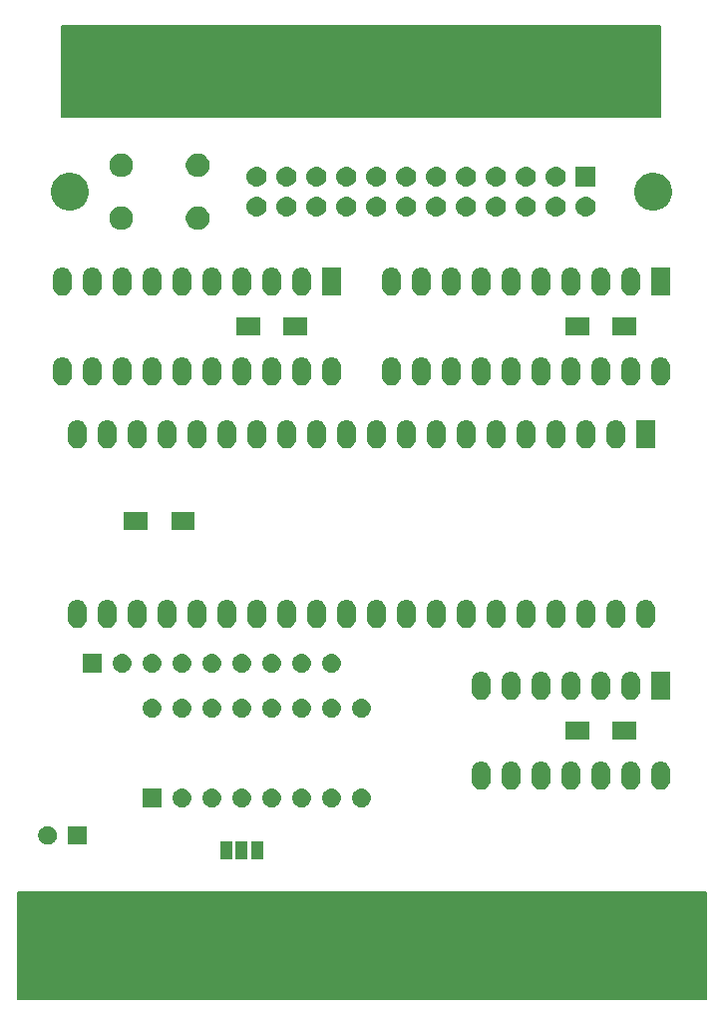
<source format=gts>
G04 #@! TF.GenerationSoftware,KiCad,Pcbnew,(5.0.1-3-g963ef8bb5)*
G04 #@! TF.CreationDate,2020-03-26T19:00:39+01:00*
G04 #@! TF.ProjectId,C64_ieee488_interface_8255,4336345F696565653438385F696E7465,1.0*
G04 #@! TF.SameCoordinates,Original*
G04 #@! TF.FileFunction,Soldermask,Top*
G04 #@! TF.FilePolarity,Negative*
%FSLAX46Y46*%
G04 Gerber Fmt 4.6, Leading zero omitted, Abs format (unit mm)*
G04 Created by KiCad (PCBNEW (5.0.1-3-g963ef8bb5)) date Donnerstag, 26. März 2020 um 19:00:39*
%MOMM*%
%LPD*%
G01*
G04 APERTURE LIST*
%ADD10C,0.150000*%
%ADD11C,0.100000*%
G04 APERTURE END LIST*
D10*
G04 #@! TO.C,J1*
G36*
X59760000Y-120410274D02*
X118180000Y-120410274D01*
X118180000Y-129427274D01*
X59760000Y-129427274D01*
X59760000Y-120410274D01*
G37*
X59760000Y-120410274D02*
X118180000Y-120410274D01*
X118180000Y-129427274D01*
X59760000Y-129427274D01*
X59760000Y-120410274D01*
G04 #@! TO.C,J2*
G36*
X63500000Y-46863000D02*
X63500000Y-54610000D01*
X114300000Y-54610000D01*
X114300000Y-46863000D01*
X63500000Y-46863000D01*
G37*
X63500000Y-46863000D02*
X63500000Y-54610000D01*
X114300000Y-54610000D01*
X114300000Y-46863000D01*
X63500000Y-46863000D01*
D11*
G36*
X80540000Y-117590000D02*
X79540000Y-117590000D01*
X79540000Y-116090000D01*
X80540000Y-116090000D01*
X80540000Y-117590000D01*
X80540000Y-117590000D01*
G37*
G36*
X79240000Y-117590000D02*
X78240000Y-117590000D01*
X78240000Y-116090000D01*
X79240000Y-116090000D01*
X79240000Y-117590000D01*
X79240000Y-117590000D01*
G37*
G36*
X77940000Y-117590000D02*
X76940000Y-117590000D01*
X76940000Y-116090000D01*
X77940000Y-116090000D01*
X77940000Y-117590000D01*
X77940000Y-117590000D01*
G37*
G36*
X62503352Y-114800743D02*
X62648941Y-114861048D01*
X62779973Y-114948601D01*
X62891399Y-115060027D01*
X62978952Y-115191059D01*
X63039257Y-115336648D01*
X63070000Y-115491205D01*
X63070000Y-115648795D01*
X63039257Y-115803352D01*
X62978952Y-115948941D01*
X62891399Y-116079973D01*
X62779973Y-116191399D01*
X62648941Y-116278952D01*
X62503352Y-116339257D01*
X62348795Y-116370000D01*
X62191205Y-116370000D01*
X62036648Y-116339257D01*
X61891059Y-116278952D01*
X61760027Y-116191399D01*
X61648601Y-116079973D01*
X61561048Y-115948941D01*
X61500743Y-115803352D01*
X61470000Y-115648795D01*
X61470000Y-115491205D01*
X61500743Y-115336648D01*
X61561048Y-115191059D01*
X61648601Y-115060027D01*
X61760027Y-114948601D01*
X61891059Y-114861048D01*
X62036648Y-114800743D01*
X62191205Y-114770000D01*
X62348795Y-114770000D01*
X62503352Y-114800743D01*
X62503352Y-114800743D01*
G37*
G36*
X65570000Y-116370000D02*
X63970000Y-116370000D01*
X63970000Y-114770000D01*
X65570000Y-114770000D01*
X65570000Y-116370000D01*
X65570000Y-116370000D01*
G37*
G36*
X76317649Y-111602717D02*
X76356827Y-111606576D01*
X76432227Y-111629448D01*
X76507629Y-111652321D01*
X76646608Y-111726608D01*
X76768422Y-111826578D01*
X76868392Y-111948392D01*
X76942679Y-112087371D01*
X76988424Y-112238174D01*
X77003870Y-112395000D01*
X76988424Y-112551826D01*
X76942679Y-112702629D01*
X76868392Y-112841608D01*
X76768422Y-112963422D01*
X76646608Y-113063392D01*
X76507629Y-113137679D01*
X76432228Y-113160551D01*
X76356827Y-113183424D01*
X76317649Y-113187283D01*
X76239295Y-113195000D01*
X76160705Y-113195000D01*
X76082351Y-113187283D01*
X76043173Y-113183424D01*
X75967772Y-113160551D01*
X75892371Y-113137679D01*
X75753392Y-113063392D01*
X75631578Y-112963422D01*
X75531608Y-112841608D01*
X75457321Y-112702629D01*
X75411576Y-112551826D01*
X75396130Y-112395000D01*
X75411576Y-112238174D01*
X75457321Y-112087371D01*
X75531608Y-111948392D01*
X75631578Y-111826578D01*
X75753392Y-111726608D01*
X75892371Y-111652321D01*
X75967773Y-111629448D01*
X76043173Y-111606576D01*
X76082351Y-111602717D01*
X76160705Y-111595000D01*
X76239295Y-111595000D01*
X76317649Y-111602717D01*
X76317649Y-111602717D01*
G37*
G36*
X73777649Y-111602717D02*
X73816827Y-111606576D01*
X73892227Y-111629448D01*
X73967629Y-111652321D01*
X74106608Y-111726608D01*
X74228422Y-111826578D01*
X74328392Y-111948392D01*
X74402679Y-112087371D01*
X74448424Y-112238174D01*
X74463870Y-112395000D01*
X74448424Y-112551826D01*
X74402679Y-112702629D01*
X74328392Y-112841608D01*
X74228422Y-112963422D01*
X74106608Y-113063392D01*
X73967629Y-113137679D01*
X73892228Y-113160551D01*
X73816827Y-113183424D01*
X73777649Y-113187283D01*
X73699295Y-113195000D01*
X73620705Y-113195000D01*
X73542351Y-113187283D01*
X73503173Y-113183424D01*
X73427772Y-113160551D01*
X73352371Y-113137679D01*
X73213392Y-113063392D01*
X73091578Y-112963422D01*
X72991608Y-112841608D01*
X72917321Y-112702629D01*
X72871576Y-112551826D01*
X72856130Y-112395000D01*
X72871576Y-112238174D01*
X72917321Y-112087371D01*
X72991608Y-111948392D01*
X73091578Y-111826578D01*
X73213392Y-111726608D01*
X73352371Y-111652321D01*
X73427773Y-111629448D01*
X73503173Y-111606576D01*
X73542351Y-111602717D01*
X73620705Y-111595000D01*
X73699295Y-111595000D01*
X73777649Y-111602717D01*
X73777649Y-111602717D01*
G37*
G36*
X71920000Y-113195000D02*
X70320000Y-113195000D01*
X70320000Y-111595000D01*
X71920000Y-111595000D01*
X71920000Y-113195000D01*
X71920000Y-113195000D01*
G37*
G36*
X78857649Y-111602717D02*
X78896827Y-111606576D01*
X78972227Y-111629448D01*
X79047629Y-111652321D01*
X79186608Y-111726608D01*
X79308422Y-111826578D01*
X79408392Y-111948392D01*
X79482679Y-112087371D01*
X79528424Y-112238174D01*
X79543870Y-112395000D01*
X79528424Y-112551826D01*
X79482679Y-112702629D01*
X79408392Y-112841608D01*
X79308422Y-112963422D01*
X79186608Y-113063392D01*
X79047629Y-113137679D01*
X78972228Y-113160551D01*
X78896827Y-113183424D01*
X78857649Y-113187283D01*
X78779295Y-113195000D01*
X78700705Y-113195000D01*
X78622351Y-113187283D01*
X78583173Y-113183424D01*
X78507772Y-113160551D01*
X78432371Y-113137679D01*
X78293392Y-113063392D01*
X78171578Y-112963422D01*
X78071608Y-112841608D01*
X77997321Y-112702629D01*
X77951576Y-112551826D01*
X77936130Y-112395000D01*
X77951576Y-112238174D01*
X77997321Y-112087371D01*
X78071608Y-111948392D01*
X78171578Y-111826578D01*
X78293392Y-111726608D01*
X78432371Y-111652321D01*
X78507773Y-111629448D01*
X78583173Y-111606576D01*
X78622351Y-111602717D01*
X78700705Y-111595000D01*
X78779295Y-111595000D01*
X78857649Y-111602717D01*
X78857649Y-111602717D01*
G37*
G36*
X81397649Y-111602717D02*
X81436827Y-111606576D01*
X81512227Y-111629448D01*
X81587629Y-111652321D01*
X81726608Y-111726608D01*
X81848422Y-111826578D01*
X81948392Y-111948392D01*
X82022679Y-112087371D01*
X82068424Y-112238174D01*
X82083870Y-112395000D01*
X82068424Y-112551826D01*
X82022679Y-112702629D01*
X81948392Y-112841608D01*
X81848422Y-112963422D01*
X81726608Y-113063392D01*
X81587629Y-113137679D01*
X81512228Y-113160551D01*
X81436827Y-113183424D01*
X81397649Y-113187283D01*
X81319295Y-113195000D01*
X81240705Y-113195000D01*
X81162351Y-113187283D01*
X81123173Y-113183424D01*
X81047772Y-113160551D01*
X80972371Y-113137679D01*
X80833392Y-113063392D01*
X80711578Y-112963422D01*
X80611608Y-112841608D01*
X80537321Y-112702629D01*
X80491576Y-112551826D01*
X80476130Y-112395000D01*
X80491576Y-112238174D01*
X80537321Y-112087371D01*
X80611608Y-111948392D01*
X80711578Y-111826578D01*
X80833392Y-111726608D01*
X80972371Y-111652321D01*
X81047773Y-111629448D01*
X81123173Y-111606576D01*
X81162351Y-111602717D01*
X81240705Y-111595000D01*
X81319295Y-111595000D01*
X81397649Y-111602717D01*
X81397649Y-111602717D01*
G37*
G36*
X83937649Y-111602717D02*
X83976827Y-111606576D01*
X84052227Y-111629448D01*
X84127629Y-111652321D01*
X84266608Y-111726608D01*
X84388422Y-111826578D01*
X84488392Y-111948392D01*
X84562679Y-112087371D01*
X84608424Y-112238174D01*
X84623870Y-112395000D01*
X84608424Y-112551826D01*
X84562679Y-112702629D01*
X84488392Y-112841608D01*
X84388422Y-112963422D01*
X84266608Y-113063392D01*
X84127629Y-113137679D01*
X84052228Y-113160551D01*
X83976827Y-113183424D01*
X83937649Y-113187283D01*
X83859295Y-113195000D01*
X83780705Y-113195000D01*
X83702351Y-113187283D01*
X83663173Y-113183424D01*
X83587772Y-113160551D01*
X83512371Y-113137679D01*
X83373392Y-113063392D01*
X83251578Y-112963422D01*
X83151608Y-112841608D01*
X83077321Y-112702629D01*
X83031576Y-112551826D01*
X83016130Y-112395000D01*
X83031576Y-112238174D01*
X83077321Y-112087371D01*
X83151608Y-111948392D01*
X83251578Y-111826578D01*
X83373392Y-111726608D01*
X83512371Y-111652321D01*
X83587773Y-111629448D01*
X83663173Y-111606576D01*
X83702351Y-111602717D01*
X83780705Y-111595000D01*
X83859295Y-111595000D01*
X83937649Y-111602717D01*
X83937649Y-111602717D01*
G37*
G36*
X89017649Y-111602717D02*
X89056827Y-111606576D01*
X89132227Y-111629448D01*
X89207629Y-111652321D01*
X89346608Y-111726608D01*
X89468422Y-111826578D01*
X89568392Y-111948392D01*
X89642679Y-112087371D01*
X89688424Y-112238174D01*
X89703870Y-112395000D01*
X89688424Y-112551826D01*
X89642679Y-112702629D01*
X89568392Y-112841608D01*
X89468422Y-112963422D01*
X89346608Y-113063392D01*
X89207629Y-113137679D01*
X89132228Y-113160551D01*
X89056827Y-113183424D01*
X89017649Y-113187283D01*
X88939295Y-113195000D01*
X88860705Y-113195000D01*
X88782351Y-113187283D01*
X88743173Y-113183424D01*
X88667772Y-113160551D01*
X88592371Y-113137679D01*
X88453392Y-113063392D01*
X88331578Y-112963422D01*
X88231608Y-112841608D01*
X88157321Y-112702629D01*
X88111576Y-112551826D01*
X88096130Y-112395000D01*
X88111576Y-112238174D01*
X88157321Y-112087371D01*
X88231608Y-111948392D01*
X88331578Y-111826578D01*
X88453392Y-111726608D01*
X88592371Y-111652321D01*
X88667773Y-111629448D01*
X88743173Y-111606576D01*
X88782351Y-111602717D01*
X88860705Y-111595000D01*
X88939295Y-111595000D01*
X89017649Y-111602717D01*
X89017649Y-111602717D01*
G37*
G36*
X86477649Y-111602717D02*
X86516827Y-111606576D01*
X86592227Y-111629448D01*
X86667629Y-111652321D01*
X86806608Y-111726608D01*
X86928422Y-111826578D01*
X87028392Y-111948392D01*
X87102679Y-112087371D01*
X87148424Y-112238174D01*
X87163870Y-112395000D01*
X87148424Y-112551826D01*
X87102679Y-112702629D01*
X87028392Y-112841608D01*
X86928422Y-112963422D01*
X86806608Y-113063392D01*
X86667629Y-113137679D01*
X86592228Y-113160551D01*
X86516827Y-113183424D01*
X86477649Y-113187283D01*
X86399295Y-113195000D01*
X86320705Y-113195000D01*
X86242351Y-113187283D01*
X86203173Y-113183424D01*
X86127772Y-113160551D01*
X86052371Y-113137679D01*
X85913392Y-113063392D01*
X85791578Y-112963422D01*
X85691608Y-112841608D01*
X85617321Y-112702629D01*
X85571576Y-112551826D01*
X85556130Y-112395000D01*
X85571576Y-112238174D01*
X85617321Y-112087371D01*
X85691608Y-111948392D01*
X85791578Y-111826578D01*
X85913392Y-111726608D01*
X86052371Y-111652321D01*
X86127773Y-111629448D01*
X86203173Y-111606576D01*
X86242351Y-111602717D01*
X86320705Y-111595000D01*
X86399295Y-111595000D01*
X86477649Y-111602717D01*
X86477649Y-111602717D01*
G37*
G36*
X99216827Y-109301576D02*
X99292228Y-109324449D01*
X99367629Y-109347321D01*
X99506608Y-109421608D01*
X99628422Y-109521578D01*
X99728392Y-109643392D01*
X99802679Y-109782371D01*
X99848424Y-109933174D01*
X99860000Y-110050705D01*
X99860000Y-110929295D01*
X99848424Y-111046826D01*
X99802679Y-111197629D01*
X99728392Y-111336608D01*
X99628425Y-111458419D01*
X99628423Y-111458420D01*
X99628422Y-111458422D01*
X99628418Y-111458425D01*
X99506604Y-111558394D01*
X99367628Y-111632679D01*
X99302876Y-111652321D01*
X99216826Y-111678424D01*
X99060000Y-111693870D01*
X98903173Y-111678424D01*
X98817123Y-111652321D01*
X98752371Y-111632679D01*
X98613392Y-111558392D01*
X98491581Y-111458425D01*
X98491580Y-111458423D01*
X98491578Y-111458422D01*
X98391607Y-111336605D01*
X98317322Y-111197629D01*
X98317321Y-111197628D01*
X98294449Y-111122227D01*
X98271576Y-111046826D01*
X98260000Y-110929292D01*
X98260000Y-110050707D01*
X98271577Y-109933173D01*
X98317322Y-109782372D01*
X98317322Y-109782371D01*
X98391609Y-109643392D01*
X98491579Y-109521578D01*
X98613393Y-109421608D01*
X98752372Y-109347321D01*
X98827773Y-109324449D01*
X98903174Y-109301576D01*
X99060000Y-109286130D01*
X99216827Y-109301576D01*
X99216827Y-109301576D01*
G37*
G36*
X101756827Y-109301576D02*
X101832228Y-109324449D01*
X101907629Y-109347321D01*
X102046608Y-109421608D01*
X102168422Y-109521578D01*
X102268392Y-109643392D01*
X102342679Y-109782371D01*
X102388424Y-109933174D01*
X102400000Y-110050705D01*
X102400000Y-110929295D01*
X102388424Y-111046826D01*
X102342679Y-111197629D01*
X102268392Y-111336608D01*
X102168425Y-111458419D01*
X102168423Y-111458420D01*
X102168422Y-111458422D01*
X102168418Y-111458425D01*
X102046604Y-111558394D01*
X101907628Y-111632679D01*
X101842876Y-111652321D01*
X101756826Y-111678424D01*
X101600000Y-111693870D01*
X101443173Y-111678424D01*
X101357123Y-111652321D01*
X101292371Y-111632679D01*
X101153392Y-111558392D01*
X101031581Y-111458425D01*
X101031580Y-111458423D01*
X101031578Y-111458422D01*
X100931607Y-111336605D01*
X100857322Y-111197629D01*
X100857321Y-111197628D01*
X100834449Y-111122227D01*
X100811576Y-111046826D01*
X100800000Y-110929292D01*
X100800000Y-110050707D01*
X100811577Y-109933173D01*
X100857322Y-109782372D01*
X100857322Y-109782371D01*
X100931609Y-109643392D01*
X101031579Y-109521578D01*
X101153393Y-109421608D01*
X101292372Y-109347321D01*
X101367773Y-109324449D01*
X101443174Y-109301576D01*
X101600000Y-109286130D01*
X101756827Y-109301576D01*
X101756827Y-109301576D01*
G37*
G36*
X104296827Y-109301576D02*
X104372228Y-109324449D01*
X104447629Y-109347321D01*
X104586608Y-109421608D01*
X104708422Y-109521578D01*
X104808392Y-109643392D01*
X104882679Y-109782371D01*
X104928424Y-109933174D01*
X104940000Y-110050705D01*
X104940000Y-110929295D01*
X104928424Y-111046826D01*
X104882679Y-111197629D01*
X104808392Y-111336608D01*
X104708425Y-111458419D01*
X104708423Y-111458420D01*
X104708422Y-111458422D01*
X104708418Y-111458425D01*
X104586604Y-111558394D01*
X104447628Y-111632679D01*
X104382876Y-111652321D01*
X104296826Y-111678424D01*
X104140000Y-111693870D01*
X103983173Y-111678424D01*
X103897123Y-111652321D01*
X103832371Y-111632679D01*
X103693392Y-111558392D01*
X103571581Y-111458425D01*
X103571580Y-111458423D01*
X103571578Y-111458422D01*
X103471607Y-111336605D01*
X103397322Y-111197629D01*
X103397321Y-111197628D01*
X103374449Y-111122227D01*
X103351576Y-111046826D01*
X103340000Y-110929292D01*
X103340000Y-110050707D01*
X103351577Y-109933173D01*
X103397322Y-109782372D01*
X103397322Y-109782371D01*
X103471609Y-109643392D01*
X103571579Y-109521578D01*
X103693393Y-109421608D01*
X103832372Y-109347321D01*
X103907773Y-109324449D01*
X103983174Y-109301576D01*
X104140000Y-109286130D01*
X104296827Y-109301576D01*
X104296827Y-109301576D01*
G37*
G36*
X106836827Y-109301576D02*
X106912228Y-109324449D01*
X106987629Y-109347321D01*
X107126608Y-109421608D01*
X107248422Y-109521578D01*
X107348392Y-109643392D01*
X107422679Y-109782371D01*
X107468424Y-109933174D01*
X107480000Y-110050705D01*
X107480000Y-110929295D01*
X107468424Y-111046826D01*
X107422679Y-111197629D01*
X107348392Y-111336608D01*
X107248425Y-111458419D01*
X107248423Y-111458420D01*
X107248422Y-111458422D01*
X107248418Y-111458425D01*
X107126604Y-111558394D01*
X106987628Y-111632679D01*
X106922876Y-111652321D01*
X106836826Y-111678424D01*
X106680000Y-111693870D01*
X106523173Y-111678424D01*
X106437123Y-111652321D01*
X106372371Y-111632679D01*
X106233392Y-111558392D01*
X106111581Y-111458425D01*
X106111580Y-111458423D01*
X106111578Y-111458422D01*
X106011607Y-111336605D01*
X105937322Y-111197629D01*
X105937321Y-111197628D01*
X105914449Y-111122227D01*
X105891576Y-111046826D01*
X105880000Y-110929292D01*
X105880000Y-110050707D01*
X105891577Y-109933173D01*
X105937322Y-109782372D01*
X105937322Y-109782371D01*
X106011609Y-109643392D01*
X106111579Y-109521578D01*
X106233393Y-109421608D01*
X106372372Y-109347321D01*
X106447773Y-109324449D01*
X106523174Y-109301576D01*
X106680000Y-109286130D01*
X106836827Y-109301576D01*
X106836827Y-109301576D01*
G37*
G36*
X109376827Y-109301576D02*
X109452228Y-109324449D01*
X109527629Y-109347321D01*
X109666608Y-109421608D01*
X109788422Y-109521578D01*
X109888392Y-109643392D01*
X109962679Y-109782371D01*
X110008424Y-109933174D01*
X110020000Y-110050705D01*
X110020000Y-110929295D01*
X110008424Y-111046826D01*
X109962679Y-111197629D01*
X109888392Y-111336608D01*
X109788425Y-111458419D01*
X109788423Y-111458420D01*
X109788422Y-111458422D01*
X109788418Y-111458425D01*
X109666604Y-111558394D01*
X109527628Y-111632679D01*
X109462876Y-111652321D01*
X109376826Y-111678424D01*
X109220000Y-111693870D01*
X109063173Y-111678424D01*
X108977123Y-111652321D01*
X108912371Y-111632679D01*
X108773392Y-111558392D01*
X108651581Y-111458425D01*
X108651580Y-111458423D01*
X108651578Y-111458422D01*
X108551607Y-111336605D01*
X108477322Y-111197629D01*
X108477321Y-111197628D01*
X108454449Y-111122227D01*
X108431576Y-111046826D01*
X108420000Y-110929292D01*
X108420000Y-110050707D01*
X108431577Y-109933173D01*
X108477322Y-109782372D01*
X108477322Y-109782371D01*
X108551609Y-109643392D01*
X108651579Y-109521578D01*
X108773393Y-109421608D01*
X108912372Y-109347321D01*
X108987773Y-109324449D01*
X109063174Y-109301576D01*
X109220000Y-109286130D01*
X109376827Y-109301576D01*
X109376827Y-109301576D01*
G37*
G36*
X111916827Y-109301576D02*
X111992228Y-109324449D01*
X112067629Y-109347321D01*
X112206608Y-109421608D01*
X112328422Y-109521578D01*
X112428392Y-109643392D01*
X112502679Y-109782371D01*
X112548424Y-109933174D01*
X112560000Y-110050705D01*
X112560000Y-110929295D01*
X112548424Y-111046826D01*
X112502679Y-111197629D01*
X112428392Y-111336608D01*
X112328425Y-111458419D01*
X112328423Y-111458420D01*
X112328422Y-111458422D01*
X112328418Y-111458425D01*
X112206604Y-111558394D01*
X112067628Y-111632679D01*
X112002876Y-111652321D01*
X111916826Y-111678424D01*
X111760000Y-111693870D01*
X111603173Y-111678424D01*
X111517123Y-111652321D01*
X111452371Y-111632679D01*
X111313392Y-111558392D01*
X111191581Y-111458425D01*
X111191580Y-111458423D01*
X111191578Y-111458422D01*
X111091607Y-111336605D01*
X111017322Y-111197629D01*
X111017321Y-111197628D01*
X110994449Y-111122227D01*
X110971576Y-111046826D01*
X110960000Y-110929292D01*
X110960000Y-110050707D01*
X110971577Y-109933173D01*
X111017322Y-109782372D01*
X111017322Y-109782371D01*
X111091609Y-109643392D01*
X111191579Y-109521578D01*
X111313393Y-109421608D01*
X111452372Y-109347321D01*
X111527773Y-109324449D01*
X111603174Y-109301576D01*
X111760000Y-109286130D01*
X111916827Y-109301576D01*
X111916827Y-109301576D01*
G37*
G36*
X114456827Y-109301576D02*
X114532228Y-109324449D01*
X114607629Y-109347321D01*
X114746608Y-109421608D01*
X114868422Y-109521578D01*
X114968392Y-109643392D01*
X115042679Y-109782371D01*
X115088424Y-109933174D01*
X115100000Y-110050705D01*
X115100000Y-110929295D01*
X115088424Y-111046826D01*
X115042679Y-111197629D01*
X114968392Y-111336608D01*
X114868425Y-111458419D01*
X114868423Y-111458420D01*
X114868422Y-111458422D01*
X114868418Y-111458425D01*
X114746604Y-111558394D01*
X114607628Y-111632679D01*
X114542876Y-111652321D01*
X114456826Y-111678424D01*
X114300000Y-111693870D01*
X114143173Y-111678424D01*
X114057123Y-111652321D01*
X113992371Y-111632679D01*
X113853392Y-111558392D01*
X113731581Y-111458425D01*
X113731580Y-111458423D01*
X113731578Y-111458422D01*
X113631607Y-111336605D01*
X113557322Y-111197629D01*
X113557321Y-111197628D01*
X113534449Y-111122227D01*
X113511576Y-111046826D01*
X113500000Y-110929292D01*
X113500000Y-110050707D01*
X113511577Y-109933173D01*
X113557322Y-109782372D01*
X113557322Y-109782371D01*
X113631609Y-109643392D01*
X113731579Y-109521578D01*
X113853393Y-109421608D01*
X113992372Y-109347321D01*
X114067773Y-109324449D01*
X114143174Y-109301576D01*
X114300000Y-109286130D01*
X114456827Y-109301576D01*
X114456827Y-109301576D01*
G37*
G36*
X112220000Y-107480000D02*
X110220000Y-107480000D01*
X110220000Y-105880000D01*
X112220000Y-105880000D01*
X112220000Y-107480000D01*
X112220000Y-107480000D01*
G37*
G36*
X108220000Y-107480000D02*
X106220000Y-107480000D01*
X106220000Y-105880000D01*
X108220000Y-105880000D01*
X108220000Y-107480000D01*
X108220000Y-107480000D01*
G37*
G36*
X83937649Y-103982717D02*
X83976827Y-103986576D01*
X84052228Y-104009449D01*
X84127629Y-104032321D01*
X84266608Y-104106608D01*
X84388422Y-104206578D01*
X84488392Y-104328392D01*
X84562679Y-104467371D01*
X84608424Y-104618174D01*
X84623870Y-104775000D01*
X84608424Y-104931826D01*
X84562679Y-105082629D01*
X84488392Y-105221608D01*
X84388422Y-105343422D01*
X84266608Y-105443392D01*
X84127629Y-105517679D01*
X84052228Y-105540551D01*
X83976827Y-105563424D01*
X83937649Y-105567283D01*
X83859295Y-105575000D01*
X83780705Y-105575000D01*
X83702351Y-105567283D01*
X83663173Y-105563424D01*
X83587772Y-105540551D01*
X83512371Y-105517679D01*
X83373392Y-105443392D01*
X83251578Y-105343422D01*
X83151608Y-105221608D01*
X83077321Y-105082629D01*
X83031576Y-104931826D01*
X83016130Y-104775000D01*
X83031576Y-104618174D01*
X83077321Y-104467371D01*
X83151608Y-104328392D01*
X83251578Y-104206578D01*
X83373392Y-104106608D01*
X83512371Y-104032321D01*
X83587772Y-104009449D01*
X83663173Y-103986576D01*
X83702351Y-103982717D01*
X83780705Y-103975000D01*
X83859295Y-103975000D01*
X83937649Y-103982717D01*
X83937649Y-103982717D01*
G37*
G36*
X81397649Y-103982717D02*
X81436827Y-103986576D01*
X81512228Y-104009449D01*
X81587629Y-104032321D01*
X81726608Y-104106608D01*
X81848422Y-104206578D01*
X81948392Y-104328392D01*
X82022679Y-104467371D01*
X82068424Y-104618174D01*
X82083870Y-104775000D01*
X82068424Y-104931826D01*
X82022679Y-105082629D01*
X81948392Y-105221608D01*
X81848422Y-105343422D01*
X81726608Y-105443392D01*
X81587629Y-105517679D01*
X81512228Y-105540551D01*
X81436827Y-105563424D01*
X81397649Y-105567283D01*
X81319295Y-105575000D01*
X81240705Y-105575000D01*
X81162351Y-105567283D01*
X81123173Y-105563424D01*
X81047772Y-105540551D01*
X80972371Y-105517679D01*
X80833392Y-105443392D01*
X80711578Y-105343422D01*
X80611608Y-105221608D01*
X80537321Y-105082629D01*
X80491576Y-104931826D01*
X80476130Y-104775000D01*
X80491576Y-104618174D01*
X80537321Y-104467371D01*
X80611608Y-104328392D01*
X80711578Y-104206578D01*
X80833392Y-104106608D01*
X80972371Y-104032321D01*
X81047772Y-104009449D01*
X81123173Y-103986576D01*
X81162351Y-103982717D01*
X81240705Y-103975000D01*
X81319295Y-103975000D01*
X81397649Y-103982717D01*
X81397649Y-103982717D01*
G37*
G36*
X78857649Y-103982717D02*
X78896827Y-103986576D01*
X78972228Y-104009449D01*
X79047629Y-104032321D01*
X79186608Y-104106608D01*
X79308422Y-104206578D01*
X79408392Y-104328392D01*
X79482679Y-104467371D01*
X79528424Y-104618174D01*
X79543870Y-104775000D01*
X79528424Y-104931826D01*
X79482679Y-105082629D01*
X79408392Y-105221608D01*
X79308422Y-105343422D01*
X79186608Y-105443392D01*
X79047629Y-105517679D01*
X78972228Y-105540551D01*
X78896827Y-105563424D01*
X78857649Y-105567283D01*
X78779295Y-105575000D01*
X78700705Y-105575000D01*
X78622351Y-105567283D01*
X78583173Y-105563424D01*
X78507772Y-105540551D01*
X78432371Y-105517679D01*
X78293392Y-105443392D01*
X78171578Y-105343422D01*
X78071608Y-105221608D01*
X77997321Y-105082629D01*
X77951576Y-104931826D01*
X77936130Y-104775000D01*
X77951576Y-104618174D01*
X77997321Y-104467371D01*
X78071608Y-104328392D01*
X78171578Y-104206578D01*
X78293392Y-104106608D01*
X78432371Y-104032321D01*
X78507772Y-104009449D01*
X78583173Y-103986576D01*
X78622351Y-103982717D01*
X78700705Y-103975000D01*
X78779295Y-103975000D01*
X78857649Y-103982717D01*
X78857649Y-103982717D01*
G37*
G36*
X76317649Y-103982717D02*
X76356827Y-103986576D01*
X76432228Y-104009449D01*
X76507629Y-104032321D01*
X76646608Y-104106608D01*
X76768422Y-104206578D01*
X76868392Y-104328392D01*
X76942679Y-104467371D01*
X76988424Y-104618174D01*
X77003870Y-104775000D01*
X76988424Y-104931826D01*
X76942679Y-105082629D01*
X76868392Y-105221608D01*
X76768422Y-105343422D01*
X76646608Y-105443392D01*
X76507629Y-105517679D01*
X76432228Y-105540551D01*
X76356827Y-105563424D01*
X76317649Y-105567283D01*
X76239295Y-105575000D01*
X76160705Y-105575000D01*
X76082351Y-105567283D01*
X76043173Y-105563424D01*
X75967772Y-105540551D01*
X75892371Y-105517679D01*
X75753392Y-105443392D01*
X75631578Y-105343422D01*
X75531608Y-105221608D01*
X75457321Y-105082629D01*
X75411576Y-104931826D01*
X75396130Y-104775000D01*
X75411576Y-104618174D01*
X75457321Y-104467371D01*
X75531608Y-104328392D01*
X75631578Y-104206578D01*
X75753392Y-104106608D01*
X75892371Y-104032321D01*
X75967772Y-104009449D01*
X76043173Y-103986576D01*
X76082351Y-103982717D01*
X76160705Y-103975000D01*
X76239295Y-103975000D01*
X76317649Y-103982717D01*
X76317649Y-103982717D01*
G37*
G36*
X73777649Y-103982717D02*
X73816827Y-103986576D01*
X73892228Y-104009449D01*
X73967629Y-104032321D01*
X74106608Y-104106608D01*
X74228422Y-104206578D01*
X74328392Y-104328392D01*
X74402679Y-104467371D01*
X74448424Y-104618174D01*
X74463870Y-104775000D01*
X74448424Y-104931826D01*
X74402679Y-105082629D01*
X74328392Y-105221608D01*
X74228422Y-105343422D01*
X74106608Y-105443392D01*
X73967629Y-105517679D01*
X73892228Y-105540551D01*
X73816827Y-105563424D01*
X73777649Y-105567283D01*
X73699295Y-105575000D01*
X73620705Y-105575000D01*
X73542351Y-105567283D01*
X73503173Y-105563424D01*
X73427772Y-105540551D01*
X73352371Y-105517679D01*
X73213392Y-105443392D01*
X73091578Y-105343422D01*
X72991608Y-105221608D01*
X72917321Y-105082629D01*
X72871576Y-104931826D01*
X72856130Y-104775000D01*
X72871576Y-104618174D01*
X72917321Y-104467371D01*
X72991608Y-104328392D01*
X73091578Y-104206578D01*
X73213392Y-104106608D01*
X73352371Y-104032321D01*
X73427772Y-104009449D01*
X73503173Y-103986576D01*
X73542351Y-103982717D01*
X73620705Y-103975000D01*
X73699295Y-103975000D01*
X73777649Y-103982717D01*
X73777649Y-103982717D01*
G37*
G36*
X71237649Y-103982717D02*
X71276827Y-103986576D01*
X71352228Y-104009449D01*
X71427629Y-104032321D01*
X71566608Y-104106608D01*
X71688422Y-104206578D01*
X71788392Y-104328392D01*
X71862679Y-104467371D01*
X71908424Y-104618174D01*
X71923870Y-104775000D01*
X71908424Y-104931826D01*
X71862679Y-105082629D01*
X71788392Y-105221608D01*
X71688422Y-105343422D01*
X71566608Y-105443392D01*
X71427629Y-105517679D01*
X71352228Y-105540551D01*
X71276827Y-105563424D01*
X71237649Y-105567283D01*
X71159295Y-105575000D01*
X71080705Y-105575000D01*
X71002351Y-105567283D01*
X70963173Y-105563424D01*
X70887772Y-105540551D01*
X70812371Y-105517679D01*
X70673392Y-105443392D01*
X70551578Y-105343422D01*
X70451608Y-105221608D01*
X70377321Y-105082629D01*
X70331576Y-104931826D01*
X70316130Y-104775000D01*
X70331576Y-104618174D01*
X70377321Y-104467371D01*
X70451608Y-104328392D01*
X70551578Y-104206578D01*
X70673392Y-104106608D01*
X70812371Y-104032321D01*
X70887772Y-104009449D01*
X70963173Y-103986576D01*
X71002351Y-103982717D01*
X71080705Y-103975000D01*
X71159295Y-103975000D01*
X71237649Y-103982717D01*
X71237649Y-103982717D01*
G37*
G36*
X86477649Y-103982717D02*
X86516827Y-103986576D01*
X86592228Y-104009449D01*
X86667629Y-104032321D01*
X86806608Y-104106608D01*
X86928422Y-104206578D01*
X87028392Y-104328392D01*
X87102679Y-104467371D01*
X87148424Y-104618174D01*
X87163870Y-104775000D01*
X87148424Y-104931826D01*
X87102679Y-105082629D01*
X87028392Y-105221608D01*
X86928422Y-105343422D01*
X86806608Y-105443392D01*
X86667629Y-105517679D01*
X86592228Y-105540551D01*
X86516827Y-105563424D01*
X86477649Y-105567283D01*
X86399295Y-105575000D01*
X86320705Y-105575000D01*
X86242351Y-105567283D01*
X86203173Y-105563424D01*
X86127772Y-105540551D01*
X86052371Y-105517679D01*
X85913392Y-105443392D01*
X85791578Y-105343422D01*
X85691608Y-105221608D01*
X85617321Y-105082629D01*
X85571576Y-104931826D01*
X85556130Y-104775000D01*
X85571576Y-104618174D01*
X85617321Y-104467371D01*
X85691608Y-104328392D01*
X85791578Y-104206578D01*
X85913392Y-104106608D01*
X86052371Y-104032321D01*
X86127772Y-104009449D01*
X86203173Y-103986576D01*
X86242351Y-103982717D01*
X86320705Y-103975000D01*
X86399295Y-103975000D01*
X86477649Y-103982717D01*
X86477649Y-103982717D01*
G37*
G36*
X89017649Y-103982717D02*
X89056827Y-103986576D01*
X89132228Y-104009449D01*
X89207629Y-104032321D01*
X89346608Y-104106608D01*
X89468422Y-104206578D01*
X89568392Y-104328392D01*
X89642679Y-104467371D01*
X89688424Y-104618174D01*
X89703870Y-104775000D01*
X89688424Y-104931826D01*
X89642679Y-105082629D01*
X89568392Y-105221608D01*
X89468422Y-105343422D01*
X89346608Y-105443392D01*
X89207629Y-105517679D01*
X89132228Y-105540551D01*
X89056827Y-105563424D01*
X89017649Y-105567283D01*
X88939295Y-105575000D01*
X88860705Y-105575000D01*
X88782351Y-105567283D01*
X88743173Y-105563424D01*
X88667772Y-105540551D01*
X88592371Y-105517679D01*
X88453392Y-105443392D01*
X88331578Y-105343422D01*
X88231608Y-105221608D01*
X88157321Y-105082629D01*
X88111576Y-104931826D01*
X88096130Y-104775000D01*
X88111576Y-104618174D01*
X88157321Y-104467371D01*
X88231608Y-104328392D01*
X88331578Y-104206578D01*
X88453392Y-104106608D01*
X88592371Y-104032321D01*
X88667772Y-104009449D01*
X88743173Y-103986576D01*
X88782351Y-103982717D01*
X88860705Y-103975000D01*
X88939295Y-103975000D01*
X89017649Y-103982717D01*
X89017649Y-103982717D01*
G37*
G36*
X111916827Y-101681576D02*
X111992228Y-101704449D01*
X112067629Y-101727321D01*
X112206608Y-101801608D01*
X112328422Y-101901578D01*
X112428392Y-102023392D01*
X112502679Y-102162371D01*
X112548424Y-102313174D01*
X112560000Y-102430705D01*
X112560000Y-103309295D01*
X112548424Y-103426826D01*
X112502679Y-103577629D01*
X112428392Y-103716608D01*
X112328425Y-103838419D01*
X112328423Y-103838420D01*
X112328422Y-103838422D01*
X112328418Y-103838425D01*
X112206604Y-103938394D01*
X112067628Y-104012679D01*
X112002876Y-104032321D01*
X111916826Y-104058424D01*
X111760000Y-104073870D01*
X111603173Y-104058424D01*
X111517123Y-104032321D01*
X111452371Y-104012679D01*
X111313392Y-103938392D01*
X111191581Y-103838425D01*
X111191580Y-103838423D01*
X111191578Y-103838422D01*
X111091607Y-103716605D01*
X111017322Y-103577629D01*
X111017321Y-103577628D01*
X110994449Y-103502227D01*
X110971576Y-103426826D01*
X110960000Y-103309292D01*
X110960000Y-102430707D01*
X110971577Y-102313173D01*
X111017322Y-102162372D01*
X111017322Y-102162371D01*
X111091609Y-102023392D01*
X111191579Y-101901578D01*
X111313393Y-101801608D01*
X111452372Y-101727321D01*
X111527773Y-101704449D01*
X111603174Y-101681576D01*
X111760000Y-101666130D01*
X111916827Y-101681576D01*
X111916827Y-101681576D01*
G37*
G36*
X109376827Y-101681576D02*
X109452228Y-101704449D01*
X109527629Y-101727321D01*
X109666608Y-101801608D01*
X109788422Y-101901578D01*
X109888392Y-102023392D01*
X109962679Y-102162371D01*
X110008424Y-102313174D01*
X110020000Y-102430705D01*
X110020000Y-103309295D01*
X110008424Y-103426826D01*
X109962679Y-103577629D01*
X109888392Y-103716608D01*
X109788425Y-103838419D01*
X109788423Y-103838420D01*
X109788422Y-103838422D01*
X109788418Y-103838425D01*
X109666604Y-103938394D01*
X109527628Y-104012679D01*
X109462876Y-104032321D01*
X109376826Y-104058424D01*
X109220000Y-104073870D01*
X109063173Y-104058424D01*
X108977123Y-104032321D01*
X108912371Y-104012679D01*
X108773392Y-103938392D01*
X108651581Y-103838425D01*
X108651580Y-103838423D01*
X108651578Y-103838422D01*
X108551607Y-103716605D01*
X108477322Y-103577629D01*
X108477321Y-103577628D01*
X108454449Y-103502227D01*
X108431576Y-103426826D01*
X108420000Y-103309292D01*
X108420000Y-102430707D01*
X108431577Y-102313173D01*
X108477322Y-102162372D01*
X108477322Y-102162371D01*
X108551609Y-102023392D01*
X108651579Y-101901578D01*
X108773393Y-101801608D01*
X108912372Y-101727321D01*
X108987773Y-101704449D01*
X109063174Y-101681576D01*
X109220000Y-101666130D01*
X109376827Y-101681576D01*
X109376827Y-101681576D01*
G37*
G36*
X106836827Y-101681576D02*
X106912228Y-101704449D01*
X106987629Y-101727321D01*
X107126608Y-101801608D01*
X107248422Y-101901578D01*
X107348392Y-102023392D01*
X107422679Y-102162371D01*
X107468424Y-102313174D01*
X107480000Y-102430705D01*
X107480000Y-103309295D01*
X107468424Y-103426826D01*
X107422679Y-103577629D01*
X107348392Y-103716608D01*
X107248425Y-103838419D01*
X107248423Y-103838420D01*
X107248422Y-103838422D01*
X107248418Y-103838425D01*
X107126604Y-103938394D01*
X106987628Y-104012679D01*
X106922876Y-104032321D01*
X106836826Y-104058424D01*
X106680000Y-104073870D01*
X106523173Y-104058424D01*
X106437123Y-104032321D01*
X106372371Y-104012679D01*
X106233392Y-103938392D01*
X106111581Y-103838425D01*
X106111580Y-103838423D01*
X106111578Y-103838422D01*
X106011607Y-103716605D01*
X105937322Y-103577629D01*
X105937321Y-103577628D01*
X105914449Y-103502227D01*
X105891576Y-103426826D01*
X105880000Y-103309292D01*
X105880000Y-102430707D01*
X105891577Y-102313173D01*
X105937322Y-102162372D01*
X105937322Y-102162371D01*
X106011609Y-102023392D01*
X106111579Y-101901578D01*
X106233393Y-101801608D01*
X106372372Y-101727321D01*
X106447773Y-101704449D01*
X106523174Y-101681576D01*
X106680000Y-101666130D01*
X106836827Y-101681576D01*
X106836827Y-101681576D01*
G37*
G36*
X104296827Y-101681576D02*
X104372228Y-101704449D01*
X104447629Y-101727321D01*
X104586608Y-101801608D01*
X104708422Y-101901578D01*
X104808392Y-102023392D01*
X104882679Y-102162371D01*
X104928424Y-102313174D01*
X104940000Y-102430705D01*
X104940000Y-103309295D01*
X104928424Y-103426826D01*
X104882679Y-103577629D01*
X104808392Y-103716608D01*
X104708425Y-103838419D01*
X104708423Y-103838420D01*
X104708422Y-103838422D01*
X104708418Y-103838425D01*
X104586604Y-103938394D01*
X104447628Y-104012679D01*
X104382876Y-104032321D01*
X104296826Y-104058424D01*
X104140000Y-104073870D01*
X103983173Y-104058424D01*
X103897123Y-104032321D01*
X103832371Y-104012679D01*
X103693392Y-103938392D01*
X103571581Y-103838425D01*
X103571580Y-103838423D01*
X103571578Y-103838422D01*
X103471607Y-103716605D01*
X103397322Y-103577629D01*
X103397321Y-103577628D01*
X103374449Y-103502227D01*
X103351576Y-103426826D01*
X103340000Y-103309292D01*
X103340000Y-102430707D01*
X103351577Y-102313173D01*
X103397322Y-102162372D01*
X103397322Y-102162371D01*
X103471609Y-102023392D01*
X103571579Y-101901578D01*
X103693393Y-101801608D01*
X103832372Y-101727321D01*
X103907773Y-101704449D01*
X103983174Y-101681576D01*
X104140000Y-101666130D01*
X104296827Y-101681576D01*
X104296827Y-101681576D01*
G37*
G36*
X101756827Y-101681576D02*
X101832228Y-101704449D01*
X101907629Y-101727321D01*
X102046608Y-101801608D01*
X102168422Y-101901578D01*
X102268392Y-102023392D01*
X102342679Y-102162371D01*
X102388424Y-102313174D01*
X102400000Y-102430705D01*
X102400000Y-103309295D01*
X102388424Y-103426826D01*
X102342679Y-103577629D01*
X102268392Y-103716608D01*
X102168425Y-103838419D01*
X102168423Y-103838420D01*
X102168422Y-103838422D01*
X102168418Y-103838425D01*
X102046604Y-103938394D01*
X101907628Y-104012679D01*
X101842876Y-104032321D01*
X101756826Y-104058424D01*
X101600000Y-104073870D01*
X101443173Y-104058424D01*
X101357123Y-104032321D01*
X101292371Y-104012679D01*
X101153392Y-103938392D01*
X101031581Y-103838425D01*
X101031580Y-103838423D01*
X101031578Y-103838422D01*
X100931607Y-103716605D01*
X100857322Y-103577629D01*
X100857321Y-103577628D01*
X100834449Y-103502227D01*
X100811576Y-103426826D01*
X100800000Y-103309292D01*
X100800000Y-102430707D01*
X100811577Y-102313173D01*
X100857322Y-102162372D01*
X100857322Y-102162371D01*
X100931609Y-102023392D01*
X101031579Y-101901578D01*
X101153393Y-101801608D01*
X101292372Y-101727321D01*
X101367773Y-101704449D01*
X101443174Y-101681576D01*
X101600000Y-101666130D01*
X101756827Y-101681576D01*
X101756827Y-101681576D01*
G37*
G36*
X99216827Y-101681576D02*
X99292228Y-101704449D01*
X99367629Y-101727321D01*
X99506608Y-101801608D01*
X99628422Y-101901578D01*
X99728392Y-102023392D01*
X99802679Y-102162371D01*
X99848424Y-102313174D01*
X99860000Y-102430705D01*
X99860000Y-103309295D01*
X99848424Y-103426826D01*
X99802679Y-103577629D01*
X99728392Y-103716608D01*
X99628425Y-103838419D01*
X99628423Y-103838420D01*
X99628422Y-103838422D01*
X99628418Y-103838425D01*
X99506604Y-103938394D01*
X99367628Y-104012679D01*
X99302876Y-104032321D01*
X99216826Y-104058424D01*
X99060000Y-104073870D01*
X98903173Y-104058424D01*
X98817123Y-104032321D01*
X98752371Y-104012679D01*
X98613392Y-103938392D01*
X98491581Y-103838425D01*
X98491580Y-103838423D01*
X98491578Y-103838422D01*
X98391607Y-103716605D01*
X98317322Y-103577629D01*
X98317321Y-103577628D01*
X98294449Y-103502227D01*
X98271576Y-103426826D01*
X98260000Y-103309292D01*
X98260000Y-102430707D01*
X98271577Y-102313173D01*
X98317322Y-102162372D01*
X98317322Y-102162371D01*
X98391609Y-102023392D01*
X98491579Y-101901578D01*
X98613393Y-101801608D01*
X98752372Y-101727321D01*
X98827773Y-101704449D01*
X98903174Y-101681576D01*
X99060000Y-101666130D01*
X99216827Y-101681576D01*
X99216827Y-101681576D01*
G37*
G36*
X115100000Y-104070000D02*
X113500000Y-104070000D01*
X113500000Y-101670000D01*
X115100000Y-101670000D01*
X115100000Y-104070000D01*
X115100000Y-104070000D01*
G37*
G36*
X66840000Y-101765000D02*
X65240000Y-101765000D01*
X65240000Y-100165000D01*
X66840000Y-100165000D01*
X66840000Y-101765000D01*
X66840000Y-101765000D01*
G37*
G36*
X78857649Y-100172717D02*
X78896827Y-100176576D01*
X78972228Y-100199449D01*
X79047629Y-100222321D01*
X79186608Y-100296608D01*
X79308422Y-100396578D01*
X79408392Y-100518392D01*
X79482679Y-100657371D01*
X79528424Y-100808174D01*
X79543870Y-100965000D01*
X79528424Y-101121826D01*
X79482679Y-101272629D01*
X79408392Y-101411608D01*
X79308422Y-101533422D01*
X79186608Y-101633392D01*
X79047629Y-101707679D01*
X78982877Y-101727321D01*
X78896827Y-101753424D01*
X78857649Y-101757283D01*
X78779295Y-101765000D01*
X78700705Y-101765000D01*
X78622351Y-101757283D01*
X78583173Y-101753424D01*
X78497123Y-101727321D01*
X78432371Y-101707679D01*
X78293392Y-101633392D01*
X78171578Y-101533422D01*
X78071608Y-101411608D01*
X77997321Y-101272629D01*
X77951576Y-101121826D01*
X77936130Y-100965000D01*
X77951576Y-100808174D01*
X77997321Y-100657371D01*
X78071608Y-100518392D01*
X78171578Y-100396578D01*
X78293392Y-100296608D01*
X78432371Y-100222321D01*
X78507772Y-100199449D01*
X78583173Y-100176576D01*
X78622351Y-100172717D01*
X78700705Y-100165000D01*
X78779295Y-100165000D01*
X78857649Y-100172717D01*
X78857649Y-100172717D01*
G37*
G36*
X86477649Y-100172717D02*
X86516827Y-100176576D01*
X86592228Y-100199449D01*
X86667629Y-100222321D01*
X86806608Y-100296608D01*
X86928422Y-100396578D01*
X87028392Y-100518392D01*
X87102679Y-100657371D01*
X87148424Y-100808174D01*
X87163870Y-100965000D01*
X87148424Y-101121826D01*
X87102679Y-101272629D01*
X87028392Y-101411608D01*
X86928422Y-101533422D01*
X86806608Y-101633392D01*
X86667629Y-101707679D01*
X86602877Y-101727321D01*
X86516827Y-101753424D01*
X86477649Y-101757283D01*
X86399295Y-101765000D01*
X86320705Y-101765000D01*
X86242351Y-101757283D01*
X86203173Y-101753424D01*
X86117123Y-101727321D01*
X86052371Y-101707679D01*
X85913392Y-101633392D01*
X85791578Y-101533422D01*
X85691608Y-101411608D01*
X85617321Y-101272629D01*
X85571576Y-101121826D01*
X85556130Y-100965000D01*
X85571576Y-100808174D01*
X85617321Y-100657371D01*
X85691608Y-100518392D01*
X85791578Y-100396578D01*
X85913392Y-100296608D01*
X86052371Y-100222321D01*
X86127772Y-100199449D01*
X86203173Y-100176576D01*
X86242351Y-100172717D01*
X86320705Y-100165000D01*
X86399295Y-100165000D01*
X86477649Y-100172717D01*
X86477649Y-100172717D01*
G37*
G36*
X83937649Y-100172717D02*
X83976827Y-100176576D01*
X84052228Y-100199449D01*
X84127629Y-100222321D01*
X84266608Y-100296608D01*
X84388422Y-100396578D01*
X84488392Y-100518392D01*
X84562679Y-100657371D01*
X84608424Y-100808174D01*
X84623870Y-100965000D01*
X84608424Y-101121826D01*
X84562679Y-101272629D01*
X84488392Y-101411608D01*
X84388422Y-101533422D01*
X84266608Y-101633392D01*
X84127629Y-101707679D01*
X84062877Y-101727321D01*
X83976827Y-101753424D01*
X83937649Y-101757283D01*
X83859295Y-101765000D01*
X83780705Y-101765000D01*
X83702351Y-101757283D01*
X83663173Y-101753424D01*
X83577123Y-101727321D01*
X83512371Y-101707679D01*
X83373392Y-101633392D01*
X83251578Y-101533422D01*
X83151608Y-101411608D01*
X83077321Y-101272629D01*
X83031576Y-101121826D01*
X83016130Y-100965000D01*
X83031576Y-100808174D01*
X83077321Y-100657371D01*
X83151608Y-100518392D01*
X83251578Y-100396578D01*
X83373392Y-100296608D01*
X83512371Y-100222321D01*
X83587772Y-100199449D01*
X83663173Y-100176576D01*
X83702351Y-100172717D01*
X83780705Y-100165000D01*
X83859295Y-100165000D01*
X83937649Y-100172717D01*
X83937649Y-100172717D01*
G37*
G36*
X81397649Y-100172717D02*
X81436827Y-100176576D01*
X81512228Y-100199449D01*
X81587629Y-100222321D01*
X81726608Y-100296608D01*
X81848422Y-100396578D01*
X81948392Y-100518392D01*
X82022679Y-100657371D01*
X82068424Y-100808174D01*
X82083870Y-100965000D01*
X82068424Y-101121826D01*
X82022679Y-101272629D01*
X81948392Y-101411608D01*
X81848422Y-101533422D01*
X81726608Y-101633392D01*
X81587629Y-101707679D01*
X81522877Y-101727321D01*
X81436827Y-101753424D01*
X81397649Y-101757283D01*
X81319295Y-101765000D01*
X81240705Y-101765000D01*
X81162351Y-101757283D01*
X81123173Y-101753424D01*
X81037123Y-101727321D01*
X80972371Y-101707679D01*
X80833392Y-101633392D01*
X80711578Y-101533422D01*
X80611608Y-101411608D01*
X80537321Y-101272629D01*
X80491576Y-101121826D01*
X80476130Y-100965000D01*
X80491576Y-100808174D01*
X80537321Y-100657371D01*
X80611608Y-100518392D01*
X80711578Y-100396578D01*
X80833392Y-100296608D01*
X80972371Y-100222321D01*
X81047772Y-100199449D01*
X81123173Y-100176576D01*
X81162351Y-100172717D01*
X81240705Y-100165000D01*
X81319295Y-100165000D01*
X81397649Y-100172717D01*
X81397649Y-100172717D01*
G37*
G36*
X76317649Y-100172717D02*
X76356827Y-100176576D01*
X76432228Y-100199449D01*
X76507629Y-100222321D01*
X76646608Y-100296608D01*
X76768422Y-100396578D01*
X76868392Y-100518392D01*
X76942679Y-100657371D01*
X76988424Y-100808174D01*
X77003870Y-100965000D01*
X76988424Y-101121826D01*
X76942679Y-101272629D01*
X76868392Y-101411608D01*
X76768422Y-101533422D01*
X76646608Y-101633392D01*
X76507629Y-101707679D01*
X76442877Y-101727321D01*
X76356827Y-101753424D01*
X76317649Y-101757283D01*
X76239295Y-101765000D01*
X76160705Y-101765000D01*
X76082351Y-101757283D01*
X76043173Y-101753424D01*
X75957123Y-101727321D01*
X75892371Y-101707679D01*
X75753392Y-101633392D01*
X75631578Y-101533422D01*
X75531608Y-101411608D01*
X75457321Y-101272629D01*
X75411576Y-101121826D01*
X75396130Y-100965000D01*
X75411576Y-100808174D01*
X75457321Y-100657371D01*
X75531608Y-100518392D01*
X75631578Y-100396578D01*
X75753392Y-100296608D01*
X75892371Y-100222321D01*
X75967772Y-100199449D01*
X76043173Y-100176576D01*
X76082351Y-100172717D01*
X76160705Y-100165000D01*
X76239295Y-100165000D01*
X76317649Y-100172717D01*
X76317649Y-100172717D01*
G37*
G36*
X73777649Y-100172717D02*
X73816827Y-100176576D01*
X73892228Y-100199449D01*
X73967629Y-100222321D01*
X74106608Y-100296608D01*
X74228422Y-100396578D01*
X74328392Y-100518392D01*
X74402679Y-100657371D01*
X74448424Y-100808174D01*
X74463870Y-100965000D01*
X74448424Y-101121826D01*
X74402679Y-101272629D01*
X74328392Y-101411608D01*
X74228422Y-101533422D01*
X74106608Y-101633392D01*
X73967629Y-101707679D01*
X73902877Y-101727321D01*
X73816827Y-101753424D01*
X73777649Y-101757283D01*
X73699295Y-101765000D01*
X73620705Y-101765000D01*
X73542351Y-101757283D01*
X73503173Y-101753424D01*
X73417123Y-101727321D01*
X73352371Y-101707679D01*
X73213392Y-101633392D01*
X73091578Y-101533422D01*
X72991608Y-101411608D01*
X72917321Y-101272629D01*
X72871576Y-101121826D01*
X72856130Y-100965000D01*
X72871576Y-100808174D01*
X72917321Y-100657371D01*
X72991608Y-100518392D01*
X73091578Y-100396578D01*
X73213392Y-100296608D01*
X73352371Y-100222321D01*
X73427772Y-100199449D01*
X73503173Y-100176576D01*
X73542351Y-100172717D01*
X73620705Y-100165000D01*
X73699295Y-100165000D01*
X73777649Y-100172717D01*
X73777649Y-100172717D01*
G37*
G36*
X71237649Y-100172717D02*
X71276827Y-100176576D01*
X71352228Y-100199449D01*
X71427629Y-100222321D01*
X71566608Y-100296608D01*
X71688422Y-100396578D01*
X71788392Y-100518392D01*
X71862679Y-100657371D01*
X71908424Y-100808174D01*
X71923870Y-100965000D01*
X71908424Y-101121826D01*
X71862679Y-101272629D01*
X71788392Y-101411608D01*
X71688422Y-101533422D01*
X71566608Y-101633392D01*
X71427629Y-101707679D01*
X71362877Y-101727321D01*
X71276827Y-101753424D01*
X71237649Y-101757283D01*
X71159295Y-101765000D01*
X71080705Y-101765000D01*
X71002351Y-101757283D01*
X70963173Y-101753424D01*
X70877123Y-101727321D01*
X70812371Y-101707679D01*
X70673392Y-101633392D01*
X70551578Y-101533422D01*
X70451608Y-101411608D01*
X70377321Y-101272629D01*
X70331576Y-101121826D01*
X70316130Y-100965000D01*
X70331576Y-100808174D01*
X70377321Y-100657371D01*
X70451608Y-100518392D01*
X70551578Y-100396578D01*
X70673392Y-100296608D01*
X70812371Y-100222321D01*
X70887772Y-100199449D01*
X70963173Y-100176576D01*
X71002351Y-100172717D01*
X71080705Y-100165000D01*
X71159295Y-100165000D01*
X71237649Y-100172717D01*
X71237649Y-100172717D01*
G37*
G36*
X68697649Y-100172717D02*
X68736827Y-100176576D01*
X68812228Y-100199449D01*
X68887629Y-100222321D01*
X69026608Y-100296608D01*
X69148422Y-100396578D01*
X69248392Y-100518392D01*
X69322679Y-100657371D01*
X69368424Y-100808174D01*
X69383870Y-100965000D01*
X69368424Y-101121826D01*
X69322679Y-101272629D01*
X69248392Y-101411608D01*
X69148422Y-101533422D01*
X69026608Y-101633392D01*
X68887629Y-101707679D01*
X68822877Y-101727321D01*
X68736827Y-101753424D01*
X68697649Y-101757283D01*
X68619295Y-101765000D01*
X68540705Y-101765000D01*
X68462351Y-101757283D01*
X68423173Y-101753424D01*
X68337123Y-101727321D01*
X68272371Y-101707679D01*
X68133392Y-101633392D01*
X68011578Y-101533422D01*
X67911608Y-101411608D01*
X67837321Y-101272629D01*
X67791576Y-101121826D01*
X67776130Y-100965000D01*
X67791576Y-100808174D01*
X67837321Y-100657371D01*
X67911608Y-100518392D01*
X68011578Y-100396578D01*
X68133392Y-100296608D01*
X68272371Y-100222321D01*
X68347772Y-100199449D01*
X68423173Y-100176576D01*
X68462351Y-100172717D01*
X68540705Y-100165000D01*
X68619295Y-100165000D01*
X68697649Y-100172717D01*
X68697649Y-100172717D01*
G37*
G36*
X77626827Y-95586577D02*
X77702228Y-95609450D01*
X77777629Y-95632322D01*
X77916608Y-95706609D01*
X78038422Y-95806579D01*
X78138392Y-95928393D01*
X78212679Y-96067372D01*
X78258424Y-96218175D01*
X78270000Y-96335706D01*
X78270000Y-97214296D01*
X78258424Y-97331827D01*
X78212679Y-97482630D01*
X78138392Y-97621609D01*
X78038425Y-97743420D01*
X78038423Y-97743421D01*
X78038422Y-97743423D01*
X78038418Y-97743426D01*
X77916604Y-97843395D01*
X77777628Y-97917680D01*
X77702227Y-97940552D01*
X77626826Y-97963425D01*
X77470000Y-97978871D01*
X77313173Y-97963425D01*
X77237772Y-97940552D01*
X77162371Y-97917680D01*
X77023392Y-97843393D01*
X76901581Y-97743426D01*
X76901580Y-97743424D01*
X76901578Y-97743423D01*
X76801607Y-97621606D01*
X76727322Y-97482630D01*
X76727321Y-97482629D01*
X76704448Y-97407227D01*
X76681576Y-97331827D01*
X76670000Y-97214293D01*
X76670000Y-96335708D01*
X76681577Y-96218174D01*
X76727322Y-96067373D01*
X76727322Y-96067372D01*
X76801609Y-95928393D01*
X76901579Y-95806579D01*
X77023393Y-95706609D01*
X77162372Y-95632322D01*
X77237773Y-95609450D01*
X77313174Y-95586577D01*
X77470000Y-95571131D01*
X77626827Y-95586577D01*
X77626827Y-95586577D01*
G37*
G36*
X75086827Y-95586577D02*
X75162228Y-95609450D01*
X75237629Y-95632322D01*
X75376608Y-95706609D01*
X75498422Y-95806579D01*
X75598392Y-95928393D01*
X75672679Y-96067372D01*
X75718424Y-96218175D01*
X75730000Y-96335706D01*
X75730000Y-97214296D01*
X75718424Y-97331827D01*
X75672679Y-97482630D01*
X75598392Y-97621609D01*
X75498425Y-97743420D01*
X75498423Y-97743421D01*
X75498422Y-97743423D01*
X75498418Y-97743426D01*
X75376604Y-97843395D01*
X75237628Y-97917680D01*
X75162227Y-97940552D01*
X75086826Y-97963425D01*
X74930000Y-97978871D01*
X74773173Y-97963425D01*
X74697772Y-97940552D01*
X74622371Y-97917680D01*
X74483392Y-97843393D01*
X74361581Y-97743426D01*
X74361580Y-97743424D01*
X74361578Y-97743423D01*
X74261607Y-97621606D01*
X74187322Y-97482630D01*
X74187321Y-97482629D01*
X74164448Y-97407227D01*
X74141576Y-97331827D01*
X74130000Y-97214293D01*
X74130000Y-96335708D01*
X74141577Y-96218174D01*
X74187322Y-96067373D01*
X74187322Y-96067372D01*
X74261609Y-95928393D01*
X74361579Y-95806579D01*
X74483393Y-95706609D01*
X74622372Y-95632322D01*
X74697773Y-95609450D01*
X74773174Y-95586577D01*
X74930000Y-95571131D01*
X75086827Y-95586577D01*
X75086827Y-95586577D01*
G37*
G36*
X72546827Y-95586577D02*
X72622228Y-95609450D01*
X72697629Y-95632322D01*
X72836608Y-95706609D01*
X72958422Y-95806579D01*
X73058392Y-95928393D01*
X73132679Y-96067372D01*
X73178424Y-96218175D01*
X73190000Y-96335706D01*
X73190000Y-97214296D01*
X73178424Y-97331827D01*
X73132679Y-97482630D01*
X73058392Y-97621609D01*
X72958425Y-97743420D01*
X72958423Y-97743421D01*
X72958422Y-97743423D01*
X72958418Y-97743426D01*
X72836604Y-97843395D01*
X72697628Y-97917680D01*
X72622227Y-97940552D01*
X72546826Y-97963425D01*
X72390000Y-97978871D01*
X72233173Y-97963425D01*
X72157772Y-97940552D01*
X72082371Y-97917680D01*
X71943392Y-97843393D01*
X71821581Y-97743426D01*
X71821580Y-97743424D01*
X71821578Y-97743423D01*
X71721607Y-97621606D01*
X71647322Y-97482630D01*
X71647321Y-97482629D01*
X71624448Y-97407227D01*
X71601576Y-97331827D01*
X71590000Y-97214293D01*
X71590000Y-96335708D01*
X71601577Y-96218174D01*
X71647322Y-96067373D01*
X71647322Y-96067372D01*
X71721609Y-95928393D01*
X71821579Y-95806579D01*
X71943393Y-95706609D01*
X72082372Y-95632322D01*
X72157773Y-95609450D01*
X72233174Y-95586577D01*
X72390000Y-95571131D01*
X72546827Y-95586577D01*
X72546827Y-95586577D01*
G37*
G36*
X70006827Y-95586577D02*
X70082228Y-95609450D01*
X70157629Y-95632322D01*
X70296608Y-95706609D01*
X70418422Y-95806579D01*
X70518392Y-95928393D01*
X70592679Y-96067372D01*
X70638424Y-96218175D01*
X70650000Y-96335706D01*
X70650000Y-97214296D01*
X70638424Y-97331827D01*
X70592679Y-97482630D01*
X70518392Y-97621609D01*
X70418425Y-97743420D01*
X70418423Y-97743421D01*
X70418422Y-97743423D01*
X70418418Y-97743426D01*
X70296604Y-97843395D01*
X70157628Y-97917680D01*
X70082227Y-97940552D01*
X70006826Y-97963425D01*
X69850000Y-97978871D01*
X69693173Y-97963425D01*
X69617772Y-97940552D01*
X69542371Y-97917680D01*
X69403392Y-97843393D01*
X69281581Y-97743426D01*
X69281580Y-97743424D01*
X69281578Y-97743423D01*
X69181607Y-97621606D01*
X69107322Y-97482630D01*
X69107321Y-97482629D01*
X69084448Y-97407227D01*
X69061576Y-97331827D01*
X69050000Y-97214293D01*
X69050000Y-96335708D01*
X69061577Y-96218174D01*
X69107322Y-96067373D01*
X69107322Y-96067372D01*
X69181609Y-95928393D01*
X69281579Y-95806579D01*
X69403393Y-95706609D01*
X69542372Y-95632322D01*
X69617773Y-95609450D01*
X69693174Y-95586577D01*
X69850000Y-95571131D01*
X70006827Y-95586577D01*
X70006827Y-95586577D01*
G37*
G36*
X67466827Y-95586577D02*
X67542228Y-95609450D01*
X67617629Y-95632322D01*
X67756608Y-95706609D01*
X67878422Y-95806579D01*
X67978392Y-95928393D01*
X68052679Y-96067372D01*
X68098424Y-96218175D01*
X68110000Y-96335706D01*
X68110000Y-97214296D01*
X68098424Y-97331827D01*
X68052679Y-97482630D01*
X67978392Y-97621609D01*
X67878425Y-97743420D01*
X67878423Y-97743421D01*
X67878422Y-97743423D01*
X67878418Y-97743426D01*
X67756604Y-97843395D01*
X67617628Y-97917680D01*
X67542227Y-97940552D01*
X67466826Y-97963425D01*
X67310000Y-97978871D01*
X67153173Y-97963425D01*
X67077772Y-97940552D01*
X67002371Y-97917680D01*
X66863392Y-97843393D01*
X66741581Y-97743426D01*
X66741580Y-97743424D01*
X66741578Y-97743423D01*
X66641607Y-97621606D01*
X66567322Y-97482630D01*
X66567321Y-97482629D01*
X66544448Y-97407227D01*
X66521576Y-97331827D01*
X66510000Y-97214293D01*
X66510000Y-96335708D01*
X66521577Y-96218174D01*
X66567322Y-96067373D01*
X66567322Y-96067372D01*
X66641609Y-95928393D01*
X66741579Y-95806579D01*
X66863393Y-95706609D01*
X67002372Y-95632322D01*
X67077773Y-95609450D01*
X67153174Y-95586577D01*
X67310000Y-95571131D01*
X67466827Y-95586577D01*
X67466827Y-95586577D01*
G37*
G36*
X64926827Y-95586577D02*
X65002228Y-95609450D01*
X65077629Y-95632322D01*
X65216608Y-95706609D01*
X65338422Y-95806579D01*
X65438392Y-95928393D01*
X65512679Y-96067372D01*
X65558424Y-96218175D01*
X65570000Y-96335706D01*
X65570000Y-97214296D01*
X65558424Y-97331827D01*
X65512679Y-97482630D01*
X65438392Y-97621609D01*
X65338425Y-97743420D01*
X65338423Y-97743421D01*
X65338422Y-97743423D01*
X65338418Y-97743426D01*
X65216604Y-97843395D01*
X65077628Y-97917680D01*
X65002227Y-97940552D01*
X64926826Y-97963425D01*
X64770000Y-97978871D01*
X64613173Y-97963425D01*
X64537772Y-97940552D01*
X64462371Y-97917680D01*
X64323392Y-97843393D01*
X64201581Y-97743426D01*
X64201580Y-97743424D01*
X64201578Y-97743423D01*
X64101607Y-97621606D01*
X64027322Y-97482630D01*
X64027321Y-97482629D01*
X64004448Y-97407227D01*
X63981576Y-97331827D01*
X63970000Y-97214293D01*
X63970000Y-96335708D01*
X63981577Y-96218174D01*
X64027322Y-96067373D01*
X64027322Y-96067372D01*
X64101609Y-95928393D01*
X64201579Y-95806579D01*
X64323393Y-95706609D01*
X64462372Y-95632322D01*
X64537773Y-95609450D01*
X64613174Y-95586577D01*
X64770000Y-95571131D01*
X64926827Y-95586577D01*
X64926827Y-95586577D01*
G37*
G36*
X87786827Y-95586577D02*
X87862228Y-95609450D01*
X87937629Y-95632322D01*
X88076608Y-95706609D01*
X88198422Y-95806579D01*
X88298392Y-95928393D01*
X88372679Y-96067372D01*
X88418424Y-96218175D01*
X88430000Y-96335706D01*
X88430000Y-97214296D01*
X88418424Y-97331827D01*
X88372679Y-97482630D01*
X88298392Y-97621609D01*
X88198425Y-97743420D01*
X88198423Y-97743421D01*
X88198422Y-97743423D01*
X88198418Y-97743426D01*
X88076604Y-97843395D01*
X87937628Y-97917680D01*
X87862227Y-97940552D01*
X87786826Y-97963425D01*
X87630000Y-97978871D01*
X87473173Y-97963425D01*
X87397772Y-97940552D01*
X87322371Y-97917680D01*
X87183392Y-97843393D01*
X87061581Y-97743426D01*
X87061580Y-97743424D01*
X87061578Y-97743423D01*
X86961607Y-97621606D01*
X86887322Y-97482630D01*
X86887321Y-97482629D01*
X86864448Y-97407227D01*
X86841576Y-97331827D01*
X86830000Y-97214293D01*
X86830000Y-96335708D01*
X86841577Y-96218174D01*
X86887322Y-96067373D01*
X86887322Y-96067372D01*
X86961609Y-95928393D01*
X87061579Y-95806579D01*
X87183393Y-95706609D01*
X87322372Y-95632322D01*
X87397773Y-95609450D01*
X87473174Y-95586577D01*
X87630000Y-95571131D01*
X87786827Y-95586577D01*
X87786827Y-95586577D01*
G37*
G36*
X90326827Y-95586577D02*
X90402228Y-95609450D01*
X90477629Y-95632322D01*
X90616608Y-95706609D01*
X90738422Y-95806579D01*
X90838392Y-95928393D01*
X90912679Y-96067372D01*
X90958424Y-96218175D01*
X90970000Y-96335706D01*
X90970000Y-97214296D01*
X90958424Y-97331827D01*
X90912679Y-97482630D01*
X90838392Y-97621609D01*
X90738425Y-97743420D01*
X90738423Y-97743421D01*
X90738422Y-97743423D01*
X90738418Y-97743426D01*
X90616604Y-97843395D01*
X90477628Y-97917680D01*
X90402227Y-97940552D01*
X90326826Y-97963425D01*
X90170000Y-97978871D01*
X90013173Y-97963425D01*
X89937772Y-97940552D01*
X89862371Y-97917680D01*
X89723392Y-97843393D01*
X89601581Y-97743426D01*
X89601580Y-97743424D01*
X89601578Y-97743423D01*
X89501607Y-97621606D01*
X89427322Y-97482630D01*
X89427321Y-97482629D01*
X89404448Y-97407227D01*
X89381576Y-97331827D01*
X89370000Y-97214293D01*
X89370000Y-96335708D01*
X89381577Y-96218174D01*
X89427322Y-96067373D01*
X89427322Y-96067372D01*
X89501609Y-95928393D01*
X89601579Y-95806579D01*
X89723393Y-95706609D01*
X89862372Y-95632322D01*
X89937773Y-95609450D01*
X90013174Y-95586577D01*
X90170000Y-95571131D01*
X90326827Y-95586577D01*
X90326827Y-95586577D01*
G37*
G36*
X80166827Y-95586577D02*
X80242228Y-95609450D01*
X80317629Y-95632322D01*
X80456608Y-95706609D01*
X80578422Y-95806579D01*
X80678392Y-95928393D01*
X80752679Y-96067372D01*
X80798424Y-96218175D01*
X80810000Y-96335706D01*
X80810000Y-97214296D01*
X80798424Y-97331827D01*
X80752679Y-97482630D01*
X80678392Y-97621609D01*
X80578425Y-97743420D01*
X80578423Y-97743421D01*
X80578422Y-97743423D01*
X80578418Y-97743426D01*
X80456604Y-97843395D01*
X80317628Y-97917680D01*
X80242227Y-97940552D01*
X80166826Y-97963425D01*
X80010000Y-97978871D01*
X79853173Y-97963425D01*
X79777772Y-97940552D01*
X79702371Y-97917680D01*
X79563392Y-97843393D01*
X79441581Y-97743426D01*
X79441580Y-97743424D01*
X79441578Y-97743423D01*
X79341607Y-97621606D01*
X79267322Y-97482630D01*
X79267321Y-97482629D01*
X79244448Y-97407227D01*
X79221576Y-97331827D01*
X79210000Y-97214293D01*
X79210000Y-96335708D01*
X79221577Y-96218174D01*
X79267322Y-96067373D01*
X79267322Y-96067372D01*
X79341609Y-95928393D01*
X79441579Y-95806579D01*
X79563393Y-95706609D01*
X79702372Y-95632322D01*
X79777773Y-95609450D01*
X79853174Y-95586577D01*
X80010000Y-95571131D01*
X80166827Y-95586577D01*
X80166827Y-95586577D01*
G37*
G36*
X82706827Y-95586577D02*
X82782228Y-95609450D01*
X82857629Y-95632322D01*
X82996608Y-95706609D01*
X83118422Y-95806579D01*
X83218392Y-95928393D01*
X83292679Y-96067372D01*
X83338424Y-96218175D01*
X83350000Y-96335706D01*
X83350000Y-97214296D01*
X83338424Y-97331827D01*
X83292679Y-97482630D01*
X83218392Y-97621609D01*
X83118425Y-97743420D01*
X83118423Y-97743421D01*
X83118422Y-97743423D01*
X83118418Y-97743426D01*
X82996604Y-97843395D01*
X82857628Y-97917680D01*
X82782227Y-97940552D01*
X82706826Y-97963425D01*
X82550000Y-97978871D01*
X82393173Y-97963425D01*
X82317772Y-97940552D01*
X82242371Y-97917680D01*
X82103392Y-97843393D01*
X81981581Y-97743426D01*
X81981580Y-97743424D01*
X81981578Y-97743423D01*
X81881607Y-97621606D01*
X81807322Y-97482630D01*
X81807321Y-97482629D01*
X81784448Y-97407227D01*
X81761576Y-97331827D01*
X81750000Y-97214293D01*
X81750000Y-96335708D01*
X81761577Y-96218174D01*
X81807322Y-96067373D01*
X81807322Y-96067372D01*
X81881609Y-95928393D01*
X81981579Y-95806579D01*
X82103393Y-95706609D01*
X82242372Y-95632322D01*
X82317773Y-95609450D01*
X82393174Y-95586577D01*
X82550000Y-95571131D01*
X82706827Y-95586577D01*
X82706827Y-95586577D01*
G37*
G36*
X85246827Y-95586577D02*
X85322228Y-95609450D01*
X85397629Y-95632322D01*
X85536608Y-95706609D01*
X85658422Y-95806579D01*
X85758392Y-95928393D01*
X85832679Y-96067372D01*
X85878424Y-96218175D01*
X85890000Y-96335706D01*
X85890000Y-97214296D01*
X85878424Y-97331827D01*
X85832679Y-97482630D01*
X85758392Y-97621609D01*
X85658425Y-97743420D01*
X85658423Y-97743421D01*
X85658422Y-97743423D01*
X85658418Y-97743426D01*
X85536604Y-97843395D01*
X85397628Y-97917680D01*
X85322227Y-97940552D01*
X85246826Y-97963425D01*
X85090000Y-97978871D01*
X84933173Y-97963425D01*
X84857772Y-97940552D01*
X84782371Y-97917680D01*
X84643392Y-97843393D01*
X84521581Y-97743426D01*
X84521580Y-97743424D01*
X84521578Y-97743423D01*
X84421607Y-97621606D01*
X84347322Y-97482630D01*
X84347321Y-97482629D01*
X84324448Y-97407227D01*
X84301576Y-97331827D01*
X84290000Y-97214293D01*
X84290000Y-96335708D01*
X84301577Y-96218174D01*
X84347322Y-96067373D01*
X84347322Y-96067372D01*
X84421609Y-95928393D01*
X84521579Y-95806579D01*
X84643393Y-95706609D01*
X84782372Y-95632322D01*
X84857773Y-95609450D01*
X84933174Y-95586577D01*
X85090000Y-95571131D01*
X85246827Y-95586577D01*
X85246827Y-95586577D01*
G37*
G36*
X100486827Y-95586577D02*
X100562228Y-95609450D01*
X100637629Y-95632322D01*
X100776608Y-95706609D01*
X100898422Y-95806579D01*
X100998392Y-95928393D01*
X101072679Y-96067372D01*
X101118424Y-96218175D01*
X101130000Y-96335706D01*
X101130000Y-97214296D01*
X101118424Y-97331827D01*
X101072679Y-97482630D01*
X100998392Y-97621609D01*
X100898425Y-97743420D01*
X100898423Y-97743421D01*
X100898422Y-97743423D01*
X100898418Y-97743426D01*
X100776604Y-97843395D01*
X100637628Y-97917680D01*
X100562227Y-97940552D01*
X100486826Y-97963425D01*
X100330000Y-97978871D01*
X100173173Y-97963425D01*
X100097772Y-97940552D01*
X100022371Y-97917680D01*
X99883392Y-97843393D01*
X99761581Y-97743426D01*
X99761580Y-97743424D01*
X99761578Y-97743423D01*
X99661607Y-97621606D01*
X99587322Y-97482630D01*
X99587321Y-97482629D01*
X99564448Y-97407227D01*
X99541576Y-97331827D01*
X99530000Y-97214293D01*
X99530000Y-96335708D01*
X99541577Y-96218174D01*
X99587322Y-96067373D01*
X99587322Y-96067372D01*
X99661609Y-95928393D01*
X99761579Y-95806579D01*
X99883393Y-95706609D01*
X100022372Y-95632322D01*
X100097773Y-95609450D01*
X100173174Y-95586577D01*
X100330000Y-95571131D01*
X100486827Y-95586577D01*
X100486827Y-95586577D01*
G37*
G36*
X92866827Y-95586577D02*
X92942228Y-95609450D01*
X93017629Y-95632322D01*
X93156608Y-95706609D01*
X93278422Y-95806579D01*
X93378392Y-95928393D01*
X93452679Y-96067372D01*
X93498424Y-96218175D01*
X93510000Y-96335706D01*
X93510000Y-97214296D01*
X93498424Y-97331827D01*
X93452679Y-97482630D01*
X93378392Y-97621609D01*
X93278425Y-97743420D01*
X93278423Y-97743421D01*
X93278422Y-97743423D01*
X93278418Y-97743426D01*
X93156604Y-97843395D01*
X93017628Y-97917680D01*
X92942227Y-97940552D01*
X92866826Y-97963425D01*
X92710000Y-97978871D01*
X92553173Y-97963425D01*
X92477772Y-97940552D01*
X92402371Y-97917680D01*
X92263392Y-97843393D01*
X92141581Y-97743426D01*
X92141580Y-97743424D01*
X92141578Y-97743423D01*
X92041607Y-97621606D01*
X91967322Y-97482630D01*
X91967321Y-97482629D01*
X91944448Y-97407227D01*
X91921576Y-97331827D01*
X91910000Y-97214293D01*
X91910000Y-96335708D01*
X91921577Y-96218174D01*
X91967322Y-96067373D01*
X91967322Y-96067372D01*
X92041609Y-95928393D01*
X92141579Y-95806579D01*
X92263393Y-95706609D01*
X92402372Y-95632322D01*
X92477773Y-95609450D01*
X92553174Y-95586577D01*
X92710000Y-95571131D01*
X92866827Y-95586577D01*
X92866827Y-95586577D01*
G37*
G36*
X113186827Y-95586577D02*
X113262228Y-95609450D01*
X113337629Y-95632322D01*
X113476608Y-95706609D01*
X113598422Y-95806579D01*
X113698392Y-95928393D01*
X113772679Y-96067372D01*
X113818424Y-96218175D01*
X113830000Y-96335706D01*
X113830000Y-97214296D01*
X113818424Y-97331827D01*
X113772679Y-97482630D01*
X113698392Y-97621609D01*
X113598425Y-97743420D01*
X113598423Y-97743421D01*
X113598422Y-97743423D01*
X113598418Y-97743426D01*
X113476604Y-97843395D01*
X113337628Y-97917680D01*
X113262227Y-97940552D01*
X113186826Y-97963425D01*
X113030000Y-97978871D01*
X112873173Y-97963425D01*
X112797772Y-97940552D01*
X112722371Y-97917680D01*
X112583392Y-97843393D01*
X112461581Y-97743426D01*
X112461580Y-97743424D01*
X112461578Y-97743423D01*
X112361607Y-97621606D01*
X112287322Y-97482630D01*
X112287321Y-97482629D01*
X112264448Y-97407227D01*
X112241576Y-97331827D01*
X112230000Y-97214293D01*
X112230000Y-96335708D01*
X112241577Y-96218174D01*
X112287322Y-96067373D01*
X112287322Y-96067372D01*
X112361609Y-95928393D01*
X112461579Y-95806579D01*
X112583393Y-95706609D01*
X112722372Y-95632322D01*
X112797773Y-95609450D01*
X112873174Y-95586577D01*
X113030000Y-95571131D01*
X113186827Y-95586577D01*
X113186827Y-95586577D01*
G37*
G36*
X110646827Y-95586577D02*
X110722228Y-95609450D01*
X110797629Y-95632322D01*
X110936608Y-95706609D01*
X111058422Y-95806579D01*
X111158392Y-95928393D01*
X111232679Y-96067372D01*
X111278424Y-96218175D01*
X111290000Y-96335706D01*
X111290000Y-97214296D01*
X111278424Y-97331827D01*
X111232679Y-97482630D01*
X111158392Y-97621609D01*
X111058425Y-97743420D01*
X111058423Y-97743421D01*
X111058422Y-97743423D01*
X111058418Y-97743426D01*
X110936604Y-97843395D01*
X110797628Y-97917680D01*
X110722227Y-97940552D01*
X110646826Y-97963425D01*
X110490000Y-97978871D01*
X110333173Y-97963425D01*
X110257772Y-97940552D01*
X110182371Y-97917680D01*
X110043392Y-97843393D01*
X109921581Y-97743426D01*
X109921580Y-97743424D01*
X109921578Y-97743423D01*
X109821607Y-97621606D01*
X109747322Y-97482630D01*
X109747321Y-97482629D01*
X109724448Y-97407227D01*
X109701576Y-97331827D01*
X109690000Y-97214293D01*
X109690000Y-96335708D01*
X109701577Y-96218174D01*
X109747322Y-96067373D01*
X109747322Y-96067372D01*
X109821609Y-95928393D01*
X109921579Y-95806579D01*
X110043393Y-95706609D01*
X110182372Y-95632322D01*
X110257773Y-95609450D01*
X110333174Y-95586577D01*
X110490000Y-95571131D01*
X110646827Y-95586577D01*
X110646827Y-95586577D01*
G37*
G36*
X108106827Y-95586577D02*
X108182228Y-95609450D01*
X108257629Y-95632322D01*
X108396608Y-95706609D01*
X108518422Y-95806579D01*
X108618392Y-95928393D01*
X108692679Y-96067372D01*
X108738424Y-96218175D01*
X108750000Y-96335706D01*
X108750000Y-97214296D01*
X108738424Y-97331827D01*
X108692679Y-97482630D01*
X108618392Y-97621609D01*
X108518425Y-97743420D01*
X108518423Y-97743421D01*
X108518422Y-97743423D01*
X108518418Y-97743426D01*
X108396604Y-97843395D01*
X108257628Y-97917680D01*
X108182227Y-97940552D01*
X108106826Y-97963425D01*
X107950000Y-97978871D01*
X107793173Y-97963425D01*
X107717772Y-97940552D01*
X107642371Y-97917680D01*
X107503392Y-97843393D01*
X107381581Y-97743426D01*
X107381580Y-97743424D01*
X107381578Y-97743423D01*
X107281607Y-97621606D01*
X107207322Y-97482630D01*
X107207321Y-97482629D01*
X107184448Y-97407227D01*
X107161576Y-97331827D01*
X107150000Y-97214293D01*
X107150000Y-96335708D01*
X107161577Y-96218174D01*
X107207322Y-96067373D01*
X107207322Y-96067372D01*
X107281609Y-95928393D01*
X107381579Y-95806579D01*
X107503393Y-95706609D01*
X107642372Y-95632322D01*
X107717773Y-95609450D01*
X107793174Y-95586577D01*
X107950000Y-95571131D01*
X108106827Y-95586577D01*
X108106827Y-95586577D01*
G37*
G36*
X105566827Y-95586577D02*
X105642228Y-95609450D01*
X105717629Y-95632322D01*
X105856608Y-95706609D01*
X105978422Y-95806579D01*
X106078392Y-95928393D01*
X106152679Y-96067372D01*
X106198424Y-96218175D01*
X106210000Y-96335706D01*
X106210000Y-97214296D01*
X106198424Y-97331827D01*
X106152679Y-97482630D01*
X106078392Y-97621609D01*
X105978425Y-97743420D01*
X105978423Y-97743421D01*
X105978422Y-97743423D01*
X105978418Y-97743426D01*
X105856604Y-97843395D01*
X105717628Y-97917680D01*
X105642227Y-97940552D01*
X105566826Y-97963425D01*
X105410000Y-97978871D01*
X105253173Y-97963425D01*
X105177772Y-97940552D01*
X105102371Y-97917680D01*
X104963392Y-97843393D01*
X104841581Y-97743426D01*
X104841580Y-97743424D01*
X104841578Y-97743423D01*
X104741607Y-97621606D01*
X104667322Y-97482630D01*
X104667321Y-97482629D01*
X104644448Y-97407227D01*
X104621576Y-97331827D01*
X104610000Y-97214293D01*
X104610000Y-96335708D01*
X104621577Y-96218174D01*
X104667322Y-96067373D01*
X104667322Y-96067372D01*
X104741609Y-95928393D01*
X104841579Y-95806579D01*
X104963393Y-95706609D01*
X105102372Y-95632322D01*
X105177773Y-95609450D01*
X105253174Y-95586577D01*
X105410000Y-95571131D01*
X105566827Y-95586577D01*
X105566827Y-95586577D01*
G37*
G36*
X103026827Y-95586577D02*
X103102228Y-95609450D01*
X103177629Y-95632322D01*
X103316608Y-95706609D01*
X103438422Y-95806579D01*
X103538392Y-95928393D01*
X103612679Y-96067372D01*
X103658424Y-96218175D01*
X103670000Y-96335706D01*
X103670000Y-97214296D01*
X103658424Y-97331827D01*
X103612679Y-97482630D01*
X103538392Y-97621609D01*
X103438425Y-97743420D01*
X103438423Y-97743421D01*
X103438422Y-97743423D01*
X103438418Y-97743426D01*
X103316604Y-97843395D01*
X103177628Y-97917680D01*
X103102227Y-97940552D01*
X103026826Y-97963425D01*
X102870000Y-97978871D01*
X102713173Y-97963425D01*
X102637772Y-97940552D01*
X102562371Y-97917680D01*
X102423392Y-97843393D01*
X102301581Y-97743426D01*
X102301580Y-97743424D01*
X102301578Y-97743423D01*
X102201607Y-97621606D01*
X102127322Y-97482630D01*
X102127321Y-97482629D01*
X102104448Y-97407227D01*
X102081576Y-97331827D01*
X102070000Y-97214293D01*
X102070000Y-96335708D01*
X102081577Y-96218174D01*
X102127322Y-96067373D01*
X102127322Y-96067372D01*
X102201609Y-95928393D01*
X102301579Y-95806579D01*
X102423393Y-95706609D01*
X102562372Y-95632322D01*
X102637773Y-95609450D01*
X102713174Y-95586577D01*
X102870000Y-95571131D01*
X103026827Y-95586577D01*
X103026827Y-95586577D01*
G37*
G36*
X97946827Y-95586577D02*
X98022228Y-95609450D01*
X98097629Y-95632322D01*
X98236608Y-95706609D01*
X98358422Y-95806579D01*
X98458392Y-95928393D01*
X98532679Y-96067372D01*
X98578424Y-96218175D01*
X98590000Y-96335706D01*
X98590000Y-97214296D01*
X98578424Y-97331827D01*
X98532679Y-97482630D01*
X98458392Y-97621609D01*
X98358425Y-97743420D01*
X98358423Y-97743421D01*
X98358422Y-97743423D01*
X98358418Y-97743426D01*
X98236604Y-97843395D01*
X98097628Y-97917680D01*
X98022227Y-97940552D01*
X97946826Y-97963425D01*
X97790000Y-97978871D01*
X97633173Y-97963425D01*
X97557772Y-97940552D01*
X97482371Y-97917680D01*
X97343392Y-97843393D01*
X97221581Y-97743426D01*
X97221580Y-97743424D01*
X97221578Y-97743423D01*
X97121607Y-97621606D01*
X97047322Y-97482630D01*
X97047321Y-97482629D01*
X97024448Y-97407227D01*
X97001576Y-97331827D01*
X96990000Y-97214293D01*
X96990000Y-96335708D01*
X97001577Y-96218174D01*
X97047322Y-96067373D01*
X97047322Y-96067372D01*
X97121609Y-95928393D01*
X97221579Y-95806579D01*
X97343393Y-95706609D01*
X97482372Y-95632322D01*
X97557773Y-95609450D01*
X97633174Y-95586577D01*
X97790000Y-95571131D01*
X97946827Y-95586577D01*
X97946827Y-95586577D01*
G37*
G36*
X95406827Y-95586577D02*
X95482228Y-95609450D01*
X95557629Y-95632322D01*
X95696608Y-95706609D01*
X95818422Y-95806579D01*
X95918392Y-95928393D01*
X95992679Y-96067372D01*
X96038424Y-96218175D01*
X96050000Y-96335706D01*
X96050000Y-97214296D01*
X96038424Y-97331827D01*
X95992679Y-97482630D01*
X95918392Y-97621609D01*
X95818425Y-97743420D01*
X95818423Y-97743421D01*
X95818422Y-97743423D01*
X95818418Y-97743426D01*
X95696604Y-97843395D01*
X95557628Y-97917680D01*
X95482227Y-97940552D01*
X95406826Y-97963425D01*
X95250000Y-97978871D01*
X95093173Y-97963425D01*
X95017772Y-97940552D01*
X94942371Y-97917680D01*
X94803392Y-97843393D01*
X94681581Y-97743426D01*
X94681580Y-97743424D01*
X94681578Y-97743423D01*
X94581607Y-97621606D01*
X94507322Y-97482630D01*
X94507321Y-97482629D01*
X94484448Y-97407227D01*
X94461576Y-97331827D01*
X94450000Y-97214293D01*
X94450000Y-96335708D01*
X94461577Y-96218174D01*
X94507322Y-96067373D01*
X94507322Y-96067372D01*
X94581609Y-95928393D01*
X94681579Y-95806579D01*
X94803393Y-95706609D01*
X94942372Y-95632322D01*
X95017773Y-95609450D01*
X95093174Y-95586577D01*
X95250000Y-95571131D01*
X95406827Y-95586577D01*
X95406827Y-95586577D01*
G37*
G36*
X74755000Y-89700000D02*
X72755000Y-89700000D01*
X72755000Y-88100000D01*
X74755000Y-88100000D01*
X74755000Y-89700000D01*
X74755000Y-89700000D01*
G37*
G36*
X70755000Y-89700000D02*
X68755000Y-89700000D01*
X68755000Y-88100000D01*
X70755000Y-88100000D01*
X70755000Y-89700000D01*
X70755000Y-89700000D01*
G37*
G36*
X87786827Y-80346577D02*
X87862227Y-80369449D01*
X87937629Y-80392322D01*
X88076608Y-80466609D01*
X88198422Y-80566579D01*
X88298392Y-80688393D01*
X88372679Y-80827372D01*
X88418424Y-80978175D01*
X88430000Y-81095706D01*
X88430000Y-81974296D01*
X88418424Y-82091827D01*
X88372679Y-82242630D01*
X88298392Y-82381609D01*
X88198425Y-82503420D01*
X88198423Y-82503421D01*
X88198422Y-82503423D01*
X88198418Y-82503426D01*
X88076604Y-82603395D01*
X87937628Y-82677680D01*
X87862227Y-82700552D01*
X87786826Y-82723425D01*
X87630000Y-82738871D01*
X87473173Y-82723425D01*
X87397772Y-82700552D01*
X87322371Y-82677680D01*
X87183392Y-82603393D01*
X87061581Y-82503426D01*
X87061580Y-82503424D01*
X87061578Y-82503423D01*
X86961607Y-82381606D01*
X86887322Y-82242630D01*
X86887321Y-82242629D01*
X86864448Y-82167227D01*
X86841576Y-82091827D01*
X86830000Y-81974293D01*
X86830000Y-81095708D01*
X86841577Y-80978174D01*
X86887322Y-80827373D01*
X86887322Y-80827372D01*
X86961609Y-80688393D01*
X87061579Y-80566579D01*
X87183393Y-80466609D01*
X87322372Y-80392322D01*
X87397774Y-80369449D01*
X87473174Y-80346577D01*
X87630000Y-80331131D01*
X87786827Y-80346577D01*
X87786827Y-80346577D01*
G37*
G36*
X90326827Y-80346577D02*
X90402227Y-80369449D01*
X90477629Y-80392322D01*
X90616608Y-80466609D01*
X90738422Y-80566579D01*
X90838392Y-80688393D01*
X90912679Y-80827372D01*
X90958424Y-80978175D01*
X90970000Y-81095706D01*
X90970000Y-81974296D01*
X90958424Y-82091827D01*
X90912679Y-82242630D01*
X90838392Y-82381609D01*
X90738425Y-82503420D01*
X90738423Y-82503421D01*
X90738422Y-82503423D01*
X90738418Y-82503426D01*
X90616604Y-82603395D01*
X90477628Y-82677680D01*
X90402227Y-82700552D01*
X90326826Y-82723425D01*
X90170000Y-82738871D01*
X90013173Y-82723425D01*
X89937772Y-82700552D01*
X89862371Y-82677680D01*
X89723392Y-82603393D01*
X89601581Y-82503426D01*
X89601580Y-82503424D01*
X89601578Y-82503423D01*
X89501607Y-82381606D01*
X89427322Y-82242630D01*
X89427321Y-82242629D01*
X89404448Y-82167227D01*
X89381576Y-82091827D01*
X89370000Y-81974293D01*
X89370000Y-81095708D01*
X89381577Y-80978174D01*
X89427322Y-80827373D01*
X89427322Y-80827372D01*
X89501609Y-80688393D01*
X89601579Y-80566579D01*
X89723393Y-80466609D01*
X89862372Y-80392322D01*
X89937774Y-80369449D01*
X90013174Y-80346577D01*
X90170000Y-80331131D01*
X90326827Y-80346577D01*
X90326827Y-80346577D01*
G37*
G36*
X85246827Y-80346577D02*
X85322227Y-80369449D01*
X85397629Y-80392322D01*
X85536608Y-80466609D01*
X85658422Y-80566579D01*
X85758392Y-80688393D01*
X85832679Y-80827372D01*
X85878424Y-80978175D01*
X85890000Y-81095706D01*
X85890000Y-81974296D01*
X85878424Y-82091827D01*
X85832679Y-82242630D01*
X85758392Y-82381609D01*
X85658425Y-82503420D01*
X85658423Y-82503421D01*
X85658422Y-82503423D01*
X85658418Y-82503426D01*
X85536604Y-82603395D01*
X85397628Y-82677680D01*
X85322227Y-82700552D01*
X85246826Y-82723425D01*
X85090000Y-82738871D01*
X84933173Y-82723425D01*
X84857772Y-82700552D01*
X84782371Y-82677680D01*
X84643392Y-82603393D01*
X84521581Y-82503426D01*
X84521580Y-82503424D01*
X84521578Y-82503423D01*
X84421607Y-82381606D01*
X84347322Y-82242630D01*
X84347321Y-82242629D01*
X84324448Y-82167227D01*
X84301576Y-82091827D01*
X84290000Y-81974293D01*
X84290000Y-81095708D01*
X84301577Y-80978174D01*
X84347322Y-80827373D01*
X84347322Y-80827372D01*
X84421609Y-80688393D01*
X84521579Y-80566579D01*
X84643393Y-80466609D01*
X84782372Y-80392322D01*
X84857774Y-80369449D01*
X84933174Y-80346577D01*
X85090000Y-80331131D01*
X85246827Y-80346577D01*
X85246827Y-80346577D01*
G37*
G36*
X92866827Y-80346577D02*
X92942227Y-80369449D01*
X93017629Y-80392322D01*
X93156608Y-80466609D01*
X93278422Y-80566579D01*
X93378392Y-80688393D01*
X93452679Y-80827372D01*
X93498424Y-80978175D01*
X93510000Y-81095706D01*
X93510000Y-81974296D01*
X93498424Y-82091827D01*
X93452679Y-82242630D01*
X93378392Y-82381609D01*
X93278425Y-82503420D01*
X93278423Y-82503421D01*
X93278422Y-82503423D01*
X93278418Y-82503426D01*
X93156604Y-82603395D01*
X93017628Y-82677680D01*
X92942227Y-82700552D01*
X92866826Y-82723425D01*
X92710000Y-82738871D01*
X92553173Y-82723425D01*
X92477772Y-82700552D01*
X92402371Y-82677680D01*
X92263392Y-82603393D01*
X92141581Y-82503426D01*
X92141580Y-82503424D01*
X92141578Y-82503423D01*
X92041607Y-82381606D01*
X91967322Y-82242630D01*
X91967321Y-82242629D01*
X91944448Y-82167227D01*
X91921576Y-82091827D01*
X91910000Y-81974293D01*
X91910000Y-81095708D01*
X91921577Y-80978174D01*
X91967322Y-80827373D01*
X91967322Y-80827372D01*
X92041609Y-80688393D01*
X92141579Y-80566579D01*
X92263393Y-80466609D01*
X92402372Y-80392322D01*
X92477774Y-80369449D01*
X92553174Y-80346577D01*
X92710000Y-80331131D01*
X92866827Y-80346577D01*
X92866827Y-80346577D01*
G37*
G36*
X82706827Y-80346577D02*
X82782227Y-80369449D01*
X82857629Y-80392322D01*
X82996608Y-80466609D01*
X83118422Y-80566579D01*
X83218392Y-80688393D01*
X83292679Y-80827372D01*
X83338424Y-80978175D01*
X83350000Y-81095706D01*
X83350000Y-81974296D01*
X83338424Y-82091827D01*
X83292679Y-82242630D01*
X83218392Y-82381609D01*
X83118425Y-82503420D01*
X83118423Y-82503421D01*
X83118422Y-82503423D01*
X83118418Y-82503426D01*
X82996604Y-82603395D01*
X82857628Y-82677680D01*
X82782227Y-82700552D01*
X82706826Y-82723425D01*
X82550000Y-82738871D01*
X82393173Y-82723425D01*
X82317772Y-82700552D01*
X82242371Y-82677680D01*
X82103392Y-82603393D01*
X81981581Y-82503426D01*
X81981580Y-82503424D01*
X81981578Y-82503423D01*
X81881607Y-82381606D01*
X81807322Y-82242630D01*
X81807321Y-82242629D01*
X81784448Y-82167227D01*
X81761576Y-82091827D01*
X81750000Y-81974293D01*
X81750000Y-81095708D01*
X81761577Y-80978174D01*
X81807322Y-80827373D01*
X81807322Y-80827372D01*
X81881609Y-80688393D01*
X81981579Y-80566579D01*
X82103393Y-80466609D01*
X82242372Y-80392322D01*
X82317774Y-80369449D01*
X82393174Y-80346577D01*
X82550000Y-80331131D01*
X82706827Y-80346577D01*
X82706827Y-80346577D01*
G37*
G36*
X95406827Y-80346577D02*
X95482227Y-80369449D01*
X95557629Y-80392322D01*
X95696608Y-80466609D01*
X95818422Y-80566579D01*
X95918392Y-80688393D01*
X95992679Y-80827372D01*
X96038424Y-80978175D01*
X96050000Y-81095706D01*
X96050000Y-81974296D01*
X96038424Y-82091827D01*
X95992679Y-82242630D01*
X95918392Y-82381609D01*
X95818425Y-82503420D01*
X95818423Y-82503421D01*
X95818422Y-82503423D01*
X95818418Y-82503426D01*
X95696604Y-82603395D01*
X95557628Y-82677680D01*
X95482227Y-82700552D01*
X95406826Y-82723425D01*
X95250000Y-82738871D01*
X95093173Y-82723425D01*
X95017772Y-82700552D01*
X94942371Y-82677680D01*
X94803392Y-82603393D01*
X94681581Y-82503426D01*
X94681580Y-82503424D01*
X94681578Y-82503423D01*
X94581607Y-82381606D01*
X94507322Y-82242630D01*
X94507321Y-82242629D01*
X94484448Y-82167227D01*
X94461576Y-82091827D01*
X94450000Y-81974293D01*
X94450000Y-81095708D01*
X94461577Y-80978174D01*
X94507322Y-80827373D01*
X94507322Y-80827372D01*
X94581609Y-80688393D01*
X94681579Y-80566579D01*
X94803393Y-80466609D01*
X94942372Y-80392322D01*
X95017774Y-80369449D01*
X95093174Y-80346577D01*
X95250000Y-80331131D01*
X95406827Y-80346577D01*
X95406827Y-80346577D01*
G37*
G36*
X80166827Y-80346577D02*
X80242227Y-80369449D01*
X80317629Y-80392322D01*
X80456608Y-80466609D01*
X80578422Y-80566579D01*
X80678392Y-80688393D01*
X80752679Y-80827372D01*
X80798424Y-80978175D01*
X80810000Y-81095706D01*
X80810000Y-81974296D01*
X80798424Y-82091827D01*
X80752679Y-82242630D01*
X80678392Y-82381609D01*
X80578425Y-82503420D01*
X80578423Y-82503421D01*
X80578422Y-82503423D01*
X80578418Y-82503426D01*
X80456604Y-82603395D01*
X80317628Y-82677680D01*
X80242227Y-82700552D01*
X80166826Y-82723425D01*
X80010000Y-82738871D01*
X79853173Y-82723425D01*
X79777772Y-82700552D01*
X79702371Y-82677680D01*
X79563392Y-82603393D01*
X79441581Y-82503426D01*
X79441580Y-82503424D01*
X79441578Y-82503423D01*
X79341607Y-82381606D01*
X79267322Y-82242630D01*
X79267321Y-82242629D01*
X79244448Y-82167227D01*
X79221576Y-82091827D01*
X79210000Y-81974293D01*
X79210000Y-81095708D01*
X79221577Y-80978174D01*
X79267322Y-80827373D01*
X79267322Y-80827372D01*
X79341609Y-80688393D01*
X79441579Y-80566579D01*
X79563393Y-80466609D01*
X79702372Y-80392322D01*
X79777774Y-80369449D01*
X79853174Y-80346577D01*
X80010000Y-80331131D01*
X80166827Y-80346577D01*
X80166827Y-80346577D01*
G37*
G36*
X97946827Y-80346577D02*
X98022227Y-80369449D01*
X98097629Y-80392322D01*
X98236608Y-80466609D01*
X98358422Y-80566579D01*
X98458392Y-80688393D01*
X98532679Y-80827372D01*
X98578424Y-80978175D01*
X98590000Y-81095706D01*
X98590000Y-81974296D01*
X98578424Y-82091827D01*
X98532679Y-82242630D01*
X98458392Y-82381609D01*
X98358425Y-82503420D01*
X98358423Y-82503421D01*
X98358422Y-82503423D01*
X98358418Y-82503426D01*
X98236604Y-82603395D01*
X98097628Y-82677680D01*
X98022227Y-82700552D01*
X97946826Y-82723425D01*
X97790000Y-82738871D01*
X97633173Y-82723425D01*
X97557772Y-82700552D01*
X97482371Y-82677680D01*
X97343392Y-82603393D01*
X97221581Y-82503426D01*
X97221580Y-82503424D01*
X97221578Y-82503423D01*
X97121607Y-82381606D01*
X97047322Y-82242630D01*
X97047321Y-82242629D01*
X97024448Y-82167227D01*
X97001576Y-82091827D01*
X96990000Y-81974293D01*
X96990000Y-81095708D01*
X97001577Y-80978174D01*
X97047322Y-80827373D01*
X97047322Y-80827372D01*
X97121609Y-80688393D01*
X97221579Y-80566579D01*
X97343393Y-80466609D01*
X97482372Y-80392322D01*
X97557774Y-80369449D01*
X97633174Y-80346577D01*
X97790000Y-80331131D01*
X97946827Y-80346577D01*
X97946827Y-80346577D01*
G37*
G36*
X77626827Y-80346577D02*
X77702227Y-80369449D01*
X77777629Y-80392322D01*
X77916608Y-80466609D01*
X78038422Y-80566579D01*
X78138392Y-80688393D01*
X78212679Y-80827372D01*
X78258424Y-80978175D01*
X78270000Y-81095706D01*
X78270000Y-81974296D01*
X78258424Y-82091827D01*
X78212679Y-82242630D01*
X78138392Y-82381609D01*
X78038425Y-82503420D01*
X78038423Y-82503421D01*
X78038422Y-82503423D01*
X78038418Y-82503426D01*
X77916604Y-82603395D01*
X77777628Y-82677680D01*
X77702227Y-82700552D01*
X77626826Y-82723425D01*
X77470000Y-82738871D01*
X77313173Y-82723425D01*
X77237772Y-82700552D01*
X77162371Y-82677680D01*
X77023392Y-82603393D01*
X76901581Y-82503426D01*
X76901580Y-82503424D01*
X76901578Y-82503423D01*
X76801607Y-82381606D01*
X76727322Y-82242630D01*
X76727321Y-82242629D01*
X76704448Y-82167227D01*
X76681576Y-82091827D01*
X76670000Y-81974293D01*
X76670000Y-81095708D01*
X76681577Y-80978174D01*
X76727322Y-80827373D01*
X76727322Y-80827372D01*
X76801609Y-80688393D01*
X76901579Y-80566579D01*
X77023393Y-80466609D01*
X77162372Y-80392322D01*
X77237774Y-80369449D01*
X77313174Y-80346577D01*
X77470000Y-80331131D01*
X77626827Y-80346577D01*
X77626827Y-80346577D01*
G37*
G36*
X75086827Y-80346577D02*
X75162227Y-80369449D01*
X75237629Y-80392322D01*
X75376608Y-80466609D01*
X75498422Y-80566579D01*
X75598392Y-80688393D01*
X75672679Y-80827372D01*
X75718424Y-80978175D01*
X75730000Y-81095706D01*
X75730000Y-81974296D01*
X75718424Y-82091827D01*
X75672679Y-82242630D01*
X75598392Y-82381609D01*
X75498425Y-82503420D01*
X75498423Y-82503421D01*
X75498422Y-82503423D01*
X75498418Y-82503426D01*
X75376604Y-82603395D01*
X75237628Y-82677680D01*
X75162227Y-82700552D01*
X75086826Y-82723425D01*
X74930000Y-82738871D01*
X74773173Y-82723425D01*
X74697772Y-82700552D01*
X74622371Y-82677680D01*
X74483392Y-82603393D01*
X74361581Y-82503426D01*
X74361580Y-82503424D01*
X74361578Y-82503423D01*
X74261607Y-82381606D01*
X74187322Y-82242630D01*
X74187321Y-82242629D01*
X74164448Y-82167227D01*
X74141576Y-82091827D01*
X74130000Y-81974293D01*
X74130000Y-81095708D01*
X74141577Y-80978174D01*
X74187322Y-80827373D01*
X74187322Y-80827372D01*
X74261609Y-80688393D01*
X74361579Y-80566579D01*
X74483393Y-80466609D01*
X74622372Y-80392322D01*
X74697774Y-80369449D01*
X74773174Y-80346577D01*
X74930000Y-80331131D01*
X75086827Y-80346577D01*
X75086827Y-80346577D01*
G37*
G36*
X100486827Y-80346577D02*
X100562227Y-80369449D01*
X100637629Y-80392322D01*
X100776608Y-80466609D01*
X100898422Y-80566579D01*
X100998392Y-80688393D01*
X101072679Y-80827372D01*
X101118424Y-80978175D01*
X101130000Y-81095706D01*
X101130000Y-81974296D01*
X101118424Y-82091827D01*
X101072679Y-82242630D01*
X100998392Y-82381609D01*
X100898425Y-82503420D01*
X100898423Y-82503421D01*
X100898422Y-82503423D01*
X100898418Y-82503426D01*
X100776604Y-82603395D01*
X100637628Y-82677680D01*
X100562227Y-82700552D01*
X100486826Y-82723425D01*
X100330000Y-82738871D01*
X100173173Y-82723425D01*
X100097772Y-82700552D01*
X100022371Y-82677680D01*
X99883392Y-82603393D01*
X99761581Y-82503426D01*
X99761580Y-82503424D01*
X99761578Y-82503423D01*
X99661607Y-82381606D01*
X99587322Y-82242630D01*
X99587321Y-82242629D01*
X99564448Y-82167227D01*
X99541576Y-82091827D01*
X99530000Y-81974293D01*
X99530000Y-81095708D01*
X99541577Y-80978174D01*
X99587322Y-80827373D01*
X99587322Y-80827372D01*
X99661609Y-80688393D01*
X99761579Y-80566579D01*
X99883393Y-80466609D01*
X100022372Y-80392322D01*
X100097774Y-80369449D01*
X100173174Y-80346577D01*
X100330000Y-80331131D01*
X100486827Y-80346577D01*
X100486827Y-80346577D01*
G37*
G36*
X72546827Y-80346577D02*
X72622227Y-80369449D01*
X72697629Y-80392322D01*
X72836608Y-80466609D01*
X72958422Y-80566579D01*
X73058392Y-80688393D01*
X73132679Y-80827372D01*
X73178424Y-80978175D01*
X73190000Y-81095706D01*
X73190000Y-81974296D01*
X73178424Y-82091827D01*
X73132679Y-82242630D01*
X73058392Y-82381609D01*
X72958425Y-82503420D01*
X72958423Y-82503421D01*
X72958422Y-82503423D01*
X72958418Y-82503426D01*
X72836604Y-82603395D01*
X72697628Y-82677680D01*
X72622227Y-82700552D01*
X72546826Y-82723425D01*
X72390000Y-82738871D01*
X72233173Y-82723425D01*
X72157772Y-82700552D01*
X72082371Y-82677680D01*
X71943392Y-82603393D01*
X71821581Y-82503426D01*
X71821580Y-82503424D01*
X71821578Y-82503423D01*
X71721607Y-82381606D01*
X71647322Y-82242630D01*
X71647321Y-82242629D01*
X71624448Y-82167227D01*
X71601576Y-82091827D01*
X71590000Y-81974293D01*
X71590000Y-81095708D01*
X71601577Y-80978174D01*
X71647322Y-80827373D01*
X71647322Y-80827372D01*
X71721609Y-80688393D01*
X71821579Y-80566579D01*
X71943393Y-80466609D01*
X72082372Y-80392322D01*
X72157774Y-80369449D01*
X72233174Y-80346577D01*
X72390000Y-80331131D01*
X72546827Y-80346577D01*
X72546827Y-80346577D01*
G37*
G36*
X103026827Y-80346577D02*
X103102227Y-80369449D01*
X103177629Y-80392322D01*
X103316608Y-80466609D01*
X103438422Y-80566579D01*
X103538392Y-80688393D01*
X103612679Y-80827372D01*
X103658424Y-80978175D01*
X103670000Y-81095706D01*
X103670000Y-81974296D01*
X103658424Y-82091827D01*
X103612679Y-82242630D01*
X103538392Y-82381609D01*
X103438425Y-82503420D01*
X103438423Y-82503421D01*
X103438422Y-82503423D01*
X103438418Y-82503426D01*
X103316604Y-82603395D01*
X103177628Y-82677680D01*
X103102227Y-82700552D01*
X103026826Y-82723425D01*
X102870000Y-82738871D01*
X102713173Y-82723425D01*
X102637772Y-82700552D01*
X102562371Y-82677680D01*
X102423392Y-82603393D01*
X102301581Y-82503426D01*
X102301580Y-82503424D01*
X102301578Y-82503423D01*
X102201607Y-82381606D01*
X102127322Y-82242630D01*
X102127321Y-82242629D01*
X102104448Y-82167227D01*
X102081576Y-82091827D01*
X102070000Y-81974293D01*
X102070000Y-81095708D01*
X102081577Y-80978174D01*
X102127322Y-80827373D01*
X102127322Y-80827372D01*
X102201609Y-80688393D01*
X102301579Y-80566579D01*
X102423393Y-80466609D01*
X102562372Y-80392322D01*
X102637774Y-80369449D01*
X102713174Y-80346577D01*
X102870000Y-80331131D01*
X103026827Y-80346577D01*
X103026827Y-80346577D01*
G37*
G36*
X70006827Y-80346577D02*
X70082227Y-80369449D01*
X70157629Y-80392322D01*
X70296608Y-80466609D01*
X70418422Y-80566579D01*
X70518392Y-80688393D01*
X70592679Y-80827372D01*
X70638424Y-80978175D01*
X70650000Y-81095706D01*
X70650000Y-81974296D01*
X70638424Y-82091827D01*
X70592679Y-82242630D01*
X70518392Y-82381609D01*
X70418425Y-82503420D01*
X70418423Y-82503421D01*
X70418422Y-82503423D01*
X70418418Y-82503426D01*
X70296604Y-82603395D01*
X70157628Y-82677680D01*
X70082227Y-82700552D01*
X70006826Y-82723425D01*
X69850000Y-82738871D01*
X69693173Y-82723425D01*
X69617772Y-82700552D01*
X69542371Y-82677680D01*
X69403392Y-82603393D01*
X69281581Y-82503426D01*
X69281580Y-82503424D01*
X69281578Y-82503423D01*
X69181607Y-82381606D01*
X69107322Y-82242630D01*
X69107321Y-82242629D01*
X69084448Y-82167227D01*
X69061576Y-82091827D01*
X69050000Y-81974293D01*
X69050000Y-81095708D01*
X69061577Y-80978174D01*
X69107322Y-80827373D01*
X69107322Y-80827372D01*
X69181609Y-80688393D01*
X69281579Y-80566579D01*
X69403393Y-80466609D01*
X69542372Y-80392322D01*
X69617774Y-80369449D01*
X69693174Y-80346577D01*
X69850000Y-80331131D01*
X70006827Y-80346577D01*
X70006827Y-80346577D01*
G37*
G36*
X105566827Y-80346577D02*
X105642227Y-80369449D01*
X105717629Y-80392322D01*
X105856608Y-80466609D01*
X105978422Y-80566579D01*
X106078392Y-80688393D01*
X106152679Y-80827372D01*
X106198424Y-80978175D01*
X106210000Y-81095706D01*
X106210000Y-81974296D01*
X106198424Y-82091827D01*
X106152679Y-82242630D01*
X106078392Y-82381609D01*
X105978425Y-82503420D01*
X105978423Y-82503421D01*
X105978422Y-82503423D01*
X105978418Y-82503426D01*
X105856604Y-82603395D01*
X105717628Y-82677680D01*
X105642227Y-82700552D01*
X105566826Y-82723425D01*
X105410000Y-82738871D01*
X105253173Y-82723425D01*
X105177772Y-82700552D01*
X105102371Y-82677680D01*
X104963392Y-82603393D01*
X104841581Y-82503426D01*
X104841580Y-82503424D01*
X104841578Y-82503423D01*
X104741607Y-82381606D01*
X104667322Y-82242630D01*
X104667321Y-82242629D01*
X104644448Y-82167227D01*
X104621576Y-82091827D01*
X104610000Y-81974293D01*
X104610000Y-81095708D01*
X104621577Y-80978174D01*
X104667322Y-80827373D01*
X104667322Y-80827372D01*
X104741609Y-80688393D01*
X104841579Y-80566579D01*
X104963393Y-80466609D01*
X105102372Y-80392322D01*
X105177774Y-80369449D01*
X105253174Y-80346577D01*
X105410000Y-80331131D01*
X105566827Y-80346577D01*
X105566827Y-80346577D01*
G37*
G36*
X67466827Y-80346577D02*
X67542227Y-80369449D01*
X67617629Y-80392322D01*
X67756608Y-80466609D01*
X67878422Y-80566579D01*
X67978392Y-80688393D01*
X68052679Y-80827372D01*
X68098424Y-80978175D01*
X68110000Y-81095706D01*
X68110000Y-81974296D01*
X68098424Y-82091827D01*
X68052679Y-82242630D01*
X67978392Y-82381609D01*
X67878425Y-82503420D01*
X67878423Y-82503421D01*
X67878422Y-82503423D01*
X67878418Y-82503426D01*
X67756604Y-82603395D01*
X67617628Y-82677680D01*
X67542227Y-82700552D01*
X67466826Y-82723425D01*
X67310000Y-82738871D01*
X67153173Y-82723425D01*
X67077772Y-82700552D01*
X67002371Y-82677680D01*
X66863392Y-82603393D01*
X66741581Y-82503426D01*
X66741580Y-82503424D01*
X66741578Y-82503423D01*
X66641607Y-82381606D01*
X66567322Y-82242630D01*
X66567321Y-82242629D01*
X66544448Y-82167227D01*
X66521576Y-82091827D01*
X66510000Y-81974293D01*
X66510000Y-81095708D01*
X66521577Y-80978174D01*
X66567322Y-80827373D01*
X66567322Y-80827372D01*
X66641609Y-80688393D01*
X66741579Y-80566579D01*
X66863393Y-80466609D01*
X67002372Y-80392322D01*
X67077774Y-80369449D01*
X67153174Y-80346577D01*
X67310000Y-80331131D01*
X67466827Y-80346577D01*
X67466827Y-80346577D01*
G37*
G36*
X108106827Y-80346577D02*
X108182227Y-80369449D01*
X108257629Y-80392322D01*
X108396608Y-80466609D01*
X108518422Y-80566579D01*
X108618392Y-80688393D01*
X108692679Y-80827372D01*
X108738424Y-80978175D01*
X108750000Y-81095706D01*
X108750000Y-81974296D01*
X108738424Y-82091827D01*
X108692679Y-82242630D01*
X108618392Y-82381609D01*
X108518425Y-82503420D01*
X108518423Y-82503421D01*
X108518422Y-82503423D01*
X108518418Y-82503426D01*
X108396604Y-82603395D01*
X108257628Y-82677680D01*
X108182227Y-82700552D01*
X108106826Y-82723425D01*
X107950000Y-82738871D01*
X107793173Y-82723425D01*
X107717772Y-82700552D01*
X107642371Y-82677680D01*
X107503392Y-82603393D01*
X107381581Y-82503426D01*
X107381580Y-82503424D01*
X107381578Y-82503423D01*
X107281607Y-82381606D01*
X107207322Y-82242630D01*
X107207321Y-82242629D01*
X107184448Y-82167227D01*
X107161576Y-82091827D01*
X107150000Y-81974293D01*
X107150000Y-81095708D01*
X107161577Y-80978174D01*
X107207322Y-80827373D01*
X107207322Y-80827372D01*
X107281609Y-80688393D01*
X107381579Y-80566579D01*
X107503393Y-80466609D01*
X107642372Y-80392322D01*
X107717774Y-80369449D01*
X107793174Y-80346577D01*
X107950000Y-80331131D01*
X108106827Y-80346577D01*
X108106827Y-80346577D01*
G37*
G36*
X64926827Y-80346577D02*
X65002227Y-80369449D01*
X65077629Y-80392322D01*
X65216608Y-80466609D01*
X65338422Y-80566579D01*
X65438392Y-80688393D01*
X65512679Y-80827372D01*
X65558424Y-80978175D01*
X65570000Y-81095706D01*
X65570000Y-81974296D01*
X65558424Y-82091827D01*
X65512679Y-82242630D01*
X65438392Y-82381609D01*
X65338425Y-82503420D01*
X65338423Y-82503421D01*
X65338422Y-82503423D01*
X65338418Y-82503426D01*
X65216604Y-82603395D01*
X65077628Y-82677680D01*
X65002227Y-82700552D01*
X64926826Y-82723425D01*
X64770000Y-82738871D01*
X64613173Y-82723425D01*
X64537772Y-82700552D01*
X64462371Y-82677680D01*
X64323392Y-82603393D01*
X64201581Y-82503426D01*
X64201580Y-82503424D01*
X64201578Y-82503423D01*
X64101607Y-82381606D01*
X64027322Y-82242630D01*
X64027321Y-82242629D01*
X64004448Y-82167227D01*
X63981576Y-82091827D01*
X63970000Y-81974293D01*
X63970000Y-81095708D01*
X63981577Y-80978174D01*
X64027322Y-80827373D01*
X64027322Y-80827372D01*
X64101609Y-80688393D01*
X64201579Y-80566579D01*
X64323393Y-80466609D01*
X64462372Y-80392322D01*
X64537774Y-80369449D01*
X64613174Y-80346577D01*
X64770000Y-80331131D01*
X64926827Y-80346577D01*
X64926827Y-80346577D01*
G37*
G36*
X110646827Y-80346577D02*
X110722227Y-80369449D01*
X110797629Y-80392322D01*
X110936608Y-80466609D01*
X111058422Y-80566579D01*
X111158392Y-80688393D01*
X111232679Y-80827372D01*
X111278424Y-80978175D01*
X111290000Y-81095706D01*
X111290000Y-81974296D01*
X111278424Y-82091827D01*
X111232679Y-82242630D01*
X111158392Y-82381609D01*
X111058425Y-82503420D01*
X111058423Y-82503421D01*
X111058422Y-82503423D01*
X111058418Y-82503426D01*
X110936604Y-82603395D01*
X110797628Y-82677680D01*
X110722227Y-82700552D01*
X110646826Y-82723425D01*
X110490000Y-82738871D01*
X110333173Y-82723425D01*
X110257772Y-82700552D01*
X110182371Y-82677680D01*
X110043392Y-82603393D01*
X109921581Y-82503426D01*
X109921580Y-82503424D01*
X109921578Y-82503423D01*
X109821607Y-82381606D01*
X109747322Y-82242630D01*
X109747321Y-82242629D01*
X109724448Y-82167227D01*
X109701576Y-82091827D01*
X109690000Y-81974293D01*
X109690000Y-81095708D01*
X109701577Y-80978174D01*
X109747322Y-80827373D01*
X109747322Y-80827372D01*
X109821609Y-80688393D01*
X109921579Y-80566579D01*
X110043393Y-80466609D01*
X110182372Y-80392322D01*
X110257774Y-80369449D01*
X110333174Y-80346577D01*
X110490000Y-80331131D01*
X110646827Y-80346577D01*
X110646827Y-80346577D01*
G37*
G36*
X113830000Y-82735001D02*
X112230000Y-82735001D01*
X112230000Y-80335001D01*
X113830000Y-80335001D01*
X113830000Y-82735001D01*
X113830000Y-82735001D01*
G37*
G36*
X71276827Y-75011576D02*
X71352227Y-75034448D01*
X71427629Y-75057321D01*
X71566608Y-75131608D01*
X71688422Y-75231578D01*
X71788392Y-75353392D01*
X71862679Y-75492371D01*
X71908424Y-75643174D01*
X71920000Y-75760705D01*
X71920000Y-76639295D01*
X71908424Y-76756826D01*
X71862679Y-76907629D01*
X71788392Y-77046608D01*
X71688425Y-77168419D01*
X71688423Y-77168420D01*
X71688422Y-77168422D01*
X71688418Y-77168425D01*
X71566604Y-77268394D01*
X71427628Y-77342679D01*
X71352227Y-77365551D01*
X71276826Y-77388424D01*
X71120000Y-77403870D01*
X70963173Y-77388424D01*
X70887772Y-77365551D01*
X70812371Y-77342679D01*
X70673392Y-77268392D01*
X70551581Y-77168425D01*
X70551580Y-77168423D01*
X70551578Y-77168422D01*
X70451607Y-77046605D01*
X70377322Y-76907629D01*
X70377321Y-76907628D01*
X70354448Y-76832226D01*
X70331576Y-76756826D01*
X70320000Y-76639292D01*
X70320000Y-75760707D01*
X70331577Y-75643173D01*
X70377322Y-75492372D01*
X70377322Y-75492371D01*
X70451609Y-75353392D01*
X70551579Y-75231578D01*
X70673393Y-75131608D01*
X70812372Y-75057321D01*
X70887773Y-75034449D01*
X70963174Y-75011576D01*
X71120000Y-74996130D01*
X71276827Y-75011576D01*
X71276827Y-75011576D01*
G37*
G36*
X68736827Y-75011576D02*
X68812227Y-75034448D01*
X68887629Y-75057321D01*
X69026608Y-75131608D01*
X69148422Y-75231578D01*
X69248392Y-75353392D01*
X69322679Y-75492371D01*
X69368424Y-75643174D01*
X69380000Y-75760705D01*
X69380000Y-76639295D01*
X69368424Y-76756826D01*
X69322679Y-76907629D01*
X69248392Y-77046608D01*
X69148425Y-77168419D01*
X69148423Y-77168420D01*
X69148422Y-77168422D01*
X69148418Y-77168425D01*
X69026604Y-77268394D01*
X68887628Y-77342679D01*
X68812227Y-77365551D01*
X68736826Y-77388424D01*
X68580000Y-77403870D01*
X68423173Y-77388424D01*
X68347772Y-77365551D01*
X68272371Y-77342679D01*
X68133392Y-77268392D01*
X68011581Y-77168425D01*
X68011580Y-77168423D01*
X68011578Y-77168422D01*
X67911607Y-77046605D01*
X67837322Y-76907629D01*
X67837321Y-76907628D01*
X67814448Y-76832226D01*
X67791576Y-76756826D01*
X67780000Y-76639292D01*
X67780000Y-75760707D01*
X67791577Y-75643173D01*
X67837322Y-75492372D01*
X67837322Y-75492371D01*
X67911609Y-75353392D01*
X68011579Y-75231578D01*
X68133393Y-75131608D01*
X68272372Y-75057321D01*
X68347773Y-75034449D01*
X68423174Y-75011576D01*
X68580000Y-74996130D01*
X68736827Y-75011576D01*
X68736827Y-75011576D01*
G37*
G36*
X66196827Y-75011576D02*
X66272227Y-75034448D01*
X66347629Y-75057321D01*
X66486608Y-75131608D01*
X66608422Y-75231578D01*
X66708392Y-75353392D01*
X66782679Y-75492371D01*
X66828424Y-75643174D01*
X66840000Y-75760705D01*
X66840000Y-76639295D01*
X66828424Y-76756826D01*
X66782679Y-76907629D01*
X66708392Y-77046608D01*
X66608425Y-77168419D01*
X66608423Y-77168420D01*
X66608422Y-77168422D01*
X66608418Y-77168425D01*
X66486604Y-77268394D01*
X66347628Y-77342679D01*
X66272227Y-77365551D01*
X66196826Y-77388424D01*
X66040000Y-77403870D01*
X65883173Y-77388424D01*
X65807772Y-77365551D01*
X65732371Y-77342679D01*
X65593392Y-77268392D01*
X65471581Y-77168425D01*
X65471580Y-77168423D01*
X65471578Y-77168422D01*
X65371607Y-77046605D01*
X65297322Y-76907629D01*
X65297321Y-76907628D01*
X65274448Y-76832226D01*
X65251576Y-76756826D01*
X65240000Y-76639292D01*
X65240000Y-75760707D01*
X65251577Y-75643173D01*
X65297322Y-75492372D01*
X65297322Y-75492371D01*
X65371609Y-75353392D01*
X65471579Y-75231578D01*
X65593393Y-75131608D01*
X65732372Y-75057321D01*
X65807773Y-75034449D01*
X65883174Y-75011576D01*
X66040000Y-74996130D01*
X66196827Y-75011576D01*
X66196827Y-75011576D01*
G37*
G36*
X63656827Y-75011576D02*
X63732227Y-75034448D01*
X63807629Y-75057321D01*
X63946608Y-75131608D01*
X64068422Y-75231578D01*
X64168392Y-75353392D01*
X64242679Y-75492371D01*
X64288424Y-75643174D01*
X64300000Y-75760705D01*
X64300000Y-76639295D01*
X64288424Y-76756826D01*
X64242679Y-76907629D01*
X64168392Y-77046608D01*
X64068425Y-77168419D01*
X64068423Y-77168420D01*
X64068422Y-77168422D01*
X64068418Y-77168425D01*
X63946604Y-77268394D01*
X63807628Y-77342679D01*
X63732227Y-77365551D01*
X63656826Y-77388424D01*
X63500000Y-77403870D01*
X63343173Y-77388424D01*
X63267772Y-77365551D01*
X63192371Y-77342679D01*
X63053392Y-77268392D01*
X62931581Y-77168425D01*
X62931580Y-77168423D01*
X62931578Y-77168422D01*
X62831607Y-77046605D01*
X62757322Y-76907629D01*
X62757321Y-76907628D01*
X62734448Y-76832226D01*
X62711576Y-76756826D01*
X62700000Y-76639292D01*
X62700000Y-75760707D01*
X62711577Y-75643173D01*
X62757322Y-75492372D01*
X62757322Y-75492371D01*
X62831609Y-75353392D01*
X62931579Y-75231578D01*
X63053393Y-75131608D01*
X63192372Y-75057321D01*
X63267773Y-75034449D01*
X63343174Y-75011576D01*
X63500000Y-74996130D01*
X63656827Y-75011576D01*
X63656827Y-75011576D01*
G37*
G36*
X73816827Y-75011576D02*
X73892227Y-75034448D01*
X73967629Y-75057321D01*
X74106608Y-75131608D01*
X74228422Y-75231578D01*
X74328392Y-75353392D01*
X74402679Y-75492371D01*
X74448424Y-75643174D01*
X74460000Y-75760705D01*
X74460000Y-76639295D01*
X74448424Y-76756826D01*
X74402679Y-76907629D01*
X74328392Y-77046608D01*
X74228425Y-77168419D01*
X74228423Y-77168420D01*
X74228422Y-77168422D01*
X74228418Y-77168425D01*
X74106604Y-77268394D01*
X73967628Y-77342679D01*
X73892227Y-77365551D01*
X73816826Y-77388424D01*
X73660000Y-77403870D01*
X73503173Y-77388424D01*
X73427772Y-77365551D01*
X73352371Y-77342679D01*
X73213392Y-77268392D01*
X73091581Y-77168425D01*
X73091580Y-77168423D01*
X73091578Y-77168422D01*
X72991607Y-77046605D01*
X72917322Y-76907629D01*
X72917321Y-76907628D01*
X72894448Y-76832226D01*
X72871576Y-76756826D01*
X72860000Y-76639292D01*
X72860000Y-75760707D01*
X72871577Y-75643173D01*
X72917322Y-75492372D01*
X72917322Y-75492371D01*
X72991609Y-75353392D01*
X73091579Y-75231578D01*
X73213393Y-75131608D01*
X73352372Y-75057321D01*
X73427773Y-75034449D01*
X73503174Y-75011576D01*
X73660000Y-74996130D01*
X73816827Y-75011576D01*
X73816827Y-75011576D01*
G37*
G36*
X76356827Y-75011576D02*
X76432227Y-75034448D01*
X76507629Y-75057321D01*
X76646608Y-75131608D01*
X76768422Y-75231578D01*
X76868392Y-75353392D01*
X76942679Y-75492371D01*
X76988424Y-75643174D01*
X77000000Y-75760705D01*
X77000000Y-76639295D01*
X76988424Y-76756826D01*
X76942679Y-76907629D01*
X76868392Y-77046608D01*
X76768425Y-77168419D01*
X76768423Y-77168420D01*
X76768422Y-77168422D01*
X76768418Y-77168425D01*
X76646604Y-77268394D01*
X76507628Y-77342679D01*
X76432227Y-77365551D01*
X76356826Y-77388424D01*
X76200000Y-77403870D01*
X76043173Y-77388424D01*
X75967772Y-77365551D01*
X75892371Y-77342679D01*
X75753392Y-77268392D01*
X75631581Y-77168425D01*
X75631580Y-77168423D01*
X75631578Y-77168422D01*
X75531607Y-77046605D01*
X75457322Y-76907629D01*
X75457321Y-76907628D01*
X75434448Y-76832226D01*
X75411576Y-76756826D01*
X75400000Y-76639292D01*
X75400000Y-75760707D01*
X75411577Y-75643173D01*
X75457322Y-75492372D01*
X75457322Y-75492371D01*
X75531609Y-75353392D01*
X75631579Y-75231578D01*
X75753393Y-75131608D01*
X75892372Y-75057321D01*
X75967773Y-75034449D01*
X76043174Y-75011576D01*
X76200000Y-74996130D01*
X76356827Y-75011576D01*
X76356827Y-75011576D01*
G37*
G36*
X86516827Y-75011576D02*
X86592227Y-75034448D01*
X86667629Y-75057321D01*
X86806608Y-75131608D01*
X86928422Y-75231578D01*
X87028392Y-75353392D01*
X87102679Y-75492371D01*
X87148424Y-75643174D01*
X87160000Y-75760705D01*
X87160000Y-76639295D01*
X87148424Y-76756826D01*
X87102679Y-76907629D01*
X87028392Y-77046608D01*
X86928425Y-77168419D01*
X86928423Y-77168420D01*
X86928422Y-77168422D01*
X86928418Y-77168425D01*
X86806604Y-77268394D01*
X86667628Y-77342679D01*
X86592227Y-77365551D01*
X86516826Y-77388424D01*
X86360000Y-77403870D01*
X86203173Y-77388424D01*
X86127772Y-77365551D01*
X86052371Y-77342679D01*
X85913392Y-77268392D01*
X85791581Y-77168425D01*
X85791580Y-77168423D01*
X85791578Y-77168422D01*
X85691607Y-77046605D01*
X85617322Y-76907629D01*
X85617321Y-76907628D01*
X85594448Y-76832226D01*
X85571576Y-76756826D01*
X85560000Y-76639292D01*
X85560000Y-75760707D01*
X85571577Y-75643173D01*
X85617322Y-75492372D01*
X85617322Y-75492371D01*
X85691609Y-75353392D01*
X85791579Y-75231578D01*
X85913393Y-75131608D01*
X86052372Y-75057321D01*
X86127773Y-75034449D01*
X86203174Y-75011576D01*
X86360000Y-74996130D01*
X86516827Y-75011576D01*
X86516827Y-75011576D01*
G37*
G36*
X83976827Y-75011576D02*
X84052227Y-75034448D01*
X84127629Y-75057321D01*
X84266608Y-75131608D01*
X84388422Y-75231578D01*
X84488392Y-75353392D01*
X84562679Y-75492371D01*
X84608424Y-75643174D01*
X84620000Y-75760705D01*
X84620000Y-76639295D01*
X84608424Y-76756826D01*
X84562679Y-76907629D01*
X84488392Y-77046608D01*
X84388425Y-77168419D01*
X84388423Y-77168420D01*
X84388422Y-77168422D01*
X84388418Y-77168425D01*
X84266604Y-77268394D01*
X84127628Y-77342679D01*
X84052227Y-77365551D01*
X83976826Y-77388424D01*
X83820000Y-77403870D01*
X83663173Y-77388424D01*
X83587772Y-77365551D01*
X83512371Y-77342679D01*
X83373392Y-77268392D01*
X83251581Y-77168425D01*
X83251580Y-77168423D01*
X83251578Y-77168422D01*
X83151607Y-77046605D01*
X83077322Y-76907629D01*
X83077321Y-76907628D01*
X83054448Y-76832226D01*
X83031576Y-76756826D01*
X83020000Y-76639292D01*
X83020000Y-75760707D01*
X83031577Y-75643173D01*
X83077322Y-75492372D01*
X83077322Y-75492371D01*
X83151609Y-75353392D01*
X83251579Y-75231578D01*
X83373393Y-75131608D01*
X83512372Y-75057321D01*
X83587773Y-75034449D01*
X83663174Y-75011576D01*
X83820000Y-74996130D01*
X83976827Y-75011576D01*
X83976827Y-75011576D01*
G37*
G36*
X81436827Y-75011576D02*
X81512227Y-75034448D01*
X81587629Y-75057321D01*
X81726608Y-75131608D01*
X81848422Y-75231578D01*
X81948392Y-75353392D01*
X82022679Y-75492371D01*
X82068424Y-75643174D01*
X82080000Y-75760705D01*
X82080000Y-76639295D01*
X82068424Y-76756826D01*
X82022679Y-76907629D01*
X81948392Y-77046608D01*
X81848425Y-77168419D01*
X81848423Y-77168420D01*
X81848422Y-77168422D01*
X81848418Y-77168425D01*
X81726604Y-77268394D01*
X81587628Y-77342679D01*
X81512227Y-77365551D01*
X81436826Y-77388424D01*
X81280000Y-77403870D01*
X81123173Y-77388424D01*
X81047772Y-77365551D01*
X80972371Y-77342679D01*
X80833392Y-77268392D01*
X80711581Y-77168425D01*
X80711580Y-77168423D01*
X80711578Y-77168422D01*
X80611607Y-77046605D01*
X80537322Y-76907629D01*
X80537321Y-76907628D01*
X80514448Y-76832226D01*
X80491576Y-76756826D01*
X80480000Y-76639292D01*
X80480000Y-75760707D01*
X80491577Y-75643173D01*
X80537322Y-75492372D01*
X80537322Y-75492371D01*
X80611609Y-75353392D01*
X80711579Y-75231578D01*
X80833393Y-75131608D01*
X80972372Y-75057321D01*
X81047773Y-75034449D01*
X81123174Y-75011576D01*
X81280000Y-74996130D01*
X81436827Y-75011576D01*
X81436827Y-75011576D01*
G37*
G36*
X78896827Y-75011576D02*
X78972227Y-75034448D01*
X79047629Y-75057321D01*
X79186608Y-75131608D01*
X79308422Y-75231578D01*
X79408392Y-75353392D01*
X79482679Y-75492371D01*
X79528424Y-75643174D01*
X79540000Y-75760705D01*
X79540000Y-76639295D01*
X79528424Y-76756826D01*
X79482679Y-76907629D01*
X79408392Y-77046608D01*
X79308425Y-77168419D01*
X79308423Y-77168420D01*
X79308422Y-77168422D01*
X79308418Y-77168425D01*
X79186604Y-77268394D01*
X79047628Y-77342679D01*
X78972227Y-77365551D01*
X78896826Y-77388424D01*
X78740000Y-77403870D01*
X78583173Y-77388424D01*
X78507772Y-77365551D01*
X78432371Y-77342679D01*
X78293392Y-77268392D01*
X78171581Y-77168425D01*
X78171580Y-77168423D01*
X78171578Y-77168422D01*
X78071607Y-77046605D01*
X77997322Y-76907629D01*
X77997321Y-76907628D01*
X77974448Y-76832226D01*
X77951576Y-76756826D01*
X77940000Y-76639292D01*
X77940000Y-75760707D01*
X77951577Y-75643173D01*
X77997322Y-75492372D01*
X77997322Y-75492371D01*
X78071609Y-75353392D01*
X78171579Y-75231578D01*
X78293393Y-75131608D01*
X78432372Y-75057321D01*
X78507773Y-75034449D01*
X78583174Y-75011576D01*
X78740000Y-74996130D01*
X78896827Y-75011576D01*
X78896827Y-75011576D01*
G37*
G36*
X91596827Y-75011576D02*
X91672227Y-75034448D01*
X91747629Y-75057321D01*
X91886608Y-75131608D01*
X92008422Y-75231578D01*
X92108392Y-75353392D01*
X92182679Y-75492371D01*
X92228424Y-75643174D01*
X92240000Y-75760705D01*
X92240000Y-76639295D01*
X92228424Y-76756826D01*
X92182679Y-76907629D01*
X92108392Y-77046608D01*
X92008425Y-77168419D01*
X92008423Y-77168420D01*
X92008422Y-77168422D01*
X92008418Y-77168425D01*
X91886604Y-77268394D01*
X91747628Y-77342679D01*
X91672227Y-77365551D01*
X91596826Y-77388424D01*
X91440000Y-77403870D01*
X91283173Y-77388424D01*
X91207772Y-77365551D01*
X91132371Y-77342679D01*
X90993392Y-77268392D01*
X90871581Y-77168425D01*
X90871580Y-77168423D01*
X90871578Y-77168422D01*
X90771607Y-77046605D01*
X90697322Y-76907629D01*
X90697321Y-76907628D01*
X90674448Y-76832226D01*
X90651576Y-76756826D01*
X90640000Y-76639292D01*
X90640000Y-75760707D01*
X90651577Y-75643173D01*
X90697322Y-75492372D01*
X90697322Y-75492371D01*
X90771609Y-75353392D01*
X90871579Y-75231578D01*
X90993393Y-75131608D01*
X91132372Y-75057321D01*
X91207773Y-75034449D01*
X91283174Y-75011576D01*
X91440000Y-74996130D01*
X91596827Y-75011576D01*
X91596827Y-75011576D01*
G37*
G36*
X94136827Y-75011576D02*
X94212227Y-75034448D01*
X94287629Y-75057321D01*
X94426608Y-75131608D01*
X94548422Y-75231578D01*
X94648392Y-75353392D01*
X94722679Y-75492371D01*
X94768424Y-75643174D01*
X94780000Y-75760705D01*
X94780000Y-76639295D01*
X94768424Y-76756826D01*
X94722679Y-76907629D01*
X94648392Y-77046608D01*
X94548425Y-77168419D01*
X94548423Y-77168420D01*
X94548422Y-77168422D01*
X94548418Y-77168425D01*
X94426604Y-77268394D01*
X94287628Y-77342679D01*
X94212227Y-77365551D01*
X94136826Y-77388424D01*
X93980000Y-77403870D01*
X93823173Y-77388424D01*
X93747772Y-77365551D01*
X93672371Y-77342679D01*
X93533392Y-77268392D01*
X93411581Y-77168425D01*
X93411580Y-77168423D01*
X93411578Y-77168422D01*
X93311607Y-77046605D01*
X93237322Y-76907629D01*
X93237321Y-76907628D01*
X93214448Y-76832226D01*
X93191576Y-76756826D01*
X93180000Y-76639292D01*
X93180000Y-75760707D01*
X93191577Y-75643173D01*
X93237322Y-75492372D01*
X93237322Y-75492371D01*
X93311609Y-75353392D01*
X93411579Y-75231578D01*
X93533393Y-75131608D01*
X93672372Y-75057321D01*
X93747773Y-75034449D01*
X93823174Y-75011576D01*
X93980000Y-74996130D01*
X94136827Y-75011576D01*
X94136827Y-75011576D01*
G37*
G36*
X96676827Y-75011576D02*
X96752227Y-75034448D01*
X96827629Y-75057321D01*
X96966608Y-75131608D01*
X97088422Y-75231578D01*
X97188392Y-75353392D01*
X97262679Y-75492371D01*
X97308424Y-75643174D01*
X97320000Y-75760705D01*
X97320000Y-76639295D01*
X97308424Y-76756826D01*
X97262679Y-76907629D01*
X97188392Y-77046608D01*
X97088425Y-77168419D01*
X97088423Y-77168420D01*
X97088422Y-77168422D01*
X97088418Y-77168425D01*
X96966604Y-77268394D01*
X96827628Y-77342679D01*
X96752227Y-77365551D01*
X96676826Y-77388424D01*
X96520000Y-77403870D01*
X96363173Y-77388424D01*
X96287772Y-77365551D01*
X96212371Y-77342679D01*
X96073392Y-77268392D01*
X95951581Y-77168425D01*
X95951580Y-77168423D01*
X95951578Y-77168422D01*
X95851607Y-77046605D01*
X95777322Y-76907629D01*
X95777321Y-76907628D01*
X95754448Y-76832226D01*
X95731576Y-76756826D01*
X95720000Y-76639292D01*
X95720000Y-75760707D01*
X95731577Y-75643173D01*
X95777322Y-75492372D01*
X95777322Y-75492371D01*
X95851609Y-75353392D01*
X95951579Y-75231578D01*
X96073393Y-75131608D01*
X96212372Y-75057321D01*
X96287773Y-75034449D01*
X96363174Y-75011576D01*
X96520000Y-74996130D01*
X96676827Y-75011576D01*
X96676827Y-75011576D01*
G37*
G36*
X99216827Y-75011576D02*
X99292227Y-75034448D01*
X99367629Y-75057321D01*
X99506608Y-75131608D01*
X99628422Y-75231578D01*
X99728392Y-75353392D01*
X99802679Y-75492371D01*
X99848424Y-75643174D01*
X99860000Y-75760705D01*
X99860000Y-76639295D01*
X99848424Y-76756826D01*
X99802679Y-76907629D01*
X99728392Y-77046608D01*
X99628425Y-77168419D01*
X99628423Y-77168420D01*
X99628422Y-77168422D01*
X99628418Y-77168425D01*
X99506604Y-77268394D01*
X99367628Y-77342679D01*
X99292227Y-77365551D01*
X99216826Y-77388424D01*
X99060000Y-77403870D01*
X98903173Y-77388424D01*
X98827772Y-77365551D01*
X98752371Y-77342679D01*
X98613392Y-77268392D01*
X98491581Y-77168425D01*
X98491580Y-77168423D01*
X98491578Y-77168422D01*
X98391607Y-77046605D01*
X98317322Y-76907629D01*
X98317321Y-76907628D01*
X98294448Y-76832226D01*
X98271576Y-76756826D01*
X98260000Y-76639292D01*
X98260000Y-75760707D01*
X98271577Y-75643173D01*
X98317322Y-75492372D01*
X98317322Y-75492371D01*
X98391609Y-75353392D01*
X98491579Y-75231578D01*
X98613393Y-75131608D01*
X98752372Y-75057321D01*
X98827773Y-75034449D01*
X98903174Y-75011576D01*
X99060000Y-74996130D01*
X99216827Y-75011576D01*
X99216827Y-75011576D01*
G37*
G36*
X101756827Y-75011576D02*
X101832227Y-75034448D01*
X101907629Y-75057321D01*
X102046608Y-75131608D01*
X102168422Y-75231578D01*
X102268392Y-75353392D01*
X102342679Y-75492371D01*
X102388424Y-75643174D01*
X102400000Y-75760705D01*
X102400000Y-76639295D01*
X102388424Y-76756826D01*
X102342679Y-76907629D01*
X102268392Y-77046608D01*
X102168425Y-77168419D01*
X102168423Y-77168420D01*
X102168422Y-77168422D01*
X102168418Y-77168425D01*
X102046604Y-77268394D01*
X101907628Y-77342679D01*
X101832227Y-77365551D01*
X101756826Y-77388424D01*
X101600000Y-77403870D01*
X101443173Y-77388424D01*
X101367772Y-77365551D01*
X101292371Y-77342679D01*
X101153392Y-77268392D01*
X101031581Y-77168425D01*
X101031580Y-77168423D01*
X101031578Y-77168422D01*
X100931607Y-77046605D01*
X100857322Y-76907629D01*
X100857321Y-76907628D01*
X100834448Y-76832226D01*
X100811576Y-76756826D01*
X100800000Y-76639292D01*
X100800000Y-75760707D01*
X100811577Y-75643173D01*
X100857322Y-75492372D01*
X100857322Y-75492371D01*
X100931609Y-75353392D01*
X101031579Y-75231578D01*
X101153393Y-75131608D01*
X101292372Y-75057321D01*
X101367773Y-75034449D01*
X101443174Y-75011576D01*
X101600000Y-74996130D01*
X101756827Y-75011576D01*
X101756827Y-75011576D01*
G37*
G36*
X104296827Y-75011576D02*
X104372227Y-75034448D01*
X104447629Y-75057321D01*
X104586608Y-75131608D01*
X104708422Y-75231578D01*
X104808392Y-75353392D01*
X104882679Y-75492371D01*
X104928424Y-75643174D01*
X104940000Y-75760705D01*
X104940000Y-76639295D01*
X104928424Y-76756826D01*
X104882679Y-76907629D01*
X104808392Y-77046608D01*
X104708425Y-77168419D01*
X104708423Y-77168420D01*
X104708422Y-77168422D01*
X104708418Y-77168425D01*
X104586604Y-77268394D01*
X104447628Y-77342679D01*
X104372227Y-77365551D01*
X104296826Y-77388424D01*
X104140000Y-77403870D01*
X103983173Y-77388424D01*
X103907772Y-77365551D01*
X103832371Y-77342679D01*
X103693392Y-77268392D01*
X103571581Y-77168425D01*
X103571580Y-77168423D01*
X103571578Y-77168422D01*
X103471607Y-77046605D01*
X103397322Y-76907629D01*
X103397321Y-76907628D01*
X103374448Y-76832226D01*
X103351576Y-76756826D01*
X103340000Y-76639292D01*
X103340000Y-75760707D01*
X103351577Y-75643173D01*
X103397322Y-75492372D01*
X103397322Y-75492371D01*
X103471609Y-75353392D01*
X103571579Y-75231578D01*
X103693393Y-75131608D01*
X103832372Y-75057321D01*
X103907773Y-75034449D01*
X103983174Y-75011576D01*
X104140000Y-74996130D01*
X104296827Y-75011576D01*
X104296827Y-75011576D01*
G37*
G36*
X106836827Y-75011576D02*
X106912227Y-75034448D01*
X106987629Y-75057321D01*
X107126608Y-75131608D01*
X107248422Y-75231578D01*
X107348392Y-75353392D01*
X107422679Y-75492371D01*
X107468424Y-75643174D01*
X107480000Y-75760705D01*
X107480000Y-76639295D01*
X107468424Y-76756826D01*
X107422679Y-76907629D01*
X107348392Y-77046608D01*
X107248425Y-77168419D01*
X107248423Y-77168420D01*
X107248422Y-77168422D01*
X107248418Y-77168425D01*
X107126604Y-77268394D01*
X106987628Y-77342679D01*
X106912227Y-77365551D01*
X106836826Y-77388424D01*
X106680000Y-77403870D01*
X106523173Y-77388424D01*
X106447772Y-77365551D01*
X106372371Y-77342679D01*
X106233392Y-77268392D01*
X106111581Y-77168425D01*
X106111580Y-77168423D01*
X106111578Y-77168422D01*
X106011607Y-77046605D01*
X105937322Y-76907629D01*
X105937321Y-76907628D01*
X105914448Y-76832226D01*
X105891576Y-76756826D01*
X105880000Y-76639292D01*
X105880000Y-75760707D01*
X105891577Y-75643173D01*
X105937322Y-75492372D01*
X105937322Y-75492371D01*
X106011609Y-75353392D01*
X106111579Y-75231578D01*
X106233393Y-75131608D01*
X106372372Y-75057321D01*
X106447773Y-75034449D01*
X106523174Y-75011576D01*
X106680000Y-74996130D01*
X106836827Y-75011576D01*
X106836827Y-75011576D01*
G37*
G36*
X109376827Y-75011576D02*
X109452227Y-75034448D01*
X109527629Y-75057321D01*
X109666608Y-75131608D01*
X109788422Y-75231578D01*
X109888392Y-75353392D01*
X109962679Y-75492371D01*
X110008424Y-75643174D01*
X110020000Y-75760705D01*
X110020000Y-76639295D01*
X110008424Y-76756826D01*
X109962679Y-76907629D01*
X109888392Y-77046608D01*
X109788425Y-77168419D01*
X109788423Y-77168420D01*
X109788422Y-77168422D01*
X109788418Y-77168425D01*
X109666604Y-77268394D01*
X109527628Y-77342679D01*
X109452227Y-77365551D01*
X109376826Y-77388424D01*
X109220000Y-77403870D01*
X109063173Y-77388424D01*
X108987772Y-77365551D01*
X108912371Y-77342679D01*
X108773392Y-77268392D01*
X108651581Y-77168425D01*
X108651580Y-77168423D01*
X108651578Y-77168422D01*
X108551607Y-77046605D01*
X108477322Y-76907629D01*
X108477321Y-76907628D01*
X108454448Y-76832226D01*
X108431576Y-76756826D01*
X108420000Y-76639292D01*
X108420000Y-75760707D01*
X108431577Y-75643173D01*
X108477322Y-75492372D01*
X108477322Y-75492371D01*
X108551609Y-75353392D01*
X108651579Y-75231578D01*
X108773393Y-75131608D01*
X108912372Y-75057321D01*
X108987773Y-75034449D01*
X109063174Y-75011576D01*
X109220000Y-74996130D01*
X109376827Y-75011576D01*
X109376827Y-75011576D01*
G37*
G36*
X111916827Y-75011576D02*
X111992227Y-75034448D01*
X112067629Y-75057321D01*
X112206608Y-75131608D01*
X112328422Y-75231578D01*
X112428392Y-75353392D01*
X112502679Y-75492371D01*
X112548424Y-75643174D01*
X112560000Y-75760705D01*
X112560000Y-76639295D01*
X112548424Y-76756826D01*
X112502679Y-76907629D01*
X112428392Y-77046608D01*
X112328425Y-77168419D01*
X112328423Y-77168420D01*
X112328422Y-77168422D01*
X112328418Y-77168425D01*
X112206604Y-77268394D01*
X112067628Y-77342679D01*
X111992227Y-77365551D01*
X111916826Y-77388424D01*
X111760000Y-77403870D01*
X111603173Y-77388424D01*
X111527772Y-77365551D01*
X111452371Y-77342679D01*
X111313392Y-77268392D01*
X111191581Y-77168425D01*
X111191580Y-77168423D01*
X111191578Y-77168422D01*
X111091607Y-77046605D01*
X111017322Y-76907629D01*
X111017321Y-76907628D01*
X110994448Y-76832226D01*
X110971576Y-76756826D01*
X110960000Y-76639292D01*
X110960000Y-75760707D01*
X110971577Y-75643173D01*
X111017322Y-75492372D01*
X111017322Y-75492371D01*
X111091609Y-75353392D01*
X111191579Y-75231578D01*
X111313393Y-75131608D01*
X111452372Y-75057321D01*
X111527773Y-75034449D01*
X111603174Y-75011576D01*
X111760000Y-74996130D01*
X111916827Y-75011576D01*
X111916827Y-75011576D01*
G37*
G36*
X114456827Y-75011576D02*
X114532227Y-75034448D01*
X114607629Y-75057321D01*
X114746608Y-75131608D01*
X114868422Y-75231578D01*
X114968392Y-75353392D01*
X115042679Y-75492371D01*
X115088424Y-75643174D01*
X115100000Y-75760705D01*
X115100000Y-76639295D01*
X115088424Y-76756826D01*
X115042679Y-76907629D01*
X114968392Y-77046608D01*
X114868425Y-77168419D01*
X114868423Y-77168420D01*
X114868422Y-77168422D01*
X114868418Y-77168425D01*
X114746604Y-77268394D01*
X114607628Y-77342679D01*
X114532227Y-77365551D01*
X114456826Y-77388424D01*
X114300000Y-77403870D01*
X114143173Y-77388424D01*
X114067772Y-77365551D01*
X113992371Y-77342679D01*
X113853392Y-77268392D01*
X113731581Y-77168425D01*
X113731580Y-77168423D01*
X113731578Y-77168422D01*
X113631607Y-77046605D01*
X113557322Y-76907629D01*
X113557321Y-76907628D01*
X113534448Y-76832226D01*
X113511576Y-76756826D01*
X113500000Y-76639292D01*
X113500000Y-75760707D01*
X113511577Y-75643173D01*
X113557322Y-75492372D01*
X113557322Y-75492371D01*
X113631609Y-75353392D01*
X113731579Y-75231578D01*
X113853393Y-75131608D01*
X113992372Y-75057321D01*
X114067773Y-75034449D01*
X114143174Y-75011576D01*
X114300000Y-74996130D01*
X114456827Y-75011576D01*
X114456827Y-75011576D01*
G37*
G36*
X84280000Y-73190000D02*
X82280000Y-73190000D01*
X82280000Y-71590000D01*
X84280000Y-71590000D01*
X84280000Y-73190000D01*
X84280000Y-73190000D01*
G37*
G36*
X112220000Y-73190000D02*
X110220000Y-73190000D01*
X110220000Y-71590000D01*
X112220000Y-71590000D01*
X112220000Y-73190000D01*
X112220000Y-73190000D01*
G37*
G36*
X108220000Y-73190000D02*
X106220000Y-73190000D01*
X106220000Y-71590000D01*
X108220000Y-71590000D01*
X108220000Y-73190000D01*
X108220000Y-73190000D01*
G37*
G36*
X80280000Y-73190000D02*
X78280000Y-73190000D01*
X78280000Y-71590000D01*
X80280000Y-71590000D01*
X80280000Y-73190000D01*
X80280000Y-73190000D01*
G37*
G36*
X101756827Y-67391576D02*
X101832228Y-67414449D01*
X101907629Y-67437321D01*
X102046608Y-67511608D01*
X102168422Y-67611578D01*
X102268392Y-67733392D01*
X102342679Y-67872371D01*
X102388424Y-68023174D01*
X102400000Y-68140705D01*
X102400000Y-69019295D01*
X102388424Y-69136826D01*
X102342679Y-69287629D01*
X102268392Y-69426608D01*
X102168425Y-69548419D01*
X102168423Y-69548420D01*
X102168422Y-69548422D01*
X102168418Y-69548425D01*
X102046604Y-69648394D01*
X101907628Y-69722679D01*
X101832226Y-69745552D01*
X101756826Y-69768424D01*
X101600000Y-69783870D01*
X101443173Y-69768424D01*
X101367773Y-69745552D01*
X101292371Y-69722679D01*
X101153392Y-69648392D01*
X101031581Y-69548425D01*
X101031580Y-69548423D01*
X101031578Y-69548422D01*
X100931607Y-69426605D01*
X100857322Y-69287629D01*
X100857321Y-69287628D01*
X100834448Y-69212226D01*
X100811576Y-69136826D01*
X100800000Y-69019292D01*
X100800000Y-68140707D01*
X100811577Y-68023173D01*
X100857322Y-67872372D01*
X100857322Y-67872371D01*
X100931609Y-67733392D01*
X101031579Y-67611578D01*
X101153393Y-67511608D01*
X101292372Y-67437321D01*
X101367774Y-67414448D01*
X101443174Y-67391576D01*
X101600000Y-67376130D01*
X101756827Y-67391576D01*
X101756827Y-67391576D01*
G37*
G36*
X104296827Y-67391576D02*
X104372228Y-67414449D01*
X104447629Y-67437321D01*
X104586608Y-67511608D01*
X104708422Y-67611578D01*
X104808392Y-67733392D01*
X104882679Y-67872371D01*
X104928424Y-68023174D01*
X104940000Y-68140705D01*
X104940000Y-69019295D01*
X104928424Y-69136826D01*
X104882679Y-69287629D01*
X104808392Y-69426608D01*
X104708425Y-69548419D01*
X104708423Y-69548420D01*
X104708422Y-69548422D01*
X104708418Y-69548425D01*
X104586604Y-69648394D01*
X104447628Y-69722679D01*
X104372226Y-69745552D01*
X104296826Y-69768424D01*
X104140000Y-69783870D01*
X103983173Y-69768424D01*
X103907773Y-69745552D01*
X103832371Y-69722679D01*
X103693392Y-69648392D01*
X103571581Y-69548425D01*
X103571580Y-69548423D01*
X103571578Y-69548422D01*
X103471607Y-69426605D01*
X103397322Y-69287629D01*
X103397321Y-69287628D01*
X103374448Y-69212226D01*
X103351576Y-69136826D01*
X103340000Y-69019292D01*
X103340000Y-68140707D01*
X103351577Y-68023173D01*
X103397322Y-67872372D01*
X103397322Y-67872371D01*
X103471609Y-67733392D01*
X103571579Y-67611578D01*
X103693393Y-67511608D01*
X103832372Y-67437321D01*
X103907774Y-67414448D01*
X103983174Y-67391576D01*
X104140000Y-67376130D01*
X104296827Y-67391576D01*
X104296827Y-67391576D01*
G37*
G36*
X99216827Y-67391576D02*
X99292228Y-67414449D01*
X99367629Y-67437321D01*
X99506608Y-67511608D01*
X99628422Y-67611578D01*
X99728392Y-67733392D01*
X99802679Y-67872371D01*
X99848424Y-68023174D01*
X99860000Y-68140705D01*
X99860000Y-69019295D01*
X99848424Y-69136826D01*
X99802679Y-69287629D01*
X99728392Y-69426608D01*
X99628425Y-69548419D01*
X99628423Y-69548420D01*
X99628422Y-69548422D01*
X99628418Y-69548425D01*
X99506604Y-69648394D01*
X99367628Y-69722679D01*
X99292226Y-69745552D01*
X99216826Y-69768424D01*
X99060000Y-69783870D01*
X98903173Y-69768424D01*
X98827773Y-69745552D01*
X98752371Y-69722679D01*
X98613392Y-69648392D01*
X98491581Y-69548425D01*
X98491580Y-69548423D01*
X98491578Y-69548422D01*
X98391607Y-69426605D01*
X98317322Y-69287629D01*
X98317321Y-69287628D01*
X98294448Y-69212226D01*
X98271576Y-69136826D01*
X98260000Y-69019292D01*
X98260000Y-68140707D01*
X98271577Y-68023173D01*
X98317322Y-67872372D01*
X98317322Y-67872371D01*
X98391609Y-67733392D01*
X98491579Y-67611578D01*
X98613393Y-67511608D01*
X98752372Y-67437321D01*
X98827774Y-67414448D01*
X98903174Y-67391576D01*
X99060000Y-67376130D01*
X99216827Y-67391576D01*
X99216827Y-67391576D01*
G37*
G36*
X106836827Y-67391576D02*
X106912228Y-67414449D01*
X106987629Y-67437321D01*
X107126608Y-67511608D01*
X107248422Y-67611578D01*
X107348392Y-67733392D01*
X107422679Y-67872371D01*
X107468424Y-68023174D01*
X107480000Y-68140705D01*
X107480000Y-69019295D01*
X107468424Y-69136826D01*
X107422679Y-69287629D01*
X107348392Y-69426608D01*
X107248425Y-69548419D01*
X107248423Y-69548420D01*
X107248422Y-69548422D01*
X107248418Y-69548425D01*
X107126604Y-69648394D01*
X106987628Y-69722679D01*
X106912226Y-69745552D01*
X106836826Y-69768424D01*
X106680000Y-69783870D01*
X106523173Y-69768424D01*
X106447773Y-69745552D01*
X106372371Y-69722679D01*
X106233392Y-69648392D01*
X106111581Y-69548425D01*
X106111580Y-69548423D01*
X106111578Y-69548422D01*
X106011607Y-69426605D01*
X105937322Y-69287629D01*
X105937321Y-69287628D01*
X105914448Y-69212226D01*
X105891576Y-69136826D01*
X105880000Y-69019292D01*
X105880000Y-68140707D01*
X105891577Y-68023173D01*
X105937322Y-67872372D01*
X105937322Y-67872371D01*
X106011609Y-67733392D01*
X106111579Y-67611578D01*
X106233393Y-67511608D01*
X106372372Y-67437321D01*
X106447774Y-67414448D01*
X106523174Y-67391576D01*
X106680000Y-67376130D01*
X106836827Y-67391576D01*
X106836827Y-67391576D01*
G37*
G36*
X96676827Y-67391576D02*
X96752228Y-67414449D01*
X96827629Y-67437321D01*
X96966608Y-67511608D01*
X97088422Y-67611578D01*
X97188392Y-67733392D01*
X97262679Y-67872371D01*
X97308424Y-68023174D01*
X97320000Y-68140705D01*
X97320000Y-69019295D01*
X97308424Y-69136826D01*
X97262679Y-69287629D01*
X97188392Y-69426608D01*
X97088425Y-69548419D01*
X97088423Y-69548420D01*
X97088422Y-69548422D01*
X97088418Y-69548425D01*
X96966604Y-69648394D01*
X96827628Y-69722679D01*
X96752226Y-69745552D01*
X96676826Y-69768424D01*
X96520000Y-69783870D01*
X96363173Y-69768424D01*
X96287773Y-69745552D01*
X96212371Y-69722679D01*
X96073392Y-69648392D01*
X95951581Y-69548425D01*
X95951580Y-69548423D01*
X95951578Y-69548422D01*
X95851607Y-69426605D01*
X95777322Y-69287629D01*
X95777321Y-69287628D01*
X95754448Y-69212226D01*
X95731576Y-69136826D01*
X95720000Y-69019292D01*
X95720000Y-68140707D01*
X95731577Y-68023173D01*
X95777322Y-67872372D01*
X95777322Y-67872371D01*
X95851609Y-67733392D01*
X95951579Y-67611578D01*
X96073393Y-67511608D01*
X96212372Y-67437321D01*
X96287774Y-67414448D01*
X96363174Y-67391576D01*
X96520000Y-67376130D01*
X96676827Y-67391576D01*
X96676827Y-67391576D01*
G37*
G36*
X109376827Y-67391576D02*
X109452228Y-67414449D01*
X109527629Y-67437321D01*
X109666608Y-67511608D01*
X109788422Y-67611578D01*
X109888392Y-67733392D01*
X109962679Y-67872371D01*
X110008424Y-68023174D01*
X110020000Y-68140705D01*
X110020000Y-69019295D01*
X110008424Y-69136826D01*
X109962679Y-69287629D01*
X109888392Y-69426608D01*
X109788425Y-69548419D01*
X109788423Y-69548420D01*
X109788422Y-69548422D01*
X109788418Y-69548425D01*
X109666604Y-69648394D01*
X109527628Y-69722679D01*
X109452226Y-69745552D01*
X109376826Y-69768424D01*
X109220000Y-69783870D01*
X109063173Y-69768424D01*
X108987773Y-69745552D01*
X108912371Y-69722679D01*
X108773392Y-69648392D01*
X108651581Y-69548425D01*
X108651580Y-69548423D01*
X108651578Y-69548422D01*
X108551607Y-69426605D01*
X108477322Y-69287629D01*
X108477321Y-69287628D01*
X108454448Y-69212226D01*
X108431576Y-69136826D01*
X108420000Y-69019292D01*
X108420000Y-68140707D01*
X108431577Y-68023173D01*
X108477322Y-67872372D01*
X108477322Y-67872371D01*
X108551609Y-67733392D01*
X108651579Y-67611578D01*
X108773393Y-67511608D01*
X108912372Y-67437321D01*
X108987774Y-67414448D01*
X109063174Y-67391576D01*
X109220000Y-67376130D01*
X109376827Y-67391576D01*
X109376827Y-67391576D01*
G37*
G36*
X63656827Y-67391576D02*
X63732228Y-67414449D01*
X63807629Y-67437321D01*
X63946608Y-67511608D01*
X64068422Y-67611578D01*
X64168392Y-67733392D01*
X64242679Y-67872371D01*
X64288424Y-68023174D01*
X64300000Y-68140705D01*
X64300000Y-69019295D01*
X64288424Y-69136826D01*
X64242679Y-69287629D01*
X64168392Y-69426608D01*
X64068425Y-69548419D01*
X64068423Y-69548420D01*
X64068422Y-69548422D01*
X64068418Y-69548425D01*
X63946604Y-69648394D01*
X63807628Y-69722679D01*
X63732226Y-69745552D01*
X63656826Y-69768424D01*
X63500000Y-69783870D01*
X63343173Y-69768424D01*
X63267773Y-69745552D01*
X63192371Y-69722679D01*
X63053392Y-69648392D01*
X62931581Y-69548425D01*
X62931580Y-69548423D01*
X62931578Y-69548422D01*
X62831607Y-69426605D01*
X62757322Y-69287629D01*
X62757321Y-69287628D01*
X62734448Y-69212226D01*
X62711576Y-69136826D01*
X62700000Y-69019292D01*
X62700000Y-68140707D01*
X62711577Y-68023173D01*
X62757322Y-67872372D01*
X62757322Y-67872371D01*
X62831609Y-67733392D01*
X62931579Y-67611578D01*
X63053393Y-67511608D01*
X63192372Y-67437321D01*
X63267774Y-67414448D01*
X63343174Y-67391576D01*
X63500000Y-67376130D01*
X63656827Y-67391576D01*
X63656827Y-67391576D01*
G37*
G36*
X111916827Y-67391576D02*
X111992228Y-67414449D01*
X112067629Y-67437321D01*
X112206608Y-67511608D01*
X112328422Y-67611578D01*
X112428392Y-67733392D01*
X112502679Y-67872371D01*
X112548424Y-68023174D01*
X112560000Y-68140705D01*
X112560000Y-69019295D01*
X112548424Y-69136826D01*
X112502679Y-69287629D01*
X112428392Y-69426608D01*
X112328425Y-69548419D01*
X112328423Y-69548420D01*
X112328422Y-69548422D01*
X112328418Y-69548425D01*
X112206604Y-69648394D01*
X112067628Y-69722679D01*
X111992226Y-69745552D01*
X111916826Y-69768424D01*
X111760000Y-69783870D01*
X111603173Y-69768424D01*
X111527773Y-69745552D01*
X111452371Y-69722679D01*
X111313392Y-69648392D01*
X111191581Y-69548425D01*
X111191580Y-69548423D01*
X111191578Y-69548422D01*
X111091607Y-69426605D01*
X111017322Y-69287629D01*
X111017321Y-69287628D01*
X110994448Y-69212226D01*
X110971576Y-69136826D01*
X110960000Y-69019292D01*
X110960000Y-68140707D01*
X110971577Y-68023173D01*
X111017322Y-67872372D01*
X111017322Y-67872371D01*
X111091609Y-67733392D01*
X111191579Y-67611578D01*
X111313393Y-67511608D01*
X111452372Y-67437321D01*
X111527774Y-67414448D01*
X111603174Y-67391576D01*
X111760000Y-67376130D01*
X111916827Y-67391576D01*
X111916827Y-67391576D01*
G37*
G36*
X66196827Y-67391576D02*
X66272228Y-67414449D01*
X66347629Y-67437321D01*
X66486608Y-67511608D01*
X66608422Y-67611578D01*
X66708392Y-67733392D01*
X66782679Y-67872371D01*
X66828424Y-68023174D01*
X66840000Y-68140705D01*
X66840000Y-69019295D01*
X66828424Y-69136826D01*
X66782679Y-69287629D01*
X66708392Y-69426608D01*
X66608425Y-69548419D01*
X66608423Y-69548420D01*
X66608422Y-69548422D01*
X66608418Y-69548425D01*
X66486604Y-69648394D01*
X66347628Y-69722679D01*
X66272226Y-69745552D01*
X66196826Y-69768424D01*
X66040000Y-69783870D01*
X65883173Y-69768424D01*
X65807773Y-69745552D01*
X65732371Y-69722679D01*
X65593392Y-69648392D01*
X65471581Y-69548425D01*
X65471580Y-69548423D01*
X65471578Y-69548422D01*
X65371607Y-69426605D01*
X65297322Y-69287629D01*
X65297321Y-69287628D01*
X65274448Y-69212226D01*
X65251576Y-69136826D01*
X65240000Y-69019292D01*
X65240000Y-68140707D01*
X65251577Y-68023173D01*
X65297322Y-67872372D01*
X65297322Y-67872371D01*
X65371609Y-67733392D01*
X65471579Y-67611578D01*
X65593393Y-67511608D01*
X65732372Y-67437321D01*
X65807774Y-67414448D01*
X65883174Y-67391576D01*
X66040000Y-67376130D01*
X66196827Y-67391576D01*
X66196827Y-67391576D01*
G37*
G36*
X78896827Y-67391576D02*
X78972228Y-67414449D01*
X79047629Y-67437321D01*
X79186608Y-67511608D01*
X79308422Y-67611578D01*
X79408392Y-67733392D01*
X79482679Y-67872371D01*
X79528424Y-68023174D01*
X79540000Y-68140705D01*
X79540000Y-69019295D01*
X79528424Y-69136826D01*
X79482679Y-69287629D01*
X79408392Y-69426608D01*
X79308425Y-69548419D01*
X79308423Y-69548420D01*
X79308422Y-69548422D01*
X79308418Y-69548425D01*
X79186604Y-69648394D01*
X79047628Y-69722679D01*
X78972226Y-69745552D01*
X78896826Y-69768424D01*
X78740000Y-69783870D01*
X78583173Y-69768424D01*
X78507773Y-69745552D01*
X78432371Y-69722679D01*
X78293392Y-69648392D01*
X78171581Y-69548425D01*
X78171580Y-69548423D01*
X78171578Y-69548422D01*
X78071607Y-69426605D01*
X77997322Y-69287629D01*
X77997321Y-69287628D01*
X77974448Y-69212226D01*
X77951576Y-69136826D01*
X77940000Y-69019292D01*
X77940000Y-68140707D01*
X77951577Y-68023173D01*
X77997322Y-67872372D01*
X77997322Y-67872371D01*
X78071609Y-67733392D01*
X78171579Y-67611578D01*
X78293393Y-67511608D01*
X78432372Y-67437321D01*
X78507774Y-67414448D01*
X78583174Y-67391576D01*
X78740000Y-67376130D01*
X78896827Y-67391576D01*
X78896827Y-67391576D01*
G37*
G36*
X91596827Y-67391576D02*
X91672228Y-67414449D01*
X91747629Y-67437321D01*
X91886608Y-67511608D01*
X92008422Y-67611578D01*
X92108392Y-67733392D01*
X92182679Y-67872371D01*
X92228424Y-68023174D01*
X92240000Y-68140705D01*
X92240000Y-69019295D01*
X92228424Y-69136826D01*
X92182679Y-69287629D01*
X92108392Y-69426608D01*
X92008425Y-69548419D01*
X92008423Y-69548420D01*
X92008422Y-69548422D01*
X92008418Y-69548425D01*
X91886604Y-69648394D01*
X91747628Y-69722679D01*
X91672226Y-69745552D01*
X91596826Y-69768424D01*
X91440000Y-69783870D01*
X91283173Y-69768424D01*
X91207773Y-69745552D01*
X91132371Y-69722679D01*
X90993392Y-69648392D01*
X90871581Y-69548425D01*
X90871580Y-69548423D01*
X90871578Y-69548422D01*
X90771607Y-69426605D01*
X90697322Y-69287629D01*
X90697321Y-69287628D01*
X90674448Y-69212226D01*
X90651576Y-69136826D01*
X90640000Y-69019292D01*
X90640000Y-68140707D01*
X90651577Y-68023173D01*
X90697322Y-67872372D01*
X90697322Y-67872371D01*
X90771609Y-67733392D01*
X90871579Y-67611578D01*
X90993393Y-67511608D01*
X91132372Y-67437321D01*
X91207774Y-67414448D01*
X91283174Y-67391576D01*
X91440000Y-67376130D01*
X91596827Y-67391576D01*
X91596827Y-67391576D01*
G37*
G36*
X68736827Y-67391576D02*
X68812228Y-67414449D01*
X68887629Y-67437321D01*
X69026608Y-67511608D01*
X69148422Y-67611578D01*
X69248392Y-67733392D01*
X69322679Y-67872371D01*
X69368424Y-68023174D01*
X69380000Y-68140705D01*
X69380000Y-69019295D01*
X69368424Y-69136826D01*
X69322679Y-69287629D01*
X69248392Y-69426608D01*
X69148425Y-69548419D01*
X69148423Y-69548420D01*
X69148422Y-69548422D01*
X69148418Y-69548425D01*
X69026604Y-69648394D01*
X68887628Y-69722679D01*
X68812226Y-69745552D01*
X68736826Y-69768424D01*
X68580000Y-69783870D01*
X68423173Y-69768424D01*
X68347773Y-69745552D01*
X68272371Y-69722679D01*
X68133392Y-69648392D01*
X68011581Y-69548425D01*
X68011580Y-69548423D01*
X68011578Y-69548422D01*
X67911607Y-69426605D01*
X67837322Y-69287629D01*
X67837321Y-69287628D01*
X67814448Y-69212226D01*
X67791576Y-69136826D01*
X67780000Y-69019292D01*
X67780000Y-68140707D01*
X67791577Y-68023173D01*
X67837322Y-67872372D01*
X67837322Y-67872371D01*
X67911609Y-67733392D01*
X68011579Y-67611578D01*
X68133393Y-67511608D01*
X68272372Y-67437321D01*
X68347774Y-67414448D01*
X68423174Y-67391576D01*
X68580000Y-67376130D01*
X68736827Y-67391576D01*
X68736827Y-67391576D01*
G37*
G36*
X83976827Y-67391576D02*
X84052228Y-67414449D01*
X84127629Y-67437321D01*
X84266608Y-67511608D01*
X84388422Y-67611578D01*
X84488392Y-67733392D01*
X84562679Y-67872371D01*
X84608424Y-68023174D01*
X84620000Y-68140705D01*
X84620000Y-69019295D01*
X84608424Y-69136826D01*
X84562679Y-69287629D01*
X84488392Y-69426608D01*
X84388425Y-69548419D01*
X84388423Y-69548420D01*
X84388422Y-69548422D01*
X84388418Y-69548425D01*
X84266604Y-69648394D01*
X84127628Y-69722679D01*
X84052226Y-69745552D01*
X83976826Y-69768424D01*
X83820000Y-69783870D01*
X83663173Y-69768424D01*
X83587773Y-69745552D01*
X83512371Y-69722679D01*
X83373392Y-69648392D01*
X83251581Y-69548425D01*
X83251580Y-69548423D01*
X83251578Y-69548422D01*
X83151607Y-69426605D01*
X83077322Y-69287629D01*
X83077321Y-69287628D01*
X83054448Y-69212226D01*
X83031576Y-69136826D01*
X83020000Y-69019292D01*
X83020000Y-68140707D01*
X83031577Y-68023173D01*
X83077322Y-67872372D01*
X83077322Y-67872371D01*
X83151609Y-67733392D01*
X83251579Y-67611578D01*
X83373393Y-67511608D01*
X83512372Y-67437321D01*
X83587774Y-67414448D01*
X83663174Y-67391576D01*
X83820000Y-67376130D01*
X83976827Y-67391576D01*
X83976827Y-67391576D01*
G37*
G36*
X71276827Y-67391576D02*
X71352228Y-67414449D01*
X71427629Y-67437321D01*
X71566608Y-67511608D01*
X71688422Y-67611578D01*
X71788392Y-67733392D01*
X71862679Y-67872371D01*
X71908424Y-68023174D01*
X71920000Y-68140705D01*
X71920000Y-69019295D01*
X71908424Y-69136826D01*
X71862679Y-69287629D01*
X71788392Y-69426608D01*
X71688425Y-69548419D01*
X71688423Y-69548420D01*
X71688422Y-69548422D01*
X71688418Y-69548425D01*
X71566604Y-69648394D01*
X71427628Y-69722679D01*
X71352226Y-69745552D01*
X71276826Y-69768424D01*
X71120000Y-69783870D01*
X70963173Y-69768424D01*
X70887773Y-69745552D01*
X70812371Y-69722679D01*
X70673392Y-69648392D01*
X70551581Y-69548425D01*
X70551580Y-69548423D01*
X70551578Y-69548422D01*
X70451607Y-69426605D01*
X70377322Y-69287629D01*
X70377321Y-69287628D01*
X70354448Y-69212226D01*
X70331576Y-69136826D01*
X70320000Y-69019292D01*
X70320000Y-68140707D01*
X70331577Y-68023173D01*
X70377322Y-67872372D01*
X70377322Y-67872371D01*
X70451609Y-67733392D01*
X70551579Y-67611578D01*
X70673393Y-67511608D01*
X70812372Y-67437321D01*
X70887774Y-67414448D01*
X70963174Y-67391576D01*
X71120000Y-67376130D01*
X71276827Y-67391576D01*
X71276827Y-67391576D01*
G37*
G36*
X81436827Y-67391576D02*
X81512228Y-67414449D01*
X81587629Y-67437321D01*
X81726608Y-67511608D01*
X81848422Y-67611578D01*
X81948392Y-67733392D01*
X82022679Y-67872371D01*
X82068424Y-68023174D01*
X82080000Y-68140705D01*
X82080000Y-69019295D01*
X82068424Y-69136826D01*
X82022679Y-69287629D01*
X81948392Y-69426608D01*
X81848425Y-69548419D01*
X81848423Y-69548420D01*
X81848422Y-69548422D01*
X81848418Y-69548425D01*
X81726604Y-69648394D01*
X81587628Y-69722679D01*
X81512226Y-69745552D01*
X81436826Y-69768424D01*
X81280000Y-69783870D01*
X81123173Y-69768424D01*
X81047773Y-69745552D01*
X80972371Y-69722679D01*
X80833392Y-69648392D01*
X80711581Y-69548425D01*
X80711580Y-69548423D01*
X80711578Y-69548422D01*
X80611607Y-69426605D01*
X80537322Y-69287629D01*
X80537321Y-69287628D01*
X80514448Y-69212226D01*
X80491576Y-69136826D01*
X80480000Y-69019292D01*
X80480000Y-68140707D01*
X80491577Y-68023173D01*
X80537322Y-67872372D01*
X80537322Y-67872371D01*
X80611609Y-67733392D01*
X80711579Y-67611578D01*
X80833393Y-67511608D01*
X80972372Y-67437321D01*
X81047774Y-67414448D01*
X81123174Y-67391576D01*
X81280000Y-67376130D01*
X81436827Y-67391576D01*
X81436827Y-67391576D01*
G37*
G36*
X73816827Y-67391576D02*
X73892228Y-67414449D01*
X73967629Y-67437321D01*
X74106608Y-67511608D01*
X74228422Y-67611578D01*
X74328392Y-67733392D01*
X74402679Y-67872371D01*
X74448424Y-68023174D01*
X74460000Y-68140705D01*
X74460000Y-69019295D01*
X74448424Y-69136826D01*
X74402679Y-69287629D01*
X74328392Y-69426608D01*
X74228425Y-69548419D01*
X74228423Y-69548420D01*
X74228422Y-69548422D01*
X74228418Y-69548425D01*
X74106604Y-69648394D01*
X73967628Y-69722679D01*
X73892226Y-69745552D01*
X73816826Y-69768424D01*
X73660000Y-69783870D01*
X73503173Y-69768424D01*
X73427773Y-69745552D01*
X73352371Y-69722679D01*
X73213392Y-69648392D01*
X73091581Y-69548425D01*
X73091580Y-69548423D01*
X73091578Y-69548422D01*
X72991607Y-69426605D01*
X72917322Y-69287629D01*
X72917321Y-69287628D01*
X72894448Y-69212226D01*
X72871576Y-69136826D01*
X72860000Y-69019292D01*
X72860000Y-68140707D01*
X72871577Y-68023173D01*
X72917322Y-67872372D01*
X72917322Y-67872371D01*
X72991609Y-67733392D01*
X73091579Y-67611578D01*
X73213393Y-67511608D01*
X73352372Y-67437321D01*
X73427774Y-67414448D01*
X73503174Y-67391576D01*
X73660000Y-67376130D01*
X73816827Y-67391576D01*
X73816827Y-67391576D01*
G37*
G36*
X94136827Y-67391576D02*
X94212228Y-67414449D01*
X94287629Y-67437321D01*
X94426608Y-67511608D01*
X94548422Y-67611578D01*
X94648392Y-67733392D01*
X94722679Y-67872371D01*
X94768424Y-68023174D01*
X94780000Y-68140705D01*
X94780000Y-69019295D01*
X94768424Y-69136826D01*
X94722679Y-69287629D01*
X94648392Y-69426608D01*
X94548425Y-69548419D01*
X94548423Y-69548420D01*
X94548422Y-69548422D01*
X94548418Y-69548425D01*
X94426604Y-69648394D01*
X94287628Y-69722679D01*
X94212226Y-69745552D01*
X94136826Y-69768424D01*
X93980000Y-69783870D01*
X93823173Y-69768424D01*
X93747773Y-69745552D01*
X93672371Y-69722679D01*
X93533392Y-69648392D01*
X93411581Y-69548425D01*
X93411580Y-69548423D01*
X93411578Y-69548422D01*
X93311607Y-69426605D01*
X93237322Y-69287629D01*
X93237321Y-69287628D01*
X93214448Y-69212226D01*
X93191576Y-69136826D01*
X93180000Y-69019292D01*
X93180000Y-68140707D01*
X93191577Y-68023173D01*
X93237322Y-67872372D01*
X93237322Y-67872371D01*
X93311609Y-67733392D01*
X93411579Y-67611578D01*
X93533393Y-67511608D01*
X93672372Y-67437321D01*
X93747774Y-67414448D01*
X93823174Y-67391576D01*
X93980000Y-67376130D01*
X94136827Y-67391576D01*
X94136827Y-67391576D01*
G37*
G36*
X76356827Y-67391576D02*
X76432228Y-67414449D01*
X76507629Y-67437321D01*
X76646608Y-67511608D01*
X76768422Y-67611578D01*
X76868392Y-67733392D01*
X76942679Y-67872371D01*
X76988424Y-68023174D01*
X77000000Y-68140705D01*
X77000000Y-69019295D01*
X76988424Y-69136826D01*
X76942679Y-69287629D01*
X76868392Y-69426608D01*
X76768425Y-69548419D01*
X76768423Y-69548420D01*
X76768422Y-69548422D01*
X76768418Y-69548425D01*
X76646604Y-69648394D01*
X76507628Y-69722679D01*
X76432226Y-69745552D01*
X76356826Y-69768424D01*
X76200000Y-69783870D01*
X76043173Y-69768424D01*
X75967773Y-69745552D01*
X75892371Y-69722679D01*
X75753392Y-69648392D01*
X75631581Y-69548425D01*
X75631580Y-69548423D01*
X75631578Y-69548422D01*
X75531607Y-69426605D01*
X75457322Y-69287629D01*
X75457321Y-69287628D01*
X75434448Y-69212226D01*
X75411576Y-69136826D01*
X75400000Y-69019292D01*
X75400000Y-68140707D01*
X75411577Y-68023173D01*
X75457322Y-67872372D01*
X75457322Y-67872371D01*
X75531609Y-67733392D01*
X75631579Y-67611578D01*
X75753393Y-67511608D01*
X75892372Y-67437321D01*
X75967774Y-67414448D01*
X76043174Y-67391576D01*
X76200000Y-67376130D01*
X76356827Y-67391576D01*
X76356827Y-67391576D01*
G37*
G36*
X115100000Y-69780000D02*
X113500000Y-69780000D01*
X113500000Y-67380000D01*
X115100000Y-67380000D01*
X115100000Y-69780000D01*
X115100000Y-69780000D01*
G37*
G36*
X87160000Y-69780000D02*
X85560000Y-69780000D01*
X85560000Y-67380000D01*
X87160000Y-67380000D01*
X87160000Y-69780000D01*
X87160000Y-69780000D01*
G37*
G36*
X68795338Y-62249359D02*
X68977237Y-62324704D01*
X69140941Y-62434088D01*
X69280152Y-62573299D01*
X69389536Y-62737003D01*
X69464881Y-62918902D01*
X69503290Y-63111997D01*
X69503290Y-63308883D01*
X69464881Y-63501978D01*
X69389536Y-63683877D01*
X69280152Y-63847581D01*
X69140941Y-63986792D01*
X68977237Y-64096176D01*
X68795338Y-64171521D01*
X68602243Y-64209930D01*
X68405357Y-64209930D01*
X68212262Y-64171521D01*
X68030363Y-64096176D01*
X67866659Y-63986792D01*
X67727448Y-63847581D01*
X67618064Y-63683877D01*
X67542719Y-63501978D01*
X67504310Y-63308883D01*
X67504310Y-63111997D01*
X67542719Y-62918902D01*
X67618064Y-62737003D01*
X67727448Y-62573299D01*
X67866659Y-62434088D01*
X68030363Y-62324704D01*
X68212262Y-62249359D01*
X68405357Y-62210950D01*
X68602243Y-62210950D01*
X68795338Y-62249359D01*
X68795338Y-62249359D01*
G37*
G36*
X75297738Y-62249359D02*
X75479637Y-62324704D01*
X75643341Y-62434088D01*
X75782552Y-62573299D01*
X75891936Y-62737003D01*
X75967281Y-62918902D01*
X76005690Y-63111997D01*
X76005690Y-63308883D01*
X75967281Y-63501978D01*
X75891936Y-63683877D01*
X75782552Y-63847581D01*
X75643341Y-63986792D01*
X75479637Y-64096176D01*
X75297738Y-64171521D01*
X75104643Y-64209930D01*
X74907757Y-64209930D01*
X74714662Y-64171521D01*
X74532763Y-64096176D01*
X74369059Y-63986792D01*
X74229848Y-63847581D01*
X74120464Y-63683877D01*
X74045119Y-63501978D01*
X74006710Y-63308883D01*
X74006710Y-63111997D01*
X74045119Y-62918902D01*
X74120464Y-62737003D01*
X74229848Y-62573299D01*
X74369059Y-62434088D01*
X74532763Y-62324704D01*
X74714662Y-62249359D01*
X74907757Y-62210950D01*
X75104643Y-62210950D01*
X75297738Y-62249359D01*
X75297738Y-62249359D01*
G37*
G36*
X82716630Y-61392299D02*
X82876855Y-61440903D01*
X83024520Y-61519831D01*
X83153949Y-61626051D01*
X83260169Y-61755480D01*
X83339097Y-61903145D01*
X83387701Y-62063370D01*
X83404112Y-62230000D01*
X83387701Y-62396630D01*
X83339097Y-62556855D01*
X83260169Y-62704520D01*
X83153949Y-62833949D01*
X83024520Y-62940169D01*
X82876855Y-63019097D01*
X82716630Y-63067701D01*
X82591752Y-63080000D01*
X82508248Y-63080000D01*
X82383370Y-63067701D01*
X82223145Y-63019097D01*
X82075480Y-62940169D01*
X81946051Y-62833949D01*
X81839831Y-62704520D01*
X81760903Y-62556855D01*
X81712299Y-62396630D01*
X81695888Y-62230000D01*
X81712299Y-62063370D01*
X81760903Y-61903145D01*
X81839831Y-61755480D01*
X81946051Y-61626051D01*
X82075480Y-61519831D01*
X82223145Y-61440903D01*
X82383370Y-61392299D01*
X82508248Y-61380000D01*
X82591752Y-61380000D01*
X82716630Y-61392299D01*
X82716630Y-61392299D01*
G37*
G36*
X108116630Y-61392299D02*
X108276855Y-61440903D01*
X108424520Y-61519831D01*
X108553949Y-61626051D01*
X108660169Y-61755480D01*
X108739097Y-61903145D01*
X108787701Y-62063370D01*
X108804112Y-62230000D01*
X108787701Y-62396630D01*
X108739097Y-62556855D01*
X108660169Y-62704520D01*
X108553949Y-62833949D01*
X108424520Y-62940169D01*
X108276855Y-63019097D01*
X108116630Y-63067701D01*
X107991752Y-63080000D01*
X107908248Y-63080000D01*
X107783370Y-63067701D01*
X107623145Y-63019097D01*
X107475480Y-62940169D01*
X107346051Y-62833949D01*
X107239831Y-62704520D01*
X107160903Y-62556855D01*
X107112299Y-62396630D01*
X107095888Y-62230000D01*
X107112299Y-62063370D01*
X107160903Y-61903145D01*
X107239831Y-61755480D01*
X107346051Y-61626051D01*
X107475480Y-61519831D01*
X107623145Y-61440903D01*
X107783370Y-61392299D01*
X107908248Y-61380000D01*
X107991752Y-61380000D01*
X108116630Y-61392299D01*
X108116630Y-61392299D01*
G37*
G36*
X80176630Y-61392299D02*
X80336855Y-61440903D01*
X80484520Y-61519831D01*
X80613949Y-61626051D01*
X80720169Y-61755480D01*
X80799097Y-61903145D01*
X80847701Y-62063370D01*
X80864112Y-62230000D01*
X80847701Y-62396630D01*
X80799097Y-62556855D01*
X80720169Y-62704520D01*
X80613949Y-62833949D01*
X80484520Y-62940169D01*
X80336855Y-63019097D01*
X80176630Y-63067701D01*
X80051752Y-63080000D01*
X79968248Y-63080000D01*
X79843370Y-63067701D01*
X79683145Y-63019097D01*
X79535480Y-62940169D01*
X79406051Y-62833949D01*
X79299831Y-62704520D01*
X79220903Y-62556855D01*
X79172299Y-62396630D01*
X79155888Y-62230000D01*
X79172299Y-62063370D01*
X79220903Y-61903145D01*
X79299831Y-61755480D01*
X79406051Y-61626051D01*
X79535480Y-61519831D01*
X79683145Y-61440903D01*
X79843370Y-61392299D01*
X79968248Y-61380000D01*
X80051752Y-61380000D01*
X80176630Y-61392299D01*
X80176630Y-61392299D01*
G37*
G36*
X105576630Y-61392299D02*
X105736855Y-61440903D01*
X105884520Y-61519831D01*
X106013949Y-61626051D01*
X106120169Y-61755480D01*
X106199097Y-61903145D01*
X106247701Y-62063370D01*
X106264112Y-62230000D01*
X106247701Y-62396630D01*
X106199097Y-62556855D01*
X106120169Y-62704520D01*
X106013949Y-62833949D01*
X105884520Y-62940169D01*
X105736855Y-63019097D01*
X105576630Y-63067701D01*
X105451752Y-63080000D01*
X105368248Y-63080000D01*
X105243370Y-63067701D01*
X105083145Y-63019097D01*
X104935480Y-62940169D01*
X104806051Y-62833949D01*
X104699831Y-62704520D01*
X104620903Y-62556855D01*
X104572299Y-62396630D01*
X104555888Y-62230000D01*
X104572299Y-62063370D01*
X104620903Y-61903145D01*
X104699831Y-61755480D01*
X104806051Y-61626051D01*
X104935480Y-61519831D01*
X105083145Y-61440903D01*
X105243370Y-61392299D01*
X105368248Y-61380000D01*
X105451752Y-61380000D01*
X105576630Y-61392299D01*
X105576630Y-61392299D01*
G37*
G36*
X103036630Y-61392299D02*
X103196855Y-61440903D01*
X103344520Y-61519831D01*
X103473949Y-61626051D01*
X103580169Y-61755480D01*
X103659097Y-61903145D01*
X103707701Y-62063370D01*
X103724112Y-62230000D01*
X103707701Y-62396630D01*
X103659097Y-62556855D01*
X103580169Y-62704520D01*
X103473949Y-62833949D01*
X103344520Y-62940169D01*
X103196855Y-63019097D01*
X103036630Y-63067701D01*
X102911752Y-63080000D01*
X102828248Y-63080000D01*
X102703370Y-63067701D01*
X102543145Y-63019097D01*
X102395480Y-62940169D01*
X102266051Y-62833949D01*
X102159831Y-62704520D01*
X102080903Y-62556855D01*
X102032299Y-62396630D01*
X102015888Y-62230000D01*
X102032299Y-62063370D01*
X102080903Y-61903145D01*
X102159831Y-61755480D01*
X102266051Y-61626051D01*
X102395480Y-61519831D01*
X102543145Y-61440903D01*
X102703370Y-61392299D01*
X102828248Y-61380000D01*
X102911752Y-61380000D01*
X103036630Y-61392299D01*
X103036630Y-61392299D01*
G37*
G36*
X100496630Y-61392299D02*
X100656855Y-61440903D01*
X100804520Y-61519831D01*
X100933949Y-61626051D01*
X101040169Y-61755480D01*
X101119097Y-61903145D01*
X101167701Y-62063370D01*
X101184112Y-62230000D01*
X101167701Y-62396630D01*
X101119097Y-62556855D01*
X101040169Y-62704520D01*
X100933949Y-62833949D01*
X100804520Y-62940169D01*
X100656855Y-63019097D01*
X100496630Y-63067701D01*
X100371752Y-63080000D01*
X100288248Y-63080000D01*
X100163370Y-63067701D01*
X100003145Y-63019097D01*
X99855480Y-62940169D01*
X99726051Y-62833949D01*
X99619831Y-62704520D01*
X99540903Y-62556855D01*
X99492299Y-62396630D01*
X99475888Y-62230000D01*
X99492299Y-62063370D01*
X99540903Y-61903145D01*
X99619831Y-61755480D01*
X99726051Y-61626051D01*
X99855480Y-61519831D01*
X100003145Y-61440903D01*
X100163370Y-61392299D01*
X100288248Y-61380000D01*
X100371752Y-61380000D01*
X100496630Y-61392299D01*
X100496630Y-61392299D01*
G37*
G36*
X97956630Y-61392299D02*
X98116855Y-61440903D01*
X98264520Y-61519831D01*
X98393949Y-61626051D01*
X98500169Y-61755480D01*
X98579097Y-61903145D01*
X98627701Y-62063370D01*
X98644112Y-62230000D01*
X98627701Y-62396630D01*
X98579097Y-62556855D01*
X98500169Y-62704520D01*
X98393949Y-62833949D01*
X98264520Y-62940169D01*
X98116855Y-63019097D01*
X97956630Y-63067701D01*
X97831752Y-63080000D01*
X97748248Y-63080000D01*
X97623370Y-63067701D01*
X97463145Y-63019097D01*
X97315480Y-62940169D01*
X97186051Y-62833949D01*
X97079831Y-62704520D01*
X97000903Y-62556855D01*
X96952299Y-62396630D01*
X96935888Y-62230000D01*
X96952299Y-62063370D01*
X97000903Y-61903145D01*
X97079831Y-61755480D01*
X97186051Y-61626051D01*
X97315480Y-61519831D01*
X97463145Y-61440903D01*
X97623370Y-61392299D01*
X97748248Y-61380000D01*
X97831752Y-61380000D01*
X97956630Y-61392299D01*
X97956630Y-61392299D01*
G37*
G36*
X95416630Y-61392299D02*
X95576855Y-61440903D01*
X95724520Y-61519831D01*
X95853949Y-61626051D01*
X95960169Y-61755480D01*
X96039097Y-61903145D01*
X96087701Y-62063370D01*
X96104112Y-62230000D01*
X96087701Y-62396630D01*
X96039097Y-62556855D01*
X95960169Y-62704520D01*
X95853949Y-62833949D01*
X95724520Y-62940169D01*
X95576855Y-63019097D01*
X95416630Y-63067701D01*
X95291752Y-63080000D01*
X95208248Y-63080000D01*
X95083370Y-63067701D01*
X94923145Y-63019097D01*
X94775480Y-62940169D01*
X94646051Y-62833949D01*
X94539831Y-62704520D01*
X94460903Y-62556855D01*
X94412299Y-62396630D01*
X94395888Y-62230000D01*
X94412299Y-62063370D01*
X94460903Y-61903145D01*
X94539831Y-61755480D01*
X94646051Y-61626051D01*
X94775480Y-61519831D01*
X94923145Y-61440903D01*
X95083370Y-61392299D01*
X95208248Y-61380000D01*
X95291752Y-61380000D01*
X95416630Y-61392299D01*
X95416630Y-61392299D01*
G37*
G36*
X92876630Y-61392299D02*
X93036855Y-61440903D01*
X93184520Y-61519831D01*
X93313949Y-61626051D01*
X93420169Y-61755480D01*
X93499097Y-61903145D01*
X93547701Y-62063370D01*
X93564112Y-62230000D01*
X93547701Y-62396630D01*
X93499097Y-62556855D01*
X93420169Y-62704520D01*
X93313949Y-62833949D01*
X93184520Y-62940169D01*
X93036855Y-63019097D01*
X92876630Y-63067701D01*
X92751752Y-63080000D01*
X92668248Y-63080000D01*
X92543370Y-63067701D01*
X92383145Y-63019097D01*
X92235480Y-62940169D01*
X92106051Y-62833949D01*
X91999831Y-62704520D01*
X91920903Y-62556855D01*
X91872299Y-62396630D01*
X91855888Y-62230000D01*
X91872299Y-62063370D01*
X91920903Y-61903145D01*
X91999831Y-61755480D01*
X92106051Y-61626051D01*
X92235480Y-61519831D01*
X92383145Y-61440903D01*
X92543370Y-61392299D01*
X92668248Y-61380000D01*
X92751752Y-61380000D01*
X92876630Y-61392299D01*
X92876630Y-61392299D01*
G37*
G36*
X90336630Y-61392299D02*
X90496855Y-61440903D01*
X90644520Y-61519831D01*
X90773949Y-61626051D01*
X90880169Y-61755480D01*
X90959097Y-61903145D01*
X91007701Y-62063370D01*
X91024112Y-62230000D01*
X91007701Y-62396630D01*
X90959097Y-62556855D01*
X90880169Y-62704520D01*
X90773949Y-62833949D01*
X90644520Y-62940169D01*
X90496855Y-63019097D01*
X90336630Y-63067701D01*
X90211752Y-63080000D01*
X90128248Y-63080000D01*
X90003370Y-63067701D01*
X89843145Y-63019097D01*
X89695480Y-62940169D01*
X89566051Y-62833949D01*
X89459831Y-62704520D01*
X89380903Y-62556855D01*
X89332299Y-62396630D01*
X89315888Y-62230000D01*
X89332299Y-62063370D01*
X89380903Y-61903145D01*
X89459831Y-61755480D01*
X89566051Y-61626051D01*
X89695480Y-61519831D01*
X89843145Y-61440903D01*
X90003370Y-61392299D01*
X90128248Y-61380000D01*
X90211752Y-61380000D01*
X90336630Y-61392299D01*
X90336630Y-61392299D01*
G37*
G36*
X87796630Y-61392299D02*
X87956855Y-61440903D01*
X88104520Y-61519831D01*
X88233949Y-61626051D01*
X88340169Y-61755480D01*
X88419097Y-61903145D01*
X88467701Y-62063370D01*
X88484112Y-62230000D01*
X88467701Y-62396630D01*
X88419097Y-62556855D01*
X88340169Y-62704520D01*
X88233949Y-62833949D01*
X88104520Y-62940169D01*
X87956855Y-63019097D01*
X87796630Y-63067701D01*
X87671752Y-63080000D01*
X87588248Y-63080000D01*
X87463370Y-63067701D01*
X87303145Y-63019097D01*
X87155480Y-62940169D01*
X87026051Y-62833949D01*
X86919831Y-62704520D01*
X86840903Y-62556855D01*
X86792299Y-62396630D01*
X86775888Y-62230000D01*
X86792299Y-62063370D01*
X86840903Y-61903145D01*
X86919831Y-61755480D01*
X87026051Y-61626051D01*
X87155480Y-61519831D01*
X87303145Y-61440903D01*
X87463370Y-61392299D01*
X87588248Y-61380000D01*
X87671752Y-61380000D01*
X87796630Y-61392299D01*
X87796630Y-61392299D01*
G37*
G36*
X85256630Y-61392299D02*
X85416855Y-61440903D01*
X85564520Y-61519831D01*
X85693949Y-61626051D01*
X85800169Y-61755480D01*
X85879097Y-61903145D01*
X85927701Y-62063370D01*
X85944112Y-62230000D01*
X85927701Y-62396630D01*
X85879097Y-62556855D01*
X85800169Y-62704520D01*
X85693949Y-62833949D01*
X85564520Y-62940169D01*
X85416855Y-63019097D01*
X85256630Y-63067701D01*
X85131752Y-63080000D01*
X85048248Y-63080000D01*
X84923370Y-63067701D01*
X84763145Y-63019097D01*
X84615480Y-62940169D01*
X84486051Y-62833949D01*
X84379831Y-62704520D01*
X84300903Y-62556855D01*
X84252299Y-62396630D01*
X84235888Y-62230000D01*
X84252299Y-62063370D01*
X84300903Y-61903145D01*
X84379831Y-61755480D01*
X84486051Y-61626051D01*
X84615480Y-61519831D01*
X84763145Y-61440903D01*
X84923370Y-61392299D01*
X85048248Y-61380000D01*
X85131752Y-61380000D01*
X85256630Y-61392299D01*
X85256630Y-61392299D01*
G37*
G36*
X64601703Y-59421486D02*
X64892883Y-59542097D01*
X65154944Y-59717201D01*
X65377799Y-59940056D01*
X65552903Y-60202117D01*
X65673514Y-60493297D01*
X65735000Y-60802412D01*
X65735000Y-61117588D01*
X65673514Y-61426703D01*
X65552903Y-61717883D01*
X65377799Y-61979944D01*
X65154944Y-62202799D01*
X64892883Y-62377903D01*
X64601703Y-62498514D01*
X64292588Y-62560000D01*
X63977412Y-62560000D01*
X63668297Y-62498514D01*
X63377117Y-62377903D01*
X63115056Y-62202799D01*
X62892201Y-61979944D01*
X62717097Y-61717883D01*
X62596486Y-61426703D01*
X62535000Y-61117588D01*
X62535000Y-60802412D01*
X62596486Y-60493297D01*
X62717097Y-60202117D01*
X62892201Y-59940056D01*
X63115056Y-59717201D01*
X63377117Y-59542097D01*
X63668297Y-59421486D01*
X63977412Y-59360000D01*
X64292588Y-59360000D01*
X64601703Y-59421486D01*
X64601703Y-59421486D01*
G37*
G36*
X114131703Y-59421486D02*
X114422883Y-59542097D01*
X114684944Y-59717201D01*
X114907799Y-59940056D01*
X115082903Y-60202117D01*
X115203514Y-60493297D01*
X115265000Y-60802412D01*
X115265000Y-61117588D01*
X115203514Y-61426703D01*
X115082903Y-61717883D01*
X114907799Y-61979944D01*
X114684944Y-62202799D01*
X114422883Y-62377903D01*
X114131703Y-62498514D01*
X113822588Y-62560000D01*
X113507412Y-62560000D01*
X113198297Y-62498514D01*
X112907117Y-62377903D01*
X112645056Y-62202799D01*
X112422201Y-61979944D01*
X112247097Y-61717883D01*
X112126486Y-61426703D01*
X112065000Y-61117588D01*
X112065000Y-60802412D01*
X112126486Y-60493297D01*
X112247097Y-60202117D01*
X112422201Y-59940056D01*
X112645056Y-59717201D01*
X112907117Y-59542097D01*
X113198297Y-59421486D01*
X113507412Y-59360000D01*
X113822588Y-59360000D01*
X114131703Y-59421486D01*
X114131703Y-59421486D01*
G37*
G36*
X80176630Y-58852299D02*
X80336855Y-58900903D01*
X80484520Y-58979831D01*
X80613949Y-59086051D01*
X80720169Y-59215480D01*
X80799097Y-59363145D01*
X80847701Y-59523370D01*
X80864112Y-59690000D01*
X80847701Y-59856630D01*
X80799097Y-60016855D01*
X80720169Y-60164520D01*
X80613949Y-60293949D01*
X80484520Y-60400169D01*
X80336855Y-60479097D01*
X80176630Y-60527701D01*
X80051752Y-60540000D01*
X79968248Y-60540000D01*
X79843370Y-60527701D01*
X79683145Y-60479097D01*
X79535480Y-60400169D01*
X79406051Y-60293949D01*
X79299831Y-60164520D01*
X79220903Y-60016855D01*
X79172299Y-59856630D01*
X79155888Y-59690000D01*
X79172299Y-59523370D01*
X79220903Y-59363145D01*
X79299831Y-59215480D01*
X79406051Y-59086051D01*
X79535480Y-58979831D01*
X79683145Y-58900903D01*
X79843370Y-58852299D01*
X79968248Y-58840000D01*
X80051752Y-58840000D01*
X80176630Y-58852299D01*
X80176630Y-58852299D01*
G37*
G36*
X108800000Y-60540000D02*
X107100000Y-60540000D01*
X107100000Y-58840000D01*
X108800000Y-58840000D01*
X108800000Y-60540000D01*
X108800000Y-60540000D01*
G37*
G36*
X105576630Y-58852299D02*
X105736855Y-58900903D01*
X105884520Y-58979831D01*
X106013949Y-59086051D01*
X106120169Y-59215480D01*
X106199097Y-59363145D01*
X106247701Y-59523370D01*
X106264112Y-59690000D01*
X106247701Y-59856630D01*
X106199097Y-60016855D01*
X106120169Y-60164520D01*
X106013949Y-60293949D01*
X105884520Y-60400169D01*
X105736855Y-60479097D01*
X105576630Y-60527701D01*
X105451752Y-60540000D01*
X105368248Y-60540000D01*
X105243370Y-60527701D01*
X105083145Y-60479097D01*
X104935480Y-60400169D01*
X104806051Y-60293949D01*
X104699831Y-60164520D01*
X104620903Y-60016855D01*
X104572299Y-59856630D01*
X104555888Y-59690000D01*
X104572299Y-59523370D01*
X104620903Y-59363145D01*
X104699831Y-59215480D01*
X104806051Y-59086051D01*
X104935480Y-58979831D01*
X105083145Y-58900903D01*
X105243370Y-58852299D01*
X105368248Y-58840000D01*
X105451752Y-58840000D01*
X105576630Y-58852299D01*
X105576630Y-58852299D01*
G37*
G36*
X103036630Y-58852299D02*
X103196855Y-58900903D01*
X103344520Y-58979831D01*
X103473949Y-59086051D01*
X103580169Y-59215480D01*
X103659097Y-59363145D01*
X103707701Y-59523370D01*
X103724112Y-59690000D01*
X103707701Y-59856630D01*
X103659097Y-60016855D01*
X103580169Y-60164520D01*
X103473949Y-60293949D01*
X103344520Y-60400169D01*
X103196855Y-60479097D01*
X103036630Y-60527701D01*
X102911752Y-60540000D01*
X102828248Y-60540000D01*
X102703370Y-60527701D01*
X102543145Y-60479097D01*
X102395480Y-60400169D01*
X102266051Y-60293949D01*
X102159831Y-60164520D01*
X102080903Y-60016855D01*
X102032299Y-59856630D01*
X102015888Y-59690000D01*
X102032299Y-59523370D01*
X102080903Y-59363145D01*
X102159831Y-59215480D01*
X102266051Y-59086051D01*
X102395480Y-58979831D01*
X102543145Y-58900903D01*
X102703370Y-58852299D01*
X102828248Y-58840000D01*
X102911752Y-58840000D01*
X103036630Y-58852299D01*
X103036630Y-58852299D01*
G37*
G36*
X82716630Y-58852299D02*
X82876855Y-58900903D01*
X83024520Y-58979831D01*
X83153949Y-59086051D01*
X83260169Y-59215480D01*
X83339097Y-59363145D01*
X83387701Y-59523370D01*
X83404112Y-59690000D01*
X83387701Y-59856630D01*
X83339097Y-60016855D01*
X83260169Y-60164520D01*
X83153949Y-60293949D01*
X83024520Y-60400169D01*
X82876855Y-60479097D01*
X82716630Y-60527701D01*
X82591752Y-60540000D01*
X82508248Y-60540000D01*
X82383370Y-60527701D01*
X82223145Y-60479097D01*
X82075480Y-60400169D01*
X81946051Y-60293949D01*
X81839831Y-60164520D01*
X81760903Y-60016855D01*
X81712299Y-59856630D01*
X81695888Y-59690000D01*
X81712299Y-59523370D01*
X81760903Y-59363145D01*
X81839831Y-59215480D01*
X81946051Y-59086051D01*
X82075480Y-58979831D01*
X82223145Y-58900903D01*
X82383370Y-58852299D01*
X82508248Y-58840000D01*
X82591752Y-58840000D01*
X82716630Y-58852299D01*
X82716630Y-58852299D01*
G37*
G36*
X100496630Y-58852299D02*
X100656855Y-58900903D01*
X100804520Y-58979831D01*
X100933949Y-59086051D01*
X101040169Y-59215480D01*
X101119097Y-59363145D01*
X101167701Y-59523370D01*
X101184112Y-59690000D01*
X101167701Y-59856630D01*
X101119097Y-60016855D01*
X101040169Y-60164520D01*
X100933949Y-60293949D01*
X100804520Y-60400169D01*
X100656855Y-60479097D01*
X100496630Y-60527701D01*
X100371752Y-60540000D01*
X100288248Y-60540000D01*
X100163370Y-60527701D01*
X100003145Y-60479097D01*
X99855480Y-60400169D01*
X99726051Y-60293949D01*
X99619831Y-60164520D01*
X99540903Y-60016855D01*
X99492299Y-59856630D01*
X99475888Y-59690000D01*
X99492299Y-59523370D01*
X99540903Y-59363145D01*
X99619831Y-59215480D01*
X99726051Y-59086051D01*
X99855480Y-58979831D01*
X100003145Y-58900903D01*
X100163370Y-58852299D01*
X100288248Y-58840000D01*
X100371752Y-58840000D01*
X100496630Y-58852299D01*
X100496630Y-58852299D01*
G37*
G36*
X85256630Y-58852299D02*
X85416855Y-58900903D01*
X85564520Y-58979831D01*
X85693949Y-59086051D01*
X85800169Y-59215480D01*
X85879097Y-59363145D01*
X85927701Y-59523370D01*
X85944112Y-59690000D01*
X85927701Y-59856630D01*
X85879097Y-60016855D01*
X85800169Y-60164520D01*
X85693949Y-60293949D01*
X85564520Y-60400169D01*
X85416855Y-60479097D01*
X85256630Y-60527701D01*
X85131752Y-60540000D01*
X85048248Y-60540000D01*
X84923370Y-60527701D01*
X84763145Y-60479097D01*
X84615480Y-60400169D01*
X84486051Y-60293949D01*
X84379831Y-60164520D01*
X84300903Y-60016855D01*
X84252299Y-59856630D01*
X84235888Y-59690000D01*
X84252299Y-59523370D01*
X84300903Y-59363145D01*
X84379831Y-59215480D01*
X84486051Y-59086051D01*
X84615480Y-58979831D01*
X84763145Y-58900903D01*
X84923370Y-58852299D01*
X85048248Y-58840000D01*
X85131752Y-58840000D01*
X85256630Y-58852299D01*
X85256630Y-58852299D01*
G37*
G36*
X97956630Y-58852299D02*
X98116855Y-58900903D01*
X98264520Y-58979831D01*
X98393949Y-59086051D01*
X98500169Y-59215480D01*
X98579097Y-59363145D01*
X98627701Y-59523370D01*
X98644112Y-59690000D01*
X98627701Y-59856630D01*
X98579097Y-60016855D01*
X98500169Y-60164520D01*
X98393949Y-60293949D01*
X98264520Y-60400169D01*
X98116855Y-60479097D01*
X97956630Y-60527701D01*
X97831752Y-60540000D01*
X97748248Y-60540000D01*
X97623370Y-60527701D01*
X97463145Y-60479097D01*
X97315480Y-60400169D01*
X97186051Y-60293949D01*
X97079831Y-60164520D01*
X97000903Y-60016855D01*
X96952299Y-59856630D01*
X96935888Y-59690000D01*
X96952299Y-59523370D01*
X97000903Y-59363145D01*
X97079831Y-59215480D01*
X97186051Y-59086051D01*
X97315480Y-58979831D01*
X97463145Y-58900903D01*
X97623370Y-58852299D01*
X97748248Y-58840000D01*
X97831752Y-58840000D01*
X97956630Y-58852299D01*
X97956630Y-58852299D01*
G37*
G36*
X87796630Y-58852299D02*
X87956855Y-58900903D01*
X88104520Y-58979831D01*
X88233949Y-59086051D01*
X88340169Y-59215480D01*
X88419097Y-59363145D01*
X88467701Y-59523370D01*
X88484112Y-59690000D01*
X88467701Y-59856630D01*
X88419097Y-60016855D01*
X88340169Y-60164520D01*
X88233949Y-60293949D01*
X88104520Y-60400169D01*
X87956855Y-60479097D01*
X87796630Y-60527701D01*
X87671752Y-60540000D01*
X87588248Y-60540000D01*
X87463370Y-60527701D01*
X87303145Y-60479097D01*
X87155480Y-60400169D01*
X87026051Y-60293949D01*
X86919831Y-60164520D01*
X86840903Y-60016855D01*
X86792299Y-59856630D01*
X86775888Y-59690000D01*
X86792299Y-59523370D01*
X86840903Y-59363145D01*
X86919831Y-59215480D01*
X87026051Y-59086051D01*
X87155480Y-58979831D01*
X87303145Y-58900903D01*
X87463370Y-58852299D01*
X87588248Y-58840000D01*
X87671752Y-58840000D01*
X87796630Y-58852299D01*
X87796630Y-58852299D01*
G37*
G36*
X95416630Y-58852299D02*
X95576855Y-58900903D01*
X95724520Y-58979831D01*
X95853949Y-59086051D01*
X95960169Y-59215480D01*
X96039097Y-59363145D01*
X96087701Y-59523370D01*
X96104112Y-59690000D01*
X96087701Y-59856630D01*
X96039097Y-60016855D01*
X95960169Y-60164520D01*
X95853949Y-60293949D01*
X95724520Y-60400169D01*
X95576855Y-60479097D01*
X95416630Y-60527701D01*
X95291752Y-60540000D01*
X95208248Y-60540000D01*
X95083370Y-60527701D01*
X94923145Y-60479097D01*
X94775480Y-60400169D01*
X94646051Y-60293949D01*
X94539831Y-60164520D01*
X94460903Y-60016855D01*
X94412299Y-59856630D01*
X94395888Y-59690000D01*
X94412299Y-59523370D01*
X94460903Y-59363145D01*
X94539831Y-59215480D01*
X94646051Y-59086051D01*
X94775480Y-58979831D01*
X94923145Y-58900903D01*
X95083370Y-58852299D01*
X95208248Y-58840000D01*
X95291752Y-58840000D01*
X95416630Y-58852299D01*
X95416630Y-58852299D01*
G37*
G36*
X90336630Y-58852299D02*
X90496855Y-58900903D01*
X90644520Y-58979831D01*
X90773949Y-59086051D01*
X90880169Y-59215480D01*
X90959097Y-59363145D01*
X91007701Y-59523370D01*
X91024112Y-59690000D01*
X91007701Y-59856630D01*
X90959097Y-60016855D01*
X90880169Y-60164520D01*
X90773949Y-60293949D01*
X90644520Y-60400169D01*
X90496855Y-60479097D01*
X90336630Y-60527701D01*
X90211752Y-60540000D01*
X90128248Y-60540000D01*
X90003370Y-60527701D01*
X89843145Y-60479097D01*
X89695480Y-60400169D01*
X89566051Y-60293949D01*
X89459831Y-60164520D01*
X89380903Y-60016855D01*
X89332299Y-59856630D01*
X89315888Y-59690000D01*
X89332299Y-59523370D01*
X89380903Y-59363145D01*
X89459831Y-59215480D01*
X89566051Y-59086051D01*
X89695480Y-58979831D01*
X89843145Y-58900903D01*
X90003370Y-58852299D01*
X90128248Y-58840000D01*
X90211752Y-58840000D01*
X90336630Y-58852299D01*
X90336630Y-58852299D01*
G37*
G36*
X92876630Y-58852299D02*
X93036855Y-58900903D01*
X93184520Y-58979831D01*
X93313949Y-59086051D01*
X93420169Y-59215480D01*
X93499097Y-59363145D01*
X93547701Y-59523370D01*
X93564112Y-59690000D01*
X93547701Y-59856630D01*
X93499097Y-60016855D01*
X93420169Y-60164520D01*
X93313949Y-60293949D01*
X93184520Y-60400169D01*
X93036855Y-60479097D01*
X92876630Y-60527701D01*
X92751752Y-60540000D01*
X92668248Y-60540000D01*
X92543370Y-60527701D01*
X92383145Y-60479097D01*
X92235480Y-60400169D01*
X92106051Y-60293949D01*
X91999831Y-60164520D01*
X91920903Y-60016855D01*
X91872299Y-59856630D01*
X91855888Y-59690000D01*
X91872299Y-59523370D01*
X91920903Y-59363145D01*
X91999831Y-59215480D01*
X92106051Y-59086051D01*
X92235480Y-58979831D01*
X92383145Y-58900903D01*
X92543370Y-58852299D01*
X92668248Y-58840000D01*
X92751752Y-58840000D01*
X92876630Y-58852299D01*
X92876630Y-58852299D01*
G37*
G36*
X68795338Y-57748479D02*
X68977237Y-57823824D01*
X69140941Y-57933208D01*
X69280152Y-58072419D01*
X69389536Y-58236123D01*
X69464881Y-58418022D01*
X69503290Y-58611117D01*
X69503290Y-58808003D01*
X69464881Y-59001098D01*
X69389536Y-59182997D01*
X69280152Y-59346701D01*
X69140941Y-59485912D01*
X68977237Y-59595296D01*
X68795338Y-59670641D01*
X68602243Y-59709050D01*
X68405357Y-59709050D01*
X68212262Y-59670641D01*
X68030363Y-59595296D01*
X67866659Y-59485912D01*
X67727448Y-59346701D01*
X67618064Y-59182997D01*
X67542719Y-59001098D01*
X67504310Y-58808003D01*
X67504310Y-58611117D01*
X67542719Y-58418022D01*
X67618064Y-58236123D01*
X67727448Y-58072419D01*
X67866659Y-57933208D01*
X68030363Y-57823824D01*
X68212262Y-57748479D01*
X68405357Y-57710070D01*
X68602243Y-57710070D01*
X68795338Y-57748479D01*
X68795338Y-57748479D01*
G37*
G36*
X75297738Y-57748479D02*
X75479637Y-57823824D01*
X75643341Y-57933208D01*
X75782552Y-58072419D01*
X75891936Y-58236123D01*
X75967281Y-58418022D01*
X76005690Y-58611117D01*
X76005690Y-58808003D01*
X75967281Y-59001098D01*
X75891936Y-59182997D01*
X75782552Y-59346701D01*
X75643341Y-59485912D01*
X75479637Y-59595296D01*
X75297738Y-59670641D01*
X75104643Y-59709050D01*
X74907757Y-59709050D01*
X74714662Y-59670641D01*
X74532763Y-59595296D01*
X74369059Y-59485912D01*
X74229848Y-59346701D01*
X74120464Y-59182997D01*
X74045119Y-59001098D01*
X74006710Y-58808003D01*
X74006710Y-58611117D01*
X74045119Y-58418022D01*
X74120464Y-58236123D01*
X74229848Y-58072419D01*
X74369059Y-57933208D01*
X74532763Y-57823824D01*
X74714662Y-57748479D01*
X74907757Y-57710070D01*
X75104643Y-57710070D01*
X75297738Y-57748479D01*
X75297738Y-57748479D01*
G37*
M02*

</source>
